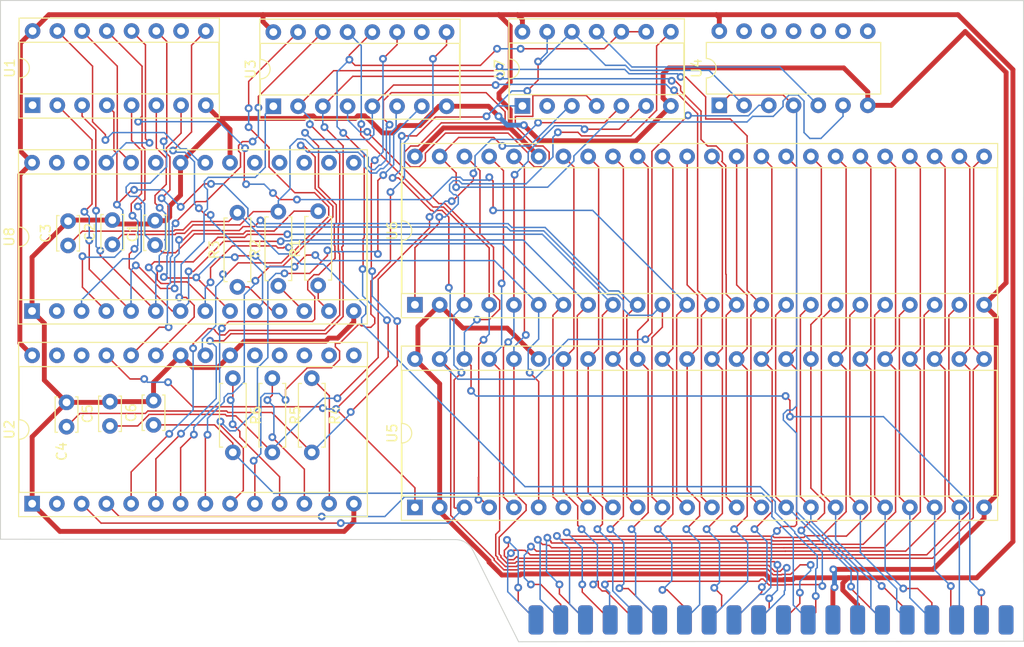
<source format=kicad_pcb>
(kicad_pcb (version 20221018) (generator pcbnew)
  (layers (0 "F.Cu" signal) (31 "B.Cu" signal) (34 "B.Paste" user) (35 "F.Paste" user) (36 "B.SilkS" user "B.Silkscreen") (37 "F.SilkS" user "F.Silkscreen") (38 "B.Mask" user) (39 "F.Mask" user) (44 "Edge.Cuts" user))
  (net 0 "")
  (net 1 "Net-(U1-Reset)")
  (net 2 "GND")
  (net 3 "/Hblank")
  (net 4 "/Hsync")
  (net 5 "Net-(U3-Reset)")
  (net 6 "/Vblank")
  (net 7 "/Vsync")
  (net 8 "/Hrst")
  (net 9 "Net-(U2-D1)")
  (net 10 "Net-(U2-D0)")
  (net 11 "/Vrst")
  (net 12 "/a11")
  (net 13 "/a5")
  (net 14 "/a4")
  (net 15 "/a6")
  (net 16 "/a3")
  (net 17 "/a2")
  (net 18 "/a1")
  (net 19 "/a0")
  (net 20 "/a8")
  (net 21 "/a7")
  (net 22 "/a9")
  (net 23 "/a10")
  (net 24 "+5V")
  (net 32 "/b11")
  (net 33 "/b5")
  (net 34 "/b4")
  (net 35 "/b6")
  (net 36 "/b3")
  (net 37 "/b2")
  (net 38 "/b1")
  (net 39 "/b0")
  (net 40 "/b8")
  (net 41 "/b7")
  (net 42 "/b9")
  (net 43 "/b10")
  (net 44 "Net-(U5-{slash}OEL)")
  (net 45 "/O0")
  (net 46 "/O1")
  (net 47 "/O2")
  (net 48 "/O3")
  (net 49 "/O4")
  (net 50 "/O5")
  (net 51 "/O6")
  (net 52 "/O7")
  (net 53 "/D0")
  (net 54 "/D1")
  (net 55 "/D2")
  (net 56 "/D3")
  (net 57 "/D4")
  (net 58 "/D5")
  (net 59 "/D6")
  (net 60 "/D7")
  (net 61 "/A9")
  (net 62 "/A8")
  (net 63 "/A7")
  (net 64 "/A6")
  (net 65 "/A5")
  (net 66 "/A4")
  (net 67 "/A3")
  (net 68 "/A2")
  (net 69 "/A1")
  (net 70 "/A0")
  (net 71 "/A10")
  (net 72 "/A11")
  (net 73 "/A12")
  (net 74 "Net-(U6-{slash}CEL)")
  (net 75 "/clk")
  (net 76 "+3V3")
  (net 77 "/!WR")
  (net 79 "/!DMA")
  (net 81 "Net-(U8-D1)")
  (net 82 "Net-(U8-D0)")
  (net 92 "Net-(U1-CLK)")
  (net 93 "/UCE")
  (net 94 "/LCE")
  (net 98 "Net-(U4-Pad5)")
  (net 99 "/!CE")
  (footprint "Package_DIP:DIP-14_W7.62mm" (layer "F.Cu") (at 200.83 59.17 90)
    (fp_text reference "U4")
    (fp_text value "74LS32")
  )
  (footprint "Package_DIP:DIP-28_W15.24mm_Socket" (layer "F.Cu") (at 130.29 80.3 90)
    (fp_text reference "U8")
    (fp_text value "27256")
  )
  (footprint "Capacitor_THT:C_Disc_D3.4mm_W2.1mm_P2.50mm" (layer "F.Cu") (at 133.83 92.185 90)
    (fp_text reference "C4")
    (fp_text value ".1 μF")
  )
  (footprint "Resistor_THT:R_Axial_DIN0207_L6.3mm_D2.5mm_P7.62mm_Horizontal" (layer "F.Cu") (at 151.37 77.82 90)
    (fp_text reference "R3")
    (fp_text value "1k")
  )
  (footprint "Resistor_THT:R_Axial_DIN0207_L6.3mm_D2.5mm_P7.62mm_Horizontal" (layer "F.Cu") (at 155.57 77.71 90)
    (fp_text reference "R2")
    (fp_text value "1k")
  )
  (footprint "Resistor_THT:R_Axial_DIN0207_L6.3mm_D2.5mm_P7.62mm_Horizontal" (layer "F.Cu") (at 159 87.2 -90)
    (fp_text reference "R4")
    (fp_text value "1k")
  )
  (footprint "Package_DIP:DIP-14_W7.62mm_Socket" (layer "F.Cu") (at 180.62 59.23 90)
    (fp_text reference "U7")
    (fp_text value "7400")
  )
  (footprint "Y!:Y!6502 exp" (layer "F.Cu") (at 176.93 114.57 90)
    (fp_text reference "~1" hide)
    (fp_text value "~" hide)
  )
  (footprint "Package_DIP:DIP-48_W15.24mm_Socket" (layer "F.Cu") (at 169.59 79.66 90)
    (fp_text reference "U6")
    (fp_text value "IDT7132")
  )
  (footprint "Package_DIP:DIP-48_W15.24mm_Socket" (layer "F.Cu") (at 169.59 100.47 90)
    (fp_text reference "U5")
    (fp_text value "IDT7132")
  )
  (footprint "Resistor_THT:R_Axial_DIN0207_L6.3mm_D2.5mm_P7.62mm_Horizontal" (layer "F.Cu") (at 150.9 87.2 -90)
    (fp_text reference "R6")
    (fp_text value "1k")
  )
  (footprint "Capacitor_THT:C_Disc_D3.4mm_W2.1mm_P2.50mm" (layer "F.Cu") (at 142.76 91.995 90)
    (fp_text reference "C6")
    (fp_text value ".1 μF")
  )
  (footprint "Resistor_THT:R_Axial_DIN0207_L6.3mm_D2.5mm_P7.62mm_Horizontal" (layer "F.Cu") (at 159.66 77.66 90)
    (fp_text reference "R1")
    (fp_text value "1k")
  )
  (footprint "Capacitor_THT:C_Disc_D3.4mm_W2.1mm_P2.50mm" (layer "F.Cu") (at 138.29 92.105 90)
    (fp_text reference "C5")
    (fp_text value ".1 μF")
  )
  (footprint "Resistor_THT:R_Axial_DIN0207_L6.3mm_D2.5mm_P7.62mm_Horizontal" (layer "F.Cu") (at 154.95 87.2 -90)
    (fp_text reference "R5")
    (fp_text value "1k")
  )
  (footprint "Package_DIP:DIP-16_W7.62mm_Socket" (layer "F.Cu") (at 130.345 59.155 90)
    (fp_text reference "U1")
    (fp_text value "4040")
  )
  (footprint "Capacitor_THT:C_Disc_D3.4mm_W2.1mm_P2.50mm" (layer "F.Cu") (at 133.99 73.565 90)
    (fp_text reference "C3")
    (fp_text value ".1 μF")
  )
  (footprint "Capacitor_THT:C_Disc_D3.4mm_W2.1mm_P2.50mm" (layer "F.Cu") (at 142.92 73.515 90)
    (fp_text reference "C1")
    (fp_text value ".1 μF")
  )
  (footprint "Package_DIP:DIP-28_W15.24mm_Socket" (layer "F.Cu") (at 130.3 100.09 90)
    (fp_text reference "U2")
    (fp_text value "27256")
  )
  (footprint "Package_DIP:DIP-16_W7.62mm_Socket" (layer "F.Cu") (at 155.055 59.265 90)
    (fp_text reference "U3")
    (fp_text value "4040")
  )
  (footprint "Capacitor_THT:C_Disc_D3.4mm_W2.1mm_P2.50mm" (layer "F.Cu") (at 138.53 73.455 90)
    (fp_text reference "C2")
    (fp_text value ".1 μF")
  )
  (gr_line (start 175.542085 104.885223) (end 180.23 114.27) (stroke (width 0.1)) (layer "Edge.Cuts"))
  (gr_arc (start 173.754559 103.778969) (mid 174.805395 104.0783) (end 175.542085 104.885223) (stroke (width 0.1)) (layer "Edge.Cuts"))
  (gr_line (start 232.07 114.22) (end 232.06 48.41) (stroke (width 0.1)) (layer "Edge.Cuts"))
  (gr_line (start 232.06 48.41) (end 127.05 48.4) (stroke (width 0.1)) (layer "Edge.Cuts"))
  (gr_line (start 127.05 48.4) (end 127.05 103.74) (stroke (width 0.1)) (layer "Edge.Cuts"))
  (gr_line (start 127.05 103.74) (end 173.754559 103.778969) (stroke (width 0.1)) (layer "Edge.Cuts"))
  (gr_line (start 180.23 114.27) (end 232.07 114.22) (stroke (width 0.1)) (layer "Edge.Cuts"))
  (segment (start 174.08 62.47) (end 177.681671 62.47) (width 0.15) (layer "F.Cu") (net 0))
  (segment (start 172.13 64.42) (end 174.08 62.47) (width 0.15) (layer "F.Cu") (net 0))
  (segment (start 177.681671 62.47) (end 178.55667 63.344999) (width 0.15) (layer "F.Cu") (net 0))
  (via (at 178.55667 63.344999) (size 0.8) (drill 0.4) (layers "F.Cu" "B.Cu") (net 0))
  (segment (start 181.350452 63.344999) (end 178.55667 63.344999) (width 0.15) (layer "B.Cu") (net 0))
  (segment (start 185.7 59.23) (end 185.465451 59.23) (width 0.15) (layer "B.Cu") (net 0))
  (segment (start 185.465451 59.23) (end 181.350452 63.344999) (width 0.15) (layer "B.Cu") (net 0))
  (segment (start 143.719999 74.314999) (end 145.008889 74.314999) (width 0.15) (layer "F.Cu") (net 1))
  (segment (start 143.045 51.535) (end 144.12 52.61) (width 0.15) (layer "F.Cu") (net 1))
  (segment (start 142.92 73.515) (end 143.719999 74.314999) (width 0.15) (layer "F.Cu") (net 1))
  (segment (start 157.185731 70.04) (end 159.66 70.04) (width 0.15) (layer "F.Cu") (net 1))
  (segment (start 144.12 52.61) (end 144.12 62.542224) (width 0.15) (layer "F.Cu") (net 1))
  (segment (start 144.12 62.542224) (end 143.802033 62.860191) (width 0.15) (layer "F.Cu") (net 1))
  (segment (start 151.965268 72.379002) (end 152.264769 72.079501) (width 0.15) (layer "F.Cu") (net 1))
  (segment (start 145.008889 74.314999) (end 146.944886 72.379002) (width 0.15) (layer "F.Cu") (net 1))
  (segment (start 146.944886 72.379002) (end 151.965268 72.379002) (width 0.15) (layer "F.Cu") (net 1))
  (segment (start 155.14623 72.079501) (end 157.185731 70.04) (width 0.15) (layer "F.Cu") (net 1))
  (segment (start 152.264769 72.079501) (end 155.14623 72.079501) (width 0.15) (layer "F.Cu") (net 1))
  (via (at 143.802033 62.860191) (size 0.8) (drill 0.4) (layers "F.Cu" "B.Cu") (net 1))
  (segment (start 139.9455 67.560612) (end 140.340612 67.1655) (width 0.15) (layer "B.Cu") (net 1))
  (segment (start 144.106421 65.479309) (end 144.106421 64.088467) (width 0.15) (layer "B.Cu") (net 1))
  (segment (start 141.845 72.44) (end 141.845 69.27927) (width 0.15) (layer "B.Cu") (net 1))
  (segment (start 142.42023 67.1655) (end 144.106421 65.479309) (width 0.15) (layer "B.Cu") (net 1))
  (segment (start 139.9455 68.119388) (end 139.9455 67.560612) (width 0.15) (layer "B.Cu") (net 1))
  (segment (start 140.350612 68.5245) (end 139.9455 68.119388) (width 0.15) (layer "B.Cu") (net 1))
  (segment (start 144.106421 64.088467) (end 143.802033 63.784079) (width 0.15) (layer "B.Cu") (net 1))
  (segment (start 141.845 69.27927) (end 141.09023 68.5245) (width 0.15) (layer "B.Cu") (net 1))
  (segment (start 140.340612 67.1655) (end 142.42023 67.1655) (width 0.15) (layer "B.Cu") (net 1))
  (segment (start 141.09023 68.5245) (end 140.350612 68.5245) (width 0.15) (layer "B.Cu") (net 1))
  (segment (start 143.802033 63.784079) (end 143.802033 62.860191) (width 0.15) (layer "B.Cu") (net 1))
  (segment (start 142.92 73.515) (end 141.845 72.44) (width 0.15) (layer "B.Cu") (net 1))
  (segment (start 142.76 89.495) (end 142.76 87.63) (width 0.5) (layer "F.Cu") (net 2))
  (segment (start 149.485 60.515) (end 148.125 59.155) (width 0.5) (layer "F.Cu") (net 2))
  (segment (start 144.41895 69.51605) (end 144.41895 70.64742) (width 0.5) (layer "F.Cu") (net 2))
  (segment (start 133.99 71.065) (end 130.29 74.765) (width 0.5) (layer "F.Cu") (net 2))
  (segment (start 167.336375 62.005168) (end 166.260812 62.005168) (width 0.5) (layer "F.Cu") (net 2))
  (segment (start 145.53 65.06) (end 149.71 60.88) (width 0.5) (layer "F.Cu") (net 2))
  (segment (start 142.575499 71.359501) (end 138.934501 71.359501) (width 0.5) (layer "F.Cu") (net 2))
  (segment (start 172.062767 59.265) (end 170.083267 61.2445) (width 0.5) (layer "F.Cu") (net 2))
  (segment (start 195.86 59.23) (end 195.060001 58.430001) (width 0.5) (layer "F.Cu") (net 2))
  (segment (start 130.3 93.215) (end 130.3 100.09) (width 0.5) (layer "F.Cu") (net 2))
  (segment (start 152.065499 83.404501) (end 160.42251 83.4045) (width 0.5) (layer "F.Cu") (net 2))
  (segment (start 131.55 81.56) (end 131.55 87.405) (width 0.5) (layer "F.Cu") (net 2))
  (segment (start 134.08 71.325) (end 134 71.405) (width 0.5) (layer "F.Cu") (net 2))
  (segment (start 134.1 70.955) (end 133.99 71.065) (width 0.5) (layer "F.Cu") (net 2))
  (segment (start 163.467002 60.515) (end 159.402329 60.515) (width 0.5) (layer "F.Cu") (net 2))
  (segment (start 229.26 99.22) (end 228.01 100.47) (width 0.5) (layer "F.Cu") (net 2))
  (segment (start 142.76 87.63) (end 145.54 84.85) (width 0.5) (layer "F.Cu") (net 2))
  (segment (start 163.31 81.43137) (end 163.31 80.3) (width 0.5) (layer "F.Cu") (net 2))
  (segment (start 133.83 89.685) (end 138.21 89.685) (width 0.5) (layer "F.Cu") (net 2))
  (segment (start 138.53 70.955) (end 134.1 70.955) (width 0.5) (layer "F.Cu") (net 2))
  (segment (start 145.53 65.06) (end 145.53 68.405) (width 0.5) (layer "F.Cu") (net 2))
  (segment (start 226.07 51.59) (end 230.27 55.79) (width 0.5) (layer "F.Cu") (net 2))
  (segment (start 161.66137 83.08) (end 163.31 81.43137) (width 0.5) (layer "F.Cu") (net 2))
  (segment (start 195.86 59.23) (end 192.2555 62.8345) (width 0.5) (layer "F.Cu") (net 2))
  (segment (start 160.42251 83.4045) (end 160.747009 83.080001) (width 0.5) (layer "F.Cu") (net 2))
  (segment (start 229.26 80.91) (end 229.26 99.22) (width 0.5) (layer "F.Cu") (net 2))
  (segment (start 228.01 100.47) (end 228.01 101.60137) (width 0.5) (layer "F.Cu") (net 2))
  (segment (start 138.29 89.605) (end 142.65 89.605) (width 0.5) (layer "F.Cu") (net 2))
  (segment (start 168.097043 61.2445) (end 167.336375 62.005168) (width 0.5) (layer "F.Cu") (net 2))
  (segment (start 216.07 57.79) (end 213.61 55.33) (width 0.5) (layer "F.Cu") (net 2))
  (segment (start 164.426961 60.244728) (end 163.737274 60.244728) (width 0.5) (layer "F.Cu") (net 2))
  (segment (start 133.83 89.685) (end 130.3 93.215) (width 0.5) (layer "F.Cu") (net 2))
  (segment (start 216.07 59.17) (end 218.49 59.17) (width 0.5) (layer "F.Cu") (net 2))
  (segment (start 192.2555 62.8345) (end 186.472744 62.8345) (width 0.5) (layer "F.Cu") (net 2))
  (segment (start 138.934501 71.359501) (end 138.53 70.955) (width 0.5) (layer "F.Cu") (net 2))
  (segment (start 170.083267 61.2445) (end 168.097043 61.2445) (width 0.5) (layer "F.Cu") (net 2))
  (segment (start 130.29 74.765) (end 130.29 80.3) (width 0.5) (layer "F.Cu") (net 2))
  (segment (start 131.55 87.405) (end 133.83 89.685) (width 0.5) (layer "F.Cu") (net 2))
  (segment (start 138.57 71.215) (end 138.46 71.325) (width 0.5) (layer "F.Cu") (net 2))
  (segment (start 158.448665 60.265086) (end 158.198751 60.515) (width 0.5) (layer "F.Cu") (net 2))
  (segment (start 228.01 79.66) (end 229.26 80.91) (width 0.5) (layer "F.Cu") (net 2))
  (segment (start 195.66 55.33) (end 195.36 55.63) (width 0.5) (layer "F.Cu") (net 2))
  (segment (start 158.198751 60.515) (end 149.485 60.515) (width 0.5) (layer "F.Cu") (net 2))
  (segment (start 159.402329 60.515) (end 159.152415 60.265086) (width 0.5) (layer "F.Cu") (net 2))
  (segment (start 230.27 77.4) (end 228.01 79.66) (width 0.5) (layer "F.Cu") (net 2))
  (segment (start 149.71 60.74) (end 149.485 60.515) (width 0.5) (layer "F.Cu") (net 2))
  (segment (start 133.144 102.934) (end 130.3 100.09) (width 0.5) (layer "F.Cu") (net 2))
  (segment (start 149.37 86.1) (end 150.62 84.85) (width 0.5) (layer "F.Cu") (net 2))
  (segment (start 163.32 100.09) (end 163.32 101.944819) (width 0.5) (layer "F.Cu") (net 2))
  (segment (start 145.53 68.405) (end 144.41895 69.51605) (width 0.5) (layer "F.Cu") (net 2))
  (segment (start 172.835 59.265) (end 172.062767 59.265) (width 0.5) (layer "F.Cu") (net 2))
  (segment (start 150.61 65.06) (end 150.61 61.64) (width 0.5) (layer "F.Cu") (net 2))
  (segment (start 182.37085 62.8045) (end 180.773175 61.206825) (width 0.5) (layer "F.Cu") (net 2))
  (segment (start 144.05137 71.015) (end 142.92 71.015) (width 0.5) (layer "F.Cu") (net 2))
  (segment (start 144.41895 70.64742) (end 144.05137 71.015) (width 0.5) (layer "F.Cu") (net 2))
  (segment (start 213.61 55.33) (end 195.66 55.33) (width 0.5) (layer "F.Cu") (net 2))
  (segment (start 145.54 84.85) (end 146.79 86.1) (width 0.5) (layer "F.Cu") (net 2))
  (segment (start 195.060001 55.929999) (end 195.36 55.63) (width 0.5) (layer "F.Cu") (net 2))
  (segment (start 212.49 112.03) (end 212.49 108.840389) (width 0.5) (layer "F.Cu") (net 2))
  (segment (start 164.697233 60.515) (end 164.426961 60.244728) (width 0.5) (layer "F.Cu") (net 2))
  (segment (start 142.65 89.605) (end 142.76 89.495) (width 0.5) (layer "F.Cu") (net 2))
  (segment (start 138.21 89.685) (end 138.29 89.605) (width 0.5) (layer "F.Cu") (net 2))
  (segment (start 177.1395 59.265) (end 178.1705 60.296) (width 0.5) (layer "F.Cu") (net 2))
  (segment (start 146.79 86.1) (end 149.37 86.1) (width 0.5) (layer "F.Cu") (net 2))
  (segment (start 166.260812 62.005168) (end 164.770644 60.515) (width 0.5) (layer "F.Cu") (net 2))
  (segment (start 186.472744 62.8345) (end 186.442744 62.8045) (width 0.5) (layer "F.Cu") (net 2))
  (segment (start 212.49 108.840389) (end 212.6565 108.673889) (width 0.5) (layer "F.Cu") (net 2))
  (segment (start 150.61 61.64) (end 149.71 60.74) (width 0.5) (layer "F.Cu") (net 2))
  (segment (start 142.92 71.015) (end 142.575499 71.359501) (width 0.5) (layer "F.Cu") (net 2))
  (segment (start 163.32 101.944819) (end 162.330819 102.934) (width 0.5) (layer "F.Cu") (net 2))
  (segment (start 164.770644 60.515) (end 164.697233 60.515) (width 0.5) (layer "F.Cu") (net 2))
  (segment (start 142.83 89.525) (end 142.89 89.585) (width 0.5) (layer "F.Cu") (net 2))
  (segment (start 130.29 80.3) (end 131.55 81.56) (width 0.5) (layer "F.Cu") (net 2))
  (segment (start 149.71 60.88) (end 149.71 60.74) (width 0.5) (layer "F.Cu") (net 2))
  (segment (start 163.737274 60.244728) (end 163.467002 60.515) (width 0.5) (layer "F.Cu") (net 2))
  (segment (start 216.07 59.17) (end 216.07 57.79) (width 0.5) (layer "F.Cu") (net 2))
  (segment (start 172.835 59.265) (end 177.1395 59.265) (width 0.5) (layer "F.Cu") (net 2))
  (segment (start 222.77687 106.8345) (end 212.534044 106.8345) (width 0.5) (layer "F.Cu") (net 2))
  (segment (start 195.060001 58.430001) (end 195.060001 55.929999) (width 0.5) (layer "F.Cu") (net 2))
  (segment (start 162.330819 102.934) (end 133.144 102.934) (width 0.5) (layer "F.Cu") (net 2))
  (segment (start 142.84 89.635) (end 142.89 89.585) (width 0.5) (layer "F.Cu") (net 2))
  (segment (start 228.01 101.60137) (end 222.77687 106.8345) (width 0.5) (layer "F.Cu") (net 2))
  (segment (start 150.62 84.85) (end 152.065499 83.404501) (width 0.5) (layer "F.Cu") (net 2))
  (segment (start 160.747009 83.080001) (end 161.66137 83.08) (width 0.5) (layer "F.Cu") (net 2))
  (segment (start 159.152415 60.265086) (end 158.448665 60.265086) (width 0.5) (layer "F.Cu") (net 2))
  (segment (start 230.27 55.79) (end 230.27 77.4) (width 0.5) (layer "F.Cu") (net 2))
  (segment (start 186.442744 62.8045) (end 182.37085 62.8045) (width 0.5) (layer "F.Cu") (net 2))
  (segment (start 218.49 59.17) (end 226.07 51.59) (width 0.5) (layer "F.Cu") (net 2))
  (via (at 180.773175 61.206825) (size 0.8) (drill 0.4) (layers "F.Cu" "B.Cu") (net 2))
  (via (at 212.6565 108.673889) (size 0.8) (drill 0.4) (layers "F.Cu" "B.Cu") (net 2))
  (via (at 178.1705 60.296) (size 0.8) (drill 0.4) (layers "F.Cu" "B.Cu") (net 2))
  (via (at 212.534044 106.8345) (size 0.8) (drill 0.4) (layers "F.Cu" "B.Cu") (net 2))
  (segment (start 180.773175 61.206825) (end 179.081325 61.206825) (width 0.5) (layer "B.Cu") (net 2))
  (segment (start 212.6565 106.956956) (end 212.6565 108.673889) (width 0.5) (layer "B.Cu") (net 2))
  (segment (start 212.534044 106.8345) (end 212.6565 106.956956) (width 0.5) (layer "B.Cu") (net 2))
  (segment (start 179.081325 61.206825) (end 178.1705 60.296) (width 0.5) (layer "B.Cu") (net 2))
  (segment (start 183.365 63.97472) (end 183.365 64.86528) (width 0.15) (layer "F.Cu") (net 3))
  (segment (start 188.24 59.23) (end 187.165 58.155) (width 0.15) (layer "F.Cu") (net 3))
  (segment (start 187.165 58.155) (end 181.695 58.155) (width 0.15) (layer "F.Cu") (net 3))
  (segment (start 138.53 73.455) (end 139.545 72.44) (width 0.15) (layer "F.Cu") (net 3))
  (segment (start 172.731962 62.0205) (end 170.665 64.087462) (width 0.15) (layer "F.Cu") (net 3))
  (segment (start 145.100612 72.3155) (end 145.946667 72.3155) (width 0.15) (layer "F.Cu") (net 3))
  (segment (start 170.665 64.087462) (end 170.665 64.86528) (width 0.15) (layer "F.Cu") (net 3))
  (segment (start 181.84472 65.495) (end 181.215 64.86528) (width 0.15) (layer "F.Cu") (net 3))
  (segment (start 170.03528 65.495) (end 169.14472 65.495) (width 0.15) (layer "F.Cu") (net 3))
  (segment (start 176.890782 57.865) (end 167.175101 57.865) (width 0.15) (layer "F.Cu") (net 3))
  (segment (start 172.297038 60.9705) (end 178.845 60.9705) (width 0.15) (layer "F.Cu") (net 3))
  (segment (start 179.148038 62.0205) (end 172.731962 62.0205) (width 0.15) (layer "F.Cu") (net 3))
  (segment (start 169.922538 63.345) (end 172.297038 60.9705) (width 0.15) (layer "F.Cu") (net 3))
  (segment (start 170.665 64.86528) (end 170.03528 65.495) (width 0.15) (layer "F.Cu") (net 3))
  (segment (start 179.895 61.282538) (end 181.957462 63.345) (width 0.15) (layer "F.Cu") (net 3))
  (segment (start 151.639282 71.450998) (end 153.00028 70.09) (width 0.15) (layer "F.Cu") (net 3))
  (segment (start 179.895 60.305) (end 179.895 61.282538) (width 0.15) (layer "F.Cu") (net 3))
  (segment (start 181.215 64.087462) (end 179.148038 62.0205) (width 0.15) (layer "F.Cu") (net 3))
  (segment (start 166.355 60.526168) (end 166.9845 61.155668) (width 0.15) (layer "F.Cu") (net 3))
  (segment (start 178.845 59.819218) (end 176.890782 57.865) (width 0.15) (layer "F.Cu") (net 3))
  (segment (start 153.00028 70.09) (end 155.57 70.09) (width 0.15) (layer "F.Cu") (net 3))
  (segment (start 145.946667 72.3155) (end 146.811169 71.450998) (width 0.15) (layer "F.Cu") (net 3))
  (segment (start 144.976112 72.44) (end 145.100612 72.3155) (width 0.15) (layer "F.Cu") (net 3))
  (segment (start 181.957462 63.345) (end 182.73528 63.345) (width 0.15) (layer "F.Cu") (net 3))
  (segment (start 146.811169 71.450998) (end 151.639282 71.450998) (width 0.15) (layer "F.Cu") (net 3))
  (segment (start 168.515 64.86528) (end 168.515 63.97472) (width 0.15) (layer "F.Cu") (net 3))
  (segment (start 178.845 60.9705) (end 178.845 59.819218) (width 0.15) (layer "F.Cu") (net 3))
  (segment (start 181.695 58.155) (end 181.695 60.305) (width 0.15) (layer "F.Cu") (net 3))
  (segment (start 182.73528 63.345) (end 183.365 63.97472) (width 0.15) (layer "F.Cu") (net 3))
  (segment (start 169.14472 63.345) (end 169.922538 63.345) (width 0.15) (layer "F.Cu") (net 3))
  (segment (start 166.355 58.685101) (end 166.355 60.526168) (width 0.15) (layer "F.Cu") (net 3))
  (segment (start 181.695 60.305) (end 179.895 60.305) (width 0.15) (layer "F.Cu") (net 3))
  (segment (start 181.215 64.86528) (end 181.215 64.087462) (width 0.15) (layer "F.Cu") (net 3))
  (segment (start 168.515 63.97472) (end 169.14472 63.345) (width 0.15) (layer "F.Cu") (net 3))
  (segment (start 167.175101 57.865) (end 166.355 58.685101) (width 0.15) (layer "F.Cu") (net 3))
  (segment (start 169.14472 65.495) (end 168.515 64.86528) (width 0.15) (layer "F.Cu") (net 3))
  (segment (start 183.365 64.86528) (end 182.73528 65.495) (width 0.15) (layer "F.Cu") (net 3))
  (segment (start 139.545 72.44) (end 144.976112 72.44) (width 0.15) (layer "F.Cu") (net 3))
  (segment (start 182.73528 65.495) (end 181.84472 65.495) (width 0.15) (layer "F.Cu") (net 3))
  (via (at 166.9845 61.155668) (size 0.8) (drill 0.4) (layers "F.Cu" "B.Cu") (net 3))
  (segment (start 166.088732 65.315519) (end 166.659501 64.74475) (width 0.15) (layer "B.Cu") (net 3))
  (segment (start 165.190612 65.7745) (end 165.456605 65.7745) (width 0.15) (layer "B.Cu") (net 3))
  (segment (start 158.14 62.68) (end 158.32 62.68) (width 0.15) (layer "B.Cu") (net 3))
  (segment (start 155.57 68.95863) (end 156.765 67.76363) (width 0.15) (layer "B.Cu") (net 3))
  (segment (start 156.765 67.76363) (end 156.765 63.385) (width 0.15) (layer "B.Cu") (net 3))
  (segment (start 159.269501 63.629501) (end 163.89405 63.629501) (width 0.15) (layer "B.Cu") (net 3))
  (segment (start 166.659501 64.74475) (end 166.659501 61.480667) (width 0.15) (layer "B.Cu") (net 3))
  (segment (start 155.57 70.09) (end 155.57 68.95863) (width 0.15) (layer "B.Cu") (net 3))
  (segment (start 164.7955 65.379388) (end 165.190612 65.7745) (width 0.15) (layer "B.Cu") (net 3))
  (segment (start 164.7955 64.530951) (end 164.7955 65.379388) (width 0.15) (layer "B.Cu") (net 3))
  (segment (start 158.08 62.62) (end 158.14 62.68) (width 0.15) (layer "B.Cu") (net 3))
  (segment (start 165.456605 65.7745) (end 165.915587 65.315519) (width 0.15) (layer "B.Cu") (net 3))
  (segment (start 165.915587 65.315519) (end 166.088732 65.315519) (width 0.15) (layer "B.Cu") (net 3))
  (segment (start 163.89405 63.629501) (end 164.7955 64.530951) (width 0.15) (layer "B.Cu") (net 3))
  (segment (start 156.765 63.385) (end 157.53 62.62) (width 0.15) (layer "B.Cu") (net 3))
  (segment (start 158.32 62.68) (end 159.269501 63.629501) (width 0.15) (layer "B.Cu") (net 3))
  (segment (start 166.659501 61.480667) (end 166.9845 61.155668) (width 0.15) (layer "B.Cu") (net 3))
  (segment (start 157.53 62.62) (end 158.08 62.62) (width 0.15) (layer "B.Cu") (net 3))
  (segment (start 144.831343 72.090499) (end 144.955844 71.965999) (width 0.15) (layer "F.Cu") (net 4))
  (segment (start 144.955844 71.965999) (end 145.801898 71.965999) (width 0.15) (layer "F.Cu") (net 4))
  (segment (start 146.666401 71.101497) (end 150.468503 71.101497) (width 0.15) (layer "F.Cu") (net 4))
  (segment (start 209.95 112.03) (end 210.73 111.25) (width 0.15) (layer "F.Cu") (net 4))
  (segment (start 145.801898 71.965999) (end 146.666401 71.101497) (width 0.15) (layer "F.Cu") (net 4))
  (segment (start 135.464501 72.090499) (end 144.831343 72.090499) (width 0.15) (layer "F.Cu") (net 4))
  (segment (start 133.99 73.565) (end 135.464501 72.090499) (width 0.15) (layer "F.Cu") (net 4))
  (segment (start 150.468503 71.101497) (end 151.37 70.2) (width 0.15) (layer "F.Cu") (net 4))
  (segment (start 210.73 111.25) (end 210.73 109.58) (width 0.15) (layer "F.Cu") (net 4))
  (via (at 210.73 109.58) (size 0.8) (drill 0.4) (layers "F.Cu" "B.Cu") (net 4))
  (segment (start 206.58 99.88) (end 205.04 98.34) (width 0.15) (layer "B.Cu") (net 4))
  (segment (start 157.9045 75.480612) (end 156.859141 74.435253) (width 0.15) (layer "B.Cu") (net 4))
  (segment (start 164.115694 81.011673) (end 164.541499 80.585868) (width 0.15) (layer "B.Cu") (net 4))
  (segment (start 164.115694 81.570449) (end 164.115694 81.011673) (width 0.15) (layer "B.Cu") (net 4))
  (segment (start 210.73 106.803655) (end 210.88 106.653655) (width 0.15) (layer "B.Cu") (net 4))
  (segment (start 160.196248 75.480612) (end 157.9045 75.480612) (width 0.15) (layer "B.Cu") (net 4))
  (segment (start 180.885245 98.34) (end 164.115694 81.570449) (width 0.15) (layer "B.Cu") (net 4))
  (segment (start 156.859141 74.435253) (end 155.605253 74.435253) (width 0.15) (layer "B.Cu") (net 4))
  (segment (start 205.04 98.34) (end 180.885245 98.34) (width 0.15) (layer "B.Cu") (net 4))
  (segment (start 164.541499 79.825863) (end 160.196248 75.480612) (width 0.15) (layer "B.Cu") (net 4))
  (segment (start 155.605253 74.435253) (end 151.37 70.2) (width 0.15) (layer "B.Cu") (net 4))
  (segment (start 210.73 109.58) (end 210.73 106.803655) (width 0.15) (layer "B.Cu") (net 4))
  (segment (start 208.574236 103.116282) (end 208.574236 102.978038) (width 0.15) (layer "B.Cu") (net 4))
  (segment (start 208.574236 102.978038) (end 206.58 100.983802) (width 0.15) (layer "B.Cu") (net 4))
  (segment (start 164.541499 80.585868) (end 164.541499 79.825863) (width 0.15) (layer "B.Cu") (net 4))
  (segment (start 210.88 105.422046) (end 208.574236 103.116282) (width 0.15) (layer "B.Cu") (net 4))
  (segment (start 206.58 100.983802) (end 206.58 99.88) (width 0.15) (layer "B.Cu") (net 4))
  (segment (start 210.88 106.653655) (end 210.88 105.422046) (width 0.15) (layer "B.Cu") (net 4))
  (segment (start 133.83 92.185) (end 135.194501 90.820499) (width 0.15) (layer "F.Cu") (net 5))
  (segment (start 142.169952 90.570499) (end 150.256229 90.570499) (width 0.15) (layer "F.Cu") (net 5))
  (segment (start 150.405231 90.719501) (end 154.899501 90.719501) (width 0.15) (layer "F.Cu") (net 5))
  (segment (start 141.919951 90.820499) (end 142.169952 90.570499) (width 0.15) (layer "F.Cu") (net 5))
  (segment (start 167.755 51.645) (end 167.755 52.945) (width 0.15) (layer "F.Cu") (net 5))
  (segment (start 150.256229 90.570499) (end 150.405231 90.719501) (width 0.15) (layer "F.Cu") (net 5))
  (segment (start 167.77 81.33) (end 167.77 85.9) (width 0.15) (layer "F.Cu") (net 5))
  (segment (start 167.77 85.9) (end 163 90.67) (width 0.15) (layer "F.Cu") (net 5))
  (segment (start 165.111469 76.11634) (end 165.111469 65.167687) (width 0.15) (layer "F.Cu") (net 5))
  (segment (start 154.899501 90.719501) (end 159 94.82) (width 0.15) (layer "F.Cu") (net 5))
  (segment (start 165.196655 76.201526) (end 165.111469 76.11634) (width 0.15) (layer "F.Cu") (net 5))
  (segment (start 135.194501 90.820499) (end 141.919951 90.820499) (width 0.15) (layer "F.Cu") (net 5))
  (segment (start 167.755 52.945) (end 166.31 54.39) (width 0.15) (layer "F.Cu") (net 5))
  (segment (start 165.111469 65.167687) (end 165.47 64.809156) (width 0.15) (layer "F.Cu") (net 5))
  (via (at 165.196655 76.201526) (size 0.8) (drill 0.4) (layers "F.Cu" "B.Cu") (net 5))
  (via (at 165.47 64.809156) (size 0.8) (drill 0.4) (layers "F.Cu" "B.Cu") (net 5))
  (via (at 163 90.67) (size 0.8) (drill 0.4) (layers "F.Cu" "B.Cu") (net 5))
  (via (at 166.31 54.39) (size 0.8) (drill 0.4) (layers "F.Cu" "B.Cu") (net 5))
  (via (at 167.77 81.33) (size 0.8) (drill 0.4) (layers "F.Cu" "B.Cu") (net 5))
  (segment (start 163 90.67) (end 163 90.82) (width 0.15) (layer "B.Cu") (net 5))
  (segment (start 163 90.82) (end 159 94.82) (width 0.15) (layer "B.Cu") (net 5))
  (segment (start 165.196655 78.756655) (end 165.196655 76.201526) (width 0.15) (layer "B.Cu") (net 5))
  (segment (start 166.31 54.39) (end 166.31 63.969156) (width 0.15) (layer "B.Cu") (net 5))
  (segment (start 167.77 81.33) (end 165.196655 78.756655) (width 0.15) (layer "B.Cu") (net 5))
  (segment (start 166.31 63.969156) (end 165.47 64.809156) (width 0.15) (layer "B.Cu") (net 5))
  (segment (start 141.12972 92.105) (end 142.31472 90.92) (width 0.15) (layer "F.Cu") (net 6))
  (segment (start 165.816152 77.030186) (end 171.09 71.756338) (width 0.15) (layer "F.Cu") (net 6))
  (segment (start 142.31472 90.92) (end 150.11146 90.92) (width 0.15) (layer "F.Cu") (net 6))
  (segment (start 161.632619 89.262619) (end 165.816152 85.079086) (width 0.15) (layer "F.Cu") (net 6))
  (segment (start 165.816152 85.079086) (end 165.816152 77.030186) (width 0.15) (layer "F.Cu") (net 6))
  (segment (start 151.199002 91.069002) (end 154.95 94.82) (width 0.15) (layer "F.Cu") (net 6))
  (segment (start 173.452087 69.011801) (end 173.363994 69.011801) (width 0.15) (layer "F.Cu") (net 6))
  (segment (start 138.29 92.105) (end 141.12972 92.105) (width 0.15) (layer "F.Cu") (net 6))
  (segment (start 150.11146 90.92) (end 150.260463 91.069002) (width 0.15) (layer "F.Cu") (net 6))
  (segment (start 171.09 71.756338) (end 171.09 70.635999) (width 0.15) (layer "F.Cu") (net 6))
  (segment (start 150.260463 91.069002) (end 151.199002 91.069002) (width 0.15) (layer "F.Cu") (net 6))
  (segment (start 189.06 60.95) (end 182.23 60.95) (width 0.15) (layer "F.Cu") (net 6))
  (segment (start 175.59 66.873888) (end 173.452087 69.011801) (width 0.15) (layer "F.Cu") (net 6))
  (segment (start 190.78 59.23) (end 189.06 60.95) (width 0.15) (layer "F.Cu") (net 6))
  (segment (start 175.59 66.16) (end 175.59 66.873888) (width 0.15) (layer "F.Cu") (net 6))
  (via (at 182.23 60.95) (size 0.8) (drill 0.4) (layers "F.Cu" "B.Cu") (net 6))
  (via (at 161.632619 89.262619) (size 0.8) (drill 0.4) (layers "F.Cu" "B.Cu") (net 6))
  (via (at 171.09 70.635999) (size 0.8) (drill 0.4) (layers "F.Cu" "B.Cu") (net 6))
  (via (at 173.363994 69.011801) (size 0.8) (drill 0.4) (layers "F.Cu" "B.Cu") (net 6))
  (via (at 175.59 66.16) (size 0.8) (drill 0.4) (layers "F.Cu" "B.Cu") (net 6))
  (segment (start 154.95 94.499293) (end 160.186674 89.262619) (width 0.15) (layer "B.Cu") (net 6))
  (segment (start 180.509501 62.670499) (end 177.439221 62.670499) (width 0.15) (layer "B.Cu") (net 6))
  (segment (start 177.439221 62.670499) (end 175.76 64.34972) (width 0.15) (layer "B.Cu") (net 6))
  (segment (start 175.76 65.99) (end 175.59 66.16) (width 0.15) (layer "B.Cu") (net 6))
  (segment (start 160.186674 89.262619) (end 161.632619 89.262619) (width 0.15) (layer "B.Cu") (net 6))
  (segment (start 171.09 70.635999) (end 172.714198 69.011801) (width 0.15) (layer "B.Cu") (net 6))
  (segment (start 172.714198 69.011801) (end 173.363994 69.011801) (width 0.15) (layer "B.Cu") (net 6))
  (segment (start 182.23 60.95) (end 180.509501 62.670499) (width 0.15) (layer "B.Cu") (net 6))
  (segment (start 175.76 64.34972) (end 175.76 65.99) (width 0.15) (layer "B.Cu") (net 6))
  (segment (start 154.95 94.82) (end 154.95 94.499293) (width 0.15) (layer "B.Cu") (net 6))
  (segment (start 142.76 91.995) (end 149.021112 91.995) (width 0.15) (layer "F.Cu") (net 7))
  (segment (start 150.9 93.873888) (end 150.9 94.82) (width 0.15) (layer "F.Cu") (net 7))
  (segment (start 149.021112 91.995) (end 150.9 93.873888) (width 0.15) (layer "F.Cu") (net 7))
  (segment (start 208.425067 110.505067) (end 209.95 112.03) (width 0.15) (layer "B.Cu") (net 7))
  (segment (start 155.095 99.015) (end 205.21528 99.015) (width 0.15) (layer "B.Cu") (net 7))
  (segment (start 150.9 94.82) (end 155.095 99.015) (width 0.15) (layer "B.Cu") (net 7))
  (segment (start 205.21528 99.015) (end 206.23 100.02972) (width 0.15) (layer "B.Cu") (net 7))
  (segment (start 206.23 101.42) (end 208.425067 103.615067) (width 0.15) (layer "B.Cu") (net 7))
  (segment (start 208.425067 103.615067) (end 208.425067 110.505067) (width 0.15) (layer "B.Cu") (net 7))
  (segment (start 206.23 100.02972) (end 206.23 101.42) (width 0.15) (layer "B.Cu") (net 7))
  (segment (start 159.66 77.66) (end 159.66 79.19) (width 0.15) (layer "F.Cu") (net 8))
  (segment (start 159.66 79.19) (end 160.77 80.3) (width 0.15) (layer "F.Cu") (net 8))
  (segment (start 154.95 93.26) (end 158.24 96.55) (width 0.15) (layer "F.Cu") (net 9))
  (segment (start 154.95 88.942557) (end 154.447057 89.4455) (width 0.15) (layer "F.Cu") (net 9))
  (segment (start 158.24 96.55) (end 158.24 100.09) (width 0.15) (layer "F.Cu") (net 9))
  (segment (start 154.95 87.2) (end 154.95 88.942557) (width 0.15) (layer "F.Cu") (net 9))
  (via (at 154.95 93.26) (size 0.8) (drill 0.4) (layers "F.Cu" "B.Cu") (net 9))
  (via (at 154.447057 89.4455) (size 0.8) (drill 0.4) (layers "F.Cu" "B.Cu") (net 9))
  (segment (start 155.113056 93.096944) (end 155.113056 90.111499) (width 0.15) (layer "B.Cu") (net 9))
  (segment (start 154.95 93.26) (end 155.113056 93.096944) (width 0.15) (layer "B.Cu") (net 9))
  (segment (start 155.113056 90.111499) (end 154.447057 89.4455) (width 0.15) (layer "B.Cu") (net 9))
  (segment (start 151.619501 93.245232) (end 151.619501 92.665612) (width 0.15) (layer "F.Cu") (net 10))
  (segment (start 155.7 97.325731) (end 151.619501 93.245232) (width 0.15) (layer "F.Cu") (net 10))
  (segment (start 150.9 89.235036) (end 150.678504 89.456532) (width 0.15) (layer "F.Cu") (net 10))
  (segment (start 155.7 100.09) (end 155.7 97.325731) (width 0.15) (layer "F.Cu") (net 10))
  (segment (start 150.9 87.2) (end 150.9 89.235036) (width 0.15) (layer "F.Cu") (net 10))
  (segment (start 151.619501 92.665612) (end 150.882159 91.92827) (width 0.15) (layer "F.Cu") (net 10))
  (via (at 150.678504 89.456532) (size 0.8) (drill 0.4) (layers "F.Cu" "B.Cu") (net 10))
  (via (at 150.882159 91.92827) (size 0.8) (drill 0.4) (layers "F.Cu" "B.Cu") (net 10))
  (segment (start 150.882159 91.92827) (end 150.882159 89.660187) (width 0.15) (layer "B.Cu") (net 10))
  (segment (start 150.882159 89.660187) (end 150.678504 89.456532) (width 0.15) (layer "B.Cu") (net 10))
  (segment (start 160.806091 89.006091) (end 160.806091 100.063909) (width 0.15) (layer "F.Cu") (net 11))
  (segment (start 159 87.2) (end 160.806091 89.006091) (width 0.15) (layer "F.Cu") (net 11))
  (segment (start 160.806091 100.063909) (end 160.78 100.09) (width 0.15) (layer "F.Cu") (net 11))
  (segment (start 153.102943 71.624501) (end 153.731944 70.9955) (width 0.15) (layer "F.Cu") (net 13))
  (segment (start 145.38 72.99) (end 145.799295 72.99) (width 0.15) (layer "F.Cu") (net 13))
  (segment (start 141.102687 75.61) (end 140.94 75.61) (width 0.15) (layer "F.Cu") (net 13))
  (segment (start 143.472687 77.98) (end 141.102687 75.61) (width 0.15) (layer "F.Cu") (net 13))
  (segment (start 191.334501 99.354501) (end 191.334501 80.775499) (width 0.15) (layer "F.Cu") (net 13))
  (segment (start 151.960754 71.624501) (end 153.102943 71.624501) (width 0.15) (layer "F.Cu") (net 13))
  (segment (start 136.16 73.05) (end 136.16 76.01) (width 0.15) (layer "F.Cu") (net 13))
  (segment (start 146.759794 72.029501) (end 151.555754 72.029501) (width 0.15) (layer "F.Cu") (net 13))
  (segment (start 151.555754 72.029501) (end 151.960754 71.624501) (width 0.15) (layer "F.Cu") (net 13))
  (segment (start 136.16 76.01) (end 140.45 80.3) (width 0.15) (layer "F.Cu") (net 13))
  (segment (start 144.92 77.98) (end 143.472687 77.98) (width 0.15) (layer "F.Cu") (net 13))
  (segment (start 136.445 69.315) (end 135.66 70.1) (width 0.15) (layer "F.Cu") (net 13))
  (segment (start 132.885 59.155) (end 136.445 62.715) (width 0.15) (layer "F.Cu") (net 13))
  (segment (start 191.334501 80.775499) (end 192.45 79.66) (width 0.15) (layer "F.Cu") (net 13))
  (segment (start 145.799295 72.99) (end 146.759794 72.029501) (width 0.15) (layer "F.Cu") (net 13))
  (segment (start 136.445 62.715) (end 136.445 69.315) (width 0.15) (layer "F.Cu") (net 13))
  (segment (start 192.45 100.47) (end 191.334501 99.354501) (width 0.15) (layer "F.Cu") (net 13))
  (via (at 136.16 73.05) (size 0.8) (drill 0.4) (layers "F.Cu" "B.Cu") (net 13))
  (via (at 145.38 72.99) (size 0.8) (drill 0.4) (layers "F.Cu" "B.Cu") (net 13))
  (via (at 135.66 70.1) (size 0.8) (drill 0.4) (layers "F.Cu" "B.Cu") (net 13))
  (via (at 140.94 75.61) (size 0.8) (drill 0.4) (layers "F.Cu" "B.Cu") (net 13))
  (via (at 153.731944 70.9955) (size 0.8) (drill 0.4) (layers "F.Cu" "B.Cu") (net 13))
  (via (at 144.92 77.98) (size 0.8) (drill 0.4) (layers "F.Cu" "B.Cu") (net 13))
  (segment (start 145.38 72.99) (end 145.38 74.39) (width 0.15) (layer "B.Cu") (net 13))
  (segment (start 140.45 76.1) (end 140.45 80.3) (width 0.15) (layer "B.Cu") (net 13))
  (segment (start 179.143786 71.318056) (end 154.0545 71.318056) (width 0.15) (layer "B.Cu") (net 13))
  (segment (start 154.0545 71.318056) (end 153.731944 70.9955) (width 0.15) (layer "B.Cu") (net 13))
  (segment (start 140.94 75.61) (end 140.45 76.1) (width 0.15) (layer "B.Cu") (net 13))
  (segment (start 135.66 70.1) (end 136.16 70.6) (width 0.15) (layer "B.Cu") (net 13))
  (segment (start 145.38 74.39) (end 144.92 74.85) (width 0.15) (layer "B.Cu") (net 13))
  (segment (start 144.92 74.85) (end 144.92 77.98) (width 0.15) (layer "B.Cu") (net 13))
  (segment (start 189.474743 78.235499) (end 182.951495 71.712252) (width 0.15) (layer "B.Cu") (net 13))
  (segment (start 192.45 79.66) (end 191.924549 79.66) (width 0.15) (layer "B.Cu") (net 13))
  (segment (start 136.16 70.6) (end 136.16 73.05) (width 0.15) (layer "B.Cu") (net 13))
  (segment (start 191.924549 79.66) (end 190.500048 78.235499) (width 0.15) (layer "B.Cu") (net 13))
  (segment (start 179.537982 71.712252) (end 179.143786 71.318056) (width 0.15) (layer "B.Cu") (net 13))
  (segment (start 190.500048 78.235499) (end 189.474743 78.235499) (width 0.15) (layer "B.Cu") (net 13))
  (segment (start 182.951495 71.712252) (end 179.537982 71.712252) (width 0.15) (layer "B.Cu") (net 13))
  (segment (start 188.835 80.735) (end 189.91 79.66) (width 0.15) (layer "F.Cu") (net 14))
  (segment (start 136.835 69.965) (end 136.86 69.99) (width 0.15) (layer "F.Cu") (net 14))
  (segment (start 137.286862 74.097819) (end 137.286862 74.596862) (width 0.15) (layer "F.Cu") (net 14))
  (segment (start 136.835 61.69637) (end 136.835 69.965) (width 0.15) (layer "F.Cu") (net 14))
  (segment (start 137.286862 74.596862) (end 142.99 80.3) (width 0.15) (layer "F.Cu") (net 14))
  (segment (start 188.835 99.395) (end 188.835 80.735) (width 0.15) (layer "F.Cu") (net 14))
  (segment (start 135.425 60.28637) (end 136.835 61.69637) (width 0.15) (layer "F.Cu") (net 14))
  (segment (start 156.494387 72.411753) (end 156.477138 72.429002) (width 0.15) (layer "F.Cu") (net 14))
  (segment (start 149.360963 72.728503) (end 146.843642 75.245824) (width 0.15) (layer "F.Cu") (net 14))
  (segment (start 152.409537 72.429002) (end 152.110036 72.728503) (width 0.15) (layer "F.Cu") (net 14))
  (segment (start 156.477138 72.429002) (end 152.409537 72.429002) (width 0.15) (layer "F.Cu") (net 14))
  (segment (start 135.425 59.155) (end 135.425 60.28637) (width 0.15) (layer "F.Cu") (net 14))
  (segment (start 146.843642 75.245824) (end 142.844114 75.245824) (width 0.15) (layer "F.Cu") (net 14))
  (segment (start 152.110036 72.728503) (end 149.360963 72.728503) (width 0.15) (layer "F.Cu") (net 14))
  (segment (start 189.91 100.47) (end 188.835 99.395) (width 0.15) (layer "F.Cu") (net 14))
  (segment (start 142.844114 75.245824) (end 142.268257 75.821681) (width 0.15) (layer "F.Cu") (net 14))
  (via (at 136.86 69.99) (size 0.8) (drill 0.4) (layers "F.Cu" "B.Cu") (net 14))
  (via (at 137.286862 74.097819) (size 0.8) (drill 0.4) (layers "F.Cu" "B.Cu") (net 14))
  (via (at 156.494387 72.411753) (size 0.8) (drill 0.4) (layers "F.Cu" "B.Cu") (net 14))
  (via (at 142.268257 75.821681) (size 0.8) (drill 0.4) (layers "F.Cu" "B.Cu") (net 14))
  (segment (start 189.91 79.66) (end 182.661753 72.411753) (width 0.15) (layer "B.Cu") (net 14))
  (segment (start 136.86 69.99) (end 136.86 73.670957) (width 0.15) (layer "B.Cu") (net 14))
  (segment (start 182.661753 72.411753) (end 156.494387 72.411753) (width 0.15) (layer "B.Cu") (net 14))
  (segment (start 142.99 76.543424) (end 142.268257 75.821681) (width 0.15) (layer "B.Cu") (net 14))
  (segment (start 142.99 80.3) (end 142.99 76.543424) (width 0.15) (layer "B.Cu") (net 14))
  (segment (start 136.86 73.670957) (end 137.286862 74.097819) (width 0.15) (layer "B.Cu") (net 14))
  (segment (start 194.99 81.95427) (end 194.99 79.66) (width 0.15) (layer "F.Cu") (net 15))
  (segment (start 138.690499 63.794769) (end 139 64.10427) (width 0.15) (layer "F.Cu") (net 15))
  (segment (start 140.52 67.85) (end 139 69.37) (width 0.15) (layer "F.Cu") (net 15))
  (segment (start 135.46 77.85) (end 137.91 80.3) (width 0.15) (layer "F.Cu") (net 15))
  (segment (start 140.77 67.85) (end 140.52 67.85) (width 0.15) (layer "F.Cu") (net 15))
  (segment (start 194.99 100.47) (end 193.915 99.395) (width 0.15) (layer "F.Cu") (net 15))
  (segment (start 148.66 67.24) (end 147.91 67.24) (width 0.15) (layer "F.Cu") (net 15))
  (segment (start 193.915 83.02927) (end 194.99 81.95427) (width 0.15) (layer "F.Cu") (net 15))
  (segment (start 138.690499 59.880499) (end 138.690499 63.794769) (width 0.15) (layer "F.Cu") (net 15))
  (segment (start 193.915 99.395) (end 193.915 83.02927) (width 0.15) (layer "F.Cu") (net 15))
  (segment (start 139 64.10427) (end 139 69.37) (width 0.15) (layer "F.Cu") (net 15))
  (segment (start 135.46 74.67) (end 135.46 77.85) (width 0.15) (layer "F.Cu") (net 15))
  (segment (start 137.965 59.155) (end 138.690499 59.880499) (width 0.15) (layer "F.Cu") (net 15))
  (segment (start 147.91 67.24) (end 145.55 69.6) (width 0.15) (layer "F.Cu") (net 15))
  (via (at 140.77 67.85) (size 0.8) (drill 0.4) (layers "F.Cu" "B.Cu") (net 15))
  (via (at 135.46 74.67) (size 0.8) (drill 0.4) (layers "F.Cu" "B.Cu") (net 15))
  (via (at 145.55 69.6) (size 0.8) (drill 0.4) (layers "F.Cu" "B.Cu") (net 15))
  (via (at 148.66 67.24) (size 0.8) (drill 0.4) (layers "F.Cu" "B.Cu") (net 15))
  (via (at 139 69.37) (size 0.8) (drill 0.4) (layers "F.Cu" "B.Cu") (net 15))
  (segment (start 152.445 69.75472) (end 149.93028 67.24) (width 0.15) (layer "B.Cu") (net 15))
  (segment (start 190.985 79.21472) (end 190.35528 78.585) (width 0.15) (layer "B.Cu") (net 15))
  (segment (start 189.329974 78.585) (end 182.806727 72.061753) (width 0.15) (layer "B.Cu") (net 15))
  (segment (start 135.562819 74.772819) (end 135.46 74.67) (width 0.15) (layer "B.Cu") (net 15))
  (segment (start 153.41 71.67) (end 152.445 70.705) (width 0.15) (layer "B.Cu") (net 15))
  (segment (start 143.8 67.85) (end 140.77 67.85) (width 0.15) (layer "B.Cu") (net 15))
  (segment (start 191.61472 80.735) (end 190.985 80.10528) (width 0.15) (layer "B.Cu") (net 15))
  (segment (start 193.915 80.735) (end 191.61472 80.735) (width 0.15) (layer "B.Cu") (net 15))
  (segment (start 139 69.37) (end 139.605 69.975) (width 0.15) (layer "B.Cu") (net 15))
  (segment (start 179.393213 72.061753) (end 179.00146 71.67) (width 0.15) (layer "B.Cu") (net 15))
  (segment (start 145.55 69.6) (end 143.8 67.85) (width 0.15) (layer "B.Cu") (net 15))
  (segment (start 139.605 73.925) (end 138.757181 74.772819) (width 0.15) (layer "B.Cu") (net 15))
  (segment (start 179.00146 71.67) (end 153.41 71.67) (width 0.15) (layer "B.Cu") (net 15))
  (segment (start 152.445 70.705) (end 152.445 69.75472) (width 0.15) (layer "B.Cu") (net 15))
  (segment (start 139.605 69.975) (end 139.605 73.925) (width 0.15) (layer "B.Cu") (net 15))
  (segment (start 194.99 79.66) (end 193.915 80.735) (width 0.15) (layer "B.Cu") (net 15))
  (segment (start 190.985 80.10528) (end 190.985 79.21472) (width 0.15) (layer "B.Cu") (net 15))
  (segment (start 149.93028 67.24) (end 148.66 67.24) (width 0.15) (layer "B.Cu") (net 15))
  (segment (start 190.35528 78.585) (end 189.329974 78.585) (width 0.15) (layer "B.Cu") (net 15))
  (segment (start 182.806727 72.061753) (end 179.393213 72.061753) (width 0.15) (layer "B.Cu") (net 15))
  (segment (start 138.757181 74.772819) (end 135.562819 74.772819) (width 0.15) (layer "B.Cu") (net 15))
  (segment (start 145.53 80.3) (end 144.676112 80.3) (width 0.15) (layer "F.Cu") (net 16))
  (segment (start 186.254501 80.775499) (end 187.37 79.66) (width 0.15) (layer "F.Cu") (net 16))
  (segment (start 140.471 70.380517) (end 140.595999 70.505516) (width 0.15) (layer "F.Cu") (net 16))
  (segment (start 140.2655 74.450612) (end 140.798557 73.917555) (width 0.15) (layer "F.Cu") (net 16))
  (segment (start 141.525 63.803158) (end 141.525 68.229584) (width 0.15) (layer "F.Cu") (net 16))
  (segment (start 141.525 68.229584) (end 140.471 69.283584) (width 0.15) (layer "F.Cu") (net 16))
  (segment (start 140.505 59.155) (end 140.505 62.783158) (width 0.15) (layer "F.Cu") (net 16))
  (segment (start 140.2655 75.889388) (end 140.2655 74.450612) (width 0.15) (layer "F.Cu") (net 16))
  (segment (start 144.676112 80.3) (end 140.2655 75.889388) (width 0.15) (layer "F.Cu") (net 16))
  (segment (start 186.254501 99.354501) (end 186.254501 80.775499) (width 0.15) (layer "F.Cu") (net 16))
  (segment (start 146.86427 76.23) (end 149.955108 73.139162) (width 0.15) (layer "F.Cu") (net 16))
  (segment (start 149.955108 73.139162) (end 155.808908 73.139162) (width 0.15) (layer "F.Cu") (net 16))
  (segment (start 140.471 69.283584) (end 140.471 70.380517) (width 0.15) (layer "F.Cu") (net 16))
  (segment (start 140.505 62.783158) (end 141.525 63.803158) (width 0.15) (layer "F.Cu") (net 16))
  (segment (start 146.36 76.23) (end 146.86427 76.23) (width 0.15) (layer "F.Cu") (net 16))
  (segment (start 187.37 100.47) (end 186.254501 99.354501) (width 0.15) (layer "F.Cu") (net 16))
  (via (at 140.798557 73.917555) (size 0.8) (drill 0.4) (layers "F.Cu" "B.Cu") (net 16))
  (via (at 155.808908 73.139162) (size 0.8) (drill 0.4) (layers "F.Cu" "B.Cu") (net 16))
  (via (at 146.36 76.23) (size 0.8) (drill 0.4) (layers "F.Cu" "B.Cu") (net 16))
  (via (at 140.595999 70.505516) (size 0.8) (drill 0.4) (layers "F.Cu" "B.Cu") (net 16))
  (segment (start 156.038408 72.909662) (end 155.808908 73.139162) (width 0.15) (layer "B.Cu") (net 16))
  (segment (start 156.773775 73.086253) (end 156.214999 73.086253) (width 0.15) (layer "B.Cu") (net 16))
  (segment (start 140.798557 73.917555) (end 141.145998 73.570114) (width 0.15) (layer "B.Cu") (net 16))
  (segment (start 180.711175 73.001175) (end 156.858853 73.001175) (width 0.15) (layer "B.Cu") (net 16))
  (segment (start 141.145998 73.570114) (end 141.145998 71.055515) (width 0.15) (layer "B.Cu") (net 16))
  (segment (start 156.214999 73.086253) (end 156.038408 72.909662) (width 0.15) (layer "B.Cu") (net 16))
  (segment (start 141.145998 71.055515) (end 140.595999 70.505516) (width 0.15) (layer "B.Cu") (net 16))
  (segment (start 187.37 79.66) (end 180.711175 73.001175) (width 0.15) (layer "B.Cu") (net 16))
  (segment (start 156.858853 73.001175) (end 156.773775 73.086253) (width 0.15) (layer "B.Cu") (net 16))
  (segment (start 146.36 79.47) (end 145.53 80.3) (width 0.15) (layer "B.Cu") (net 16))
  (segment (start 146.36 76.23) (end 146.36 79.47) (width 0.15) (layer "B.Cu") (net 16))
  (segment (start 156.167558 73.7344) (end 156.193911 73.760753) (width 0.15) (layer "F.Cu") (net 17))
  (segment (start 143.634769 77.460499) (end 143.521648 77.460499) (width 0.15) (layer "F.Cu") (net 17))
  (segment (start 143.045 59.155) (end 143.045 63.551316) (width 0.15) (layer "F.Cu") (net 17))
  (segment (start 155.325867 73.610009) (end 155.52952 73.813662) (width 0.15) (layer "F.Cu") (net 17))
  (segment (start 144.065 64.571316) (end 144.065 67.281112) (width 0.15) (layer "F.Cu") (net 17))
  (segment (start 155.52952 73.813662) (end 156.088296 73.813662) (width 0.15) (layer "F.Cu") (net 17))
  (segment (start 143.649732 77.475462) (end 143.634769 77.460499) (width 0.15) (layer "F.Cu") (net 17))
  (segment (start 156.088296 73.813662) (end 156.167558 73.7344) (width 0.15) (layer "F.Cu") (net 17))
  (segment (start 142.913556 68.432556) (end 142.913556 69.216487) (width 0.15) (layer "F.Cu") (net 17))
  (segment (start 183.755 80.735) (end 184.83 79.66) (width 0.15) (layer "F.Cu") (net 17))
  (segment (start 184.83 100.47) (end 183.755 99.395) (width 0.15) (layer "F.Cu") (net 17))
  (segment (start 142.913556 69.216487) (end 143.390941 69.693872) (width 0.15) (layer "F.Cu") (net 17))
  (segment (start 148.61 75.85) (end 150.849991 73.610009) (width 0.15) (layer "F.Cu") (net 17))
  (segment (start 143.045 63.551316) (end 144.065 64.571316) (width 0.15) (layer "F.Cu") (net 17))
  (segment (start 148.07 79.16863) (end 146.20687 77.3055) (width 0.15) (layer "F.Cu") (net 17))
  (segment (start 143.141499 77.08035) (end 143.141499 76.122084) (width 0.15) (layer "F.Cu") (net 17))
  (segment (start 150.849991 73.610009) (end 155.325867 73.610009) (width 0.15) (layer "F.Cu") (net 17))
  (segment (start 144.065 67.281112) (end 142.913556 68.432556) (width 0.15) (layer "F.Cu") (net 17))
  (segment (start 148.61 77.35) (end 148.61 75.85) (width 0.15) (layer "F.Cu") (net 17))
  (segment (start 143.141499 76.122084) (end 143.343259 75.920324) (width 0.15) (layer "F.Cu") (net 17))
  (segment (start 143.521648 77.460499) (end 143.141499 77.08035) (width 0.15) (layer "F.Cu") (net 17))
  (segment (start 156.193911 73.760753) (end 156.64469 73.760753) (width 0.15) (layer "F.Cu") (net 17))
  (segment (start 144.600612 77.3055) (end 144.43065 77.475462) (width 0.15) (layer "F.Cu") (net 17))
  (segment (start 146.20687 77.3055) (end 144.600612 77.3055) (width 0.15) (layer "F.Cu") (net 17))
  (segment (start 144.43065 77.475462) (end 143.649732 77.475462) (width 0.15) (layer "F.Cu") (net 17))
  (segment (start 183.755 99.395) (end 183.755 80.735) (width 0.15) (layer "F.Cu") (net 17))
  (segment (start 148.07 80.3) (end 148.07 79.16863) (width 0.15) (layer "F.Cu") (net 17))
  (via (at 143.343259 75.920324) (size 0.8) (drill 0.4) (layers "F.Cu" "B.Cu") (net 17))
  (via (at 143.390941 69.693872) (size 0.8) (drill 0.4) (layers "F.Cu" "B.Cu") (net 17))
  (via (at 148.61 77.35) (size 0.8) (drill 0.4) (layers "F.Cu" "B.Cu") (net 17))
  (via (at 156.64469 73.760753) (size 0.8) (drill 0.4) (layers "F.Cu" "B.Cu") (net 17))
  (segment (start 157.017421 73.388022) (end 156.64469 73.760753) (width 0.15) (layer "B.Cu") (net 17))
  (segment (start 148.61 77.35) (end 148.07 77.89) (width 0.15) (layer "B.Cu") (net 17))
  (segment (start 143.995 73.96028) (end 143.995 73.06972) (width 0.15) (layer "B.Cu") (net 17))
  (segment (start 143.995 70.297931) (end 143.390941 69.693872) (width 0.15) (layer "B.Cu") (net 17))
  (segment (start 184.83 79.66) (end 178.558022 73.388022) (width 0.15) (layer "B.Cu") (net 17))
  (segment (start 143.911497 72.986217) (end 143.911497 72.975695) (width 0.15) (layer "B.Cu") (net 17))
  (segment (start 143.995 72.892191) (end 143.995 70.297931) (width 0.15) (layer "B.Cu") (net 17))
  (segment (start 178.558022 73.388022) (end 157.017421 73.388022) (width 0.15) (layer "B.Cu") (net 17))
  (segment (start 143.995 73.06972) (end 143.911497 72.986217) (width 0.15) (layer "B.Cu") (net 17))
  (segment (start 143.343259 75.920324) (end 143.343259 74.612021) (width 0.15) (layer "B.Cu") (net 17))
  (segment (start 148.07 77.89) (end 148.07 80.3) (width 0.15) (layer "B.Cu") (net 17))
  (segment (start 143.343259 74.612021) (end 143.995 73.96028) (width 0.15) (layer "B.Cu") (net 17))
  (segment (start 143.911497 72.975695) (end 143.995 72.892191) (width 0.15) (layer "B.Cu") (net 17))
  (segment (start 153.231822 74.63066) (end 151.238527 74.63066) (width 0.15) (layer "F.Cu") (net 18))
  (segment (start 147.56 77.25) (end 147.2145 76.9045) (width 0.15) (layer "F.Cu") (net 18))
  (segment (start 159.36 74.55) (end 158.44 74.55) (width 0.15) (layer "F.Cu") (net 18))
  (segment (start 182.29 100.47) (end 182.29 87.546) (width 0.15) (layer "F.Cu") (net 18))
  (segment (start 145.585 59.155) (end 145.585 62.031112) (width 0.15) (layer "F.Cu") (net 18))
  (segment (start 147.56 77.25) (end 147.162079 76.852079) (width 0.15) (layer "F.Cu") (net 18))
  (segment (start 158.44 74.55) (end 157.23 75.76) (width 0.15) (layer "F.Cu") (net 18))
  (segment (start 147.2145 76.9045) (end 143.919537 76.9045) (width 0.15) (layer "F.Cu") (net 18))
  (segment (start 150.61 80.3) (end 150.606112 80.3) (width 0.15) (layer "F.Cu") (net 18))
  (segment (start 145.585 62.031112) (end 144.081421 63.534691) (width 0.15) (layer "F.Cu") (net 18))
  (segment (start 144.081421 64.093467) (end 144.441421 64.453467) (width 0.15) (layer "F.Cu") (net 18))
  (segment (start 151.238527 74.63066) (end 151.095186 74.774001) (width 0.15) (layer "F.Cu") (net 18))
  (segment (start 182.29 87.546) (end 181.37 86.626) (width 0.15) (layer "F.Cu") (net 18))
  (segment (start 143.919537 76.9045) (end 143.815999 76.800962) (width 0.15) (layer "F.Cu") (net 18))
  (segment (start 147.162079 76.852079) (end 147.145989 76.852079) (width 0.15) (layer "F.Cu") (net 18))
  (segment (start 150.606112 80.3) (end 147.56 77.253888) (width 0.15) (layer "F.Cu") (net 18))
  (segment (start 144.441421 64.453467) (end 144.441421 67.860635) (width 0.15) (layer "F.Cu") (net 18))
  (segment (start 144.441421 67.860635) (end 143.588056 68.714) (width 0.15) (layer "F.Cu") (net 18))
  (segment (start 147.56 77.253888) (end 147.56 77.25) (width 0.15) (layer "F.Cu") (net 18))
  (segment (start 144.081421 63.534691) (end 144.081421 64.093467) (width 0.15) (layer "F.Cu") (net 18))
  (via (at 151.095186 74.774001) (size 0.8) (drill 0.4) (layers "F.Cu" "B.Cu") (net 18))
  (via (at 147.145989 76.852079) (size 0.8) (drill 0.4) (layers "F.Cu" "B.Cu") (net 18))
  (via (at 157.23 75.76) (size 0.8) (drill 0.4) (layers "F.Cu" "B.Cu") (net 18))
  (via (at 159.36 74.55) (size 0.8) (drill 0.4) (layers "F.Cu" "B.Cu") (net 18))
  (via (at 143.815999 76.800962) (size 0.8) (drill 0.4) (layers "F.Cu" "B.Cu") (net 18))
  (via (at 143.588056 68.714) (size 0.8) (drill 0.4) (layers "F.Cu" "B.Cu") (net 18))
  (via (at 153.231822 74.63066) (size 0.8) (drill 0.4) (layers "F.Cu" "B.Cu") (net 18))
  (via (at 181.37 86.626) (size 0.8) (drill 0.4) (layers "F.Cu" "B.Cu") (net 18))
  (segment (start 154.361162 75.76) (end 153.231822 74.63066) (width 0.15) (layer "B.Cu") (net 18))
  (segment (start 157.23 75.76) (end 154.361162 75.76) (width 0.15) (layer "B.Cu") (net 18))
  (segment (start 149.224067 74.774001) (end 147.145989 76.852079) (width 0.15) (layer "B.Cu") (net 18))
  (segment (start 144.344501 74.105049) (end 144.344501 69.470445) (width 0.15) (layer "B.Cu") (net 18))
  (segment (start 182.29 79.66) (end 177.748501 75.118501) (width 0.15) (layer "B.Cu") (net 18))
  (segment (start 151.095186 74.774001) (end 149.224067 74.774001) (width 0.15) (layer "B.Cu") (net 18))
  (segment (start 144.344501 69.470445) (end 143.588056 68.714) (width 0.15) (layer "B.Cu") (net 18))
  (segment (start 181.215 86.471) (end 181.37 86.626) (width 0.15) (layer "B.Cu") (net 18))
  (segment (start 144.220998 74.228552) (end 144.344501 74.105049) (width 0.15) (layer "B.Cu") (net 18))
  (segment (start 182.29 79.66) (end 182.29 83.184269) (width 0.15) (layer "B.Cu") (net 18))
  (segment (start 182.29 83.184269) (end 181.215 84.259269) (width 0.15) (layer "B.Cu") (net 18))
  (segment (start 144.140998 74.640463) (end 144.220998 74.560463) (width 0.15) (layer "B.Cu") (net 18))
  (segment (start 144.140998 76.475963) (end 144.140998 74.640463) (width 0.15) (layer "B.Cu") (net 18))
  (segment (start 181.215 84.259269) (end 181.215 86.471) (width 0.15) (layer "B.Cu") (net 18))
  (segment (start 143.815999 76.800962) (end 144.140998 76.475963) (width 0.15) (layer "B.Cu") (net 18))
  (segment (start 177.748501 75.118501) (end 159.928501 75.118501) (width 0.15) (layer "B.Cu") (net 18))
  (segment (start 144.220998 74.560463) (end 144.220998 74.228552) (width 0.15) (layer "B.Cu") (net 18))
  (segment (start 159.928501 75.118501) (end 159.36 74.55) (width 0.15) (layer "B.Cu") (net 18))
  (segment (start 146.66 61.91) (end 144.755921 63.814079) (width 0.15) (layer "F.Cu") (net 19))
  (segment (start 148.61882 70.426997) (end 148.100823 70.426997) (width 0.15) (layer "F.Cu") (net 19))
  (segment (start 148.125 51.535) (end 146.66 53) (width 0.15) (layer "F.Cu") (net 19))
  (segment (start 146.66 53) (end 146.66 61.91) (width 0.15) (layer "F.Cu") (net 19))
  (segment (start 148.100823 70.426997) (end 147.409908 69.736082) (width 0.15) (layer "F.Cu") (net 19))
  (via (at 144.755921 63.814079) (size 0.8) (drill 0.4) (layers "F.Cu" "B.Cu") (net 19))
  (via (at 148.61882 70.426997) (size 0.8) (drill 0.4) (layers "F.Cu" "B.Cu") (net 19))
  (via (at 147.409908 69.736082) (size 0.8) (drill 0.4) (layers "F.Cu" "B.Cu") (net 19))
  (segment (start 147.409908 69.736082) (end 146.96 69.286174) (width 0.15) (layer "B.Cu") (net 19))
  (segment (start 145.97528 63.985) (end 144.926842 63.985) (width 0.15) (layer "B.Cu") (net 19))
  (segment (start 146.96 64.96972) (end 145.97528 63.985) (width 0.15) (layer "B.Cu") (net 19))
  (segment (start 153.949999 76.302725) (end 148.61882 70.971546) (width 0.15) (layer "B.Cu") (net 19))
  (segment (start 153.15 80.3) (end 153.949999 79.500001) (width 0.15) (layer "B.Cu") (net 19))
  (segment (start 148.61882 70.971546) (end 148.61882 70.426997) (width 0.15) (layer "B.Cu") (net 19))
  (segment (start 146.96 69.286174) (end 146.96 64.96972) (width 0.15) (layer "B.Cu") (net 19))
  (segment (start 153.949999 79.500001) (end 153.949999 76.302725) (width 0.15) (layer "B.Cu") (net 19))
  (segment (start 144.926842 63.985) (end 144.755921 63.814079) (width 0.15) (layer "B.Cu") (net 19))
  (segment (start 141.929501 62.609501) (end 142.34 63.02) (width 0.15) (layer "F.Cu") (net 20))
  (segment (start 140.505 51.535) (end 141.929501 52.959501) (width 0.15) (layer "F.Cu") (net 20))
  (segment (start 141.929501 52.959501) (end 141.929501 62.609501) (width 0.15) (layer "F.Cu") (net 20))
  (via (at 142.34 63.02) (size 0.8) (drill 0.4) (layers "F.Cu" "B.Cu") (net 20))
  (segment (start 139.95 63.02) (end 137.91 65.06) (width 0.15) (layer "B.Cu") (net 20))
  (segment (start 142.34 63.02) (end 139.95 63.02) (width 0.15) (layer "B.Cu") (net 20))
  (segment (start 197.53 100.47) (end 196.455 99.395) (width 0.15) (layer "F.Cu") (net 21))
  (segment (start 157.48 68.85) (end 155.69 68.85) (width 0.15) (layer "F.Cu") (net 21))
  (segment (start 152.075 63.655) (end 152.16 63.57) (width 0.15) (layer "F.Cu") (net 21))
  (segment (start 141.58 60.29) (end 141.58 63.363888) (width 0.15) (layer "F.Cu") (net 21))
  (segment (start 141.58 55.15) (end 141.58 60.29) (width 0.15) (layer "F.Cu") (net 21))
  (segment (start 177.61 69.96) (end 177.61 66.945999) (width 0.15) (layer "F.Cu") (net 21))
  (segment (start 152.075 67.085) (end 152.075 63.655) (width 0.15) (layer "F.Cu") (net 21))
  (segment (start 141.875 68.833472) (end 141.1455 69.562972) (width 0.15) (layer "F.Cu") (net 21))
  (segment (start 196.455 99.395) (end 196.455 80.735) (width 0.15) (layer "F.Cu") (net 21))
  (segment (start 177.61 66.945999) (end 177.22 66.555999) (width 0.15) (layer "F.Cu") (net 21))
  (segment (start 141.18 60.69) (end 141.58 60.29) (width 0.15) (layer "F.Cu") (net 21))
  (segment (start 152.26 67.27) (end 152.075 67.085) (width 0.15) (layer "F.Cu") (net 21))
  (segment (start 137.965 51.535) (end 141.58 55.15) (width 0.15) (layer "F.Cu") (net 21))
  (segment (start 155.69 68.85) (end 155.02 68.18) (width 0.15) (layer "F.Cu") (net 21))
  (segment (start 141.58 63.363888) (end 141.875 63.658888) (width 0.15) (layer "F.Cu") (net 21))
  (segment (start 196.455 80.735) (end 197.53 79.66) (width 0.15) (layer "F.Cu") (net 21))
  (segment (start 141.18 60.85) (end 141.18 60.69) (width 0.15) (layer "F.Cu") (net 21))
  (segment (start 141.875 63.658888) (end 141.875 68.833472) (width 0.15) (layer "F.Cu") (net 21))
  (via (at 157.48 68.85) (size 0.8) (drill 0.4) (layers "F.Cu" "B.Cu") (net 21))
  (via (at 177.22 66.555999) (size 0.8) (drill 0.4) (layers "F.Cu" "B.Cu") (net 21))
  (via (at 141.1455 69.562972) (size 0.8) (drill 0.4) (layers "F.Cu" "B.Cu") (net 21))
  (via (at 152.16 63.57) (size 0.8) (drill 0.4) (layers "F.Cu" "B.Cu") (net 21))
  (via (at 177.61 69.96) (size 0.8) (drill 0.4) (layers "F.Cu" "B.Cu") (net 21))
  (via (at 141.18 60.85) (size 0.8) (drill 0.4) (layers "F.Cu" "B.Cu") (net 21))
  (via (at 155.02 68.18) (size 0.8) (drill 0.4) (layers "F.Cu" "B.Cu") (net 21))
  (via (at 152.26 67.27) (size 0.8) (drill 0.4) (layers "F.Cu" "B.Cu") (net 21))
  (segment (start 174.534157 66.845999) (end 176.93 66.845999) (width 0.15) (layer "B.Cu") (net 21))
  (segment (start 155.02 68.18) (end 154.11 67.27) (width 0.15) (layer "B.Cu") (net 21))
  (segment (start 187.83 69.96) (end 177.61 69.96) (width 0.15) (layer "B.Cu") (net 21))
  (segment (start 149.44 60.85) (end 141.18 60.85) (width 0.15) (layer "B.Cu") (net 21))
  (segment (start 135.37 79.16863) (end 139.60313 74.9355) (width 0.15) (layer "B.Cu") (net 21))
  (segment (start 135.37 80.3) (end 135.37 79.16863) (width 0.15) (layer "B.Cu") (net 21))
  (segment (start 173.395844 66.555999) (end 174.244157 66.555999) (width 0.15) (layer "B.Cu") (net 21))
  (segment (start 141.495499 69.912971) (end 141.1455 69.562972) (width 0.15) (layer "B.Cu") (net 21))
  (segment (start 171.101843 68.85) (end 173.395844 66.555999) (width 0.15) (layer "B.Cu") (net 21))
  (segment (start 157.48 68.85) (end 171.101843 68.85) (width 0.15) (layer "B.Cu") (net 21))
  (segment (start 197.53 79.66) (end 187.83 69.96) (width 0.15) (layer "B.Cu") (net 21))
  (segment (start 154.11 67.27) (end 152.26 67.27) (width 0.15) (layer "B.Cu") (net 21))
  (segment (start 176.93 66.845999) (end 177.22 66.555999) (width 0.15) (layer "B.Cu") (net 21))
  (segment (start 141.495499 74.174501) (end 141.495499 69.912971) (width 0.15) (layer "B.Cu") (net 21))
  (segment (start 140.7345 74.9355) (end 141.495499 74.174501) (width 0.15) (layer "B.Cu") (net 21))
  (segment (start 139.60313 74.9355) (end 140.7345 74.9355) (width 0.15) (layer "B.Cu") (net 21))
  (segment (start 152.16 63.57) (end 149.44 60.85) (width 0.15) (layer "B.Cu") (net 21))
  (segment (start 174.244157 66.555999) (end 174.534157 66.845999) (width 0.15) (layer "B.Cu") (net 21))
  (segment (start 139.04 55.15) (end 139.04 63.65) (width 0.15) (layer "F.Cu") (net 22))
  (segment (start 135.425 51.535) (end 139.04 55.15) (width 0.15) (layer "F.Cu") (net 22))
  (segment (start 139.04 63.65) (end 140.45 65.06) (width 0.15) (layer "F.Cu") (net 22))
  (segment (start 137.82 62.18) (end 137.82 62.73) (width 0.15) (layer "F.Cu") (net 23))
  (segment (start 136.5 55.15) (end 136.5 60.86) (width 0.15) (layer "F.Cu") (net 23))
  (segment (start 132.885 51.535) (end 136.5 55.15) (width 0.15) (layer "F.Cu") (net 23))
  (segment (start 136.5 60.86) (end 137.82 62.18) (width 0.15) (layer "F.Cu") (net 23))
  (via (at 137.82 62.73) (size 0.8) (drill 0.4) (layers "F.Cu" "B.Cu") (net 23))
  (segment (start 143.862342 61.966612) (end 145.531229 63.635499) (width 0.15) (layer "B.Cu") (net 23))
  (segment (start 137.82 62.73) (end 138.583388 61.966612) (width 0.15) (layer "B.Cu") (net 23))
  (segment (start 146.120049 63.635499) (end 147.54455 65.06) (width 0.15) (layer "B.Cu") (net 23))
  (segment (start 138.583388 61.966612) (end 143.862342 61.966612) (width 0.15) (layer "B.Cu") (net 23))
  (segment (start 147.54455 65.06) (end 148.07 65.06) (width 0.15) (layer "B.Cu") (net 23))
  (segment (start 145.531229 63.635499) (end 146.120049 63.635499) (width 0.15) (layer "B.Cu") (net 23))
  (segment (start 182.238625 85.23) (end 182.29 85.23) (width 0.5) (layer "F.Cu") (net 24))
  (segment (start 178.221205 58.452961) (end 178.221205 57.937745) (width 0.5) (layer "F.Cu") (net 24))
  (segment (start 154 50.59) (end 154 49.86) (width 0.5) (layer "F.Cu") (net 24))
  (segment (start 180.62 51.61) (end 180.62 50.36) (width 0.5) (layer "F.Cu") (net 24))
  (segment (start 230.969501 103.990499) (end 230.969501 55.500257) (width 0.5) (layer "F.Cu") (net 24))
  (segment (start 169.59 64.42) (end 172.5145 61.4955) (width 0.5) (layer "F.Cu") (net 24))
  (segment (start 205.540639 107.304828) (end 206.152753 107.916941) (width 0.5) (layer "F.Cu") (net 24))
  (segment (start 213.506 108.256288) (end 213.506 108.960038) (width 0.5) (layer "F.Cu") (net 24))
  (segment (start 215.03 110.484038) (end 215.03 112.03) (width 0.5) (layer "F.Cu") (net 24))
  (segment (start 207.475475 107.877042) (end 208.363956 107.877042) (width 0.5) (layer "F.Cu") (net 24))
  (segment (start 214.062242 107.700046) (end 213.506 108.256288) (width 0.5) (layer "F.Cu") (net 24))
  (segment (start 177.196079 105.958422) (end 177.19608 106.098423) (width 0.5) (layer "F.Cu") (net 24))
  (segment (start 130.29 65.06) (end 129.095 63.865) (width 0.5) (layer "F.Cu") (net 24))
  (segment (start 200.83 51.55) (end 200.83 50.16) (width 0.5) (layer "F.Cu") (net 24))
  (segment (start 179.37 61.5) (end 179.37 59.601756) (width 0.5) (layer "F.Cu") (net 24))
  (segment (start 155.055 51.645) (end 154 50.59) (width 0.5) (layer "F.Cu") (net 24))
  (segment (start 207.435577 107.91694) (end 207.475475 107.877042) (width 0.5) (layer "F.Cu") (net 24))
  (segment (start 206.152753 107.916941) (end 207.435577 107.91694) (width 0.5) (layer "F.Cu") (net 24))
  (segment (start 130.3 84.85) (end 129.04 83.59) (width 0.5) (layer "F.Cu") (net 24))
  (segment (start 154 49.86) (end 178.19 49.86) (width 0.5) (layer "F.Cu") (net 24))
  (segment (start 208.363956 107.877042) (end 208.540952 107.700046) (width 0.5) (layer "F.Cu") (net 24))
  (segment (start 179.37 56.78895) (end 179.37 51.04) (width 0.5) (layer "F.Cu") (net 24))
  (segment (start 172.13 100.892343) (end 177.196079 105.958422) (width 0.5) (layer "F.Cu") (net 24))
  (segment (start 213.506 108.960038) (end 215.03 110.484038) (width 0.5) (layer "F.Cu") (net 24))
  (segment (start 178.19 49.86) (end 180.12 49.86) (width 0.5) (layer "F.Cu") (net 24))
  (segment (start 172.13 87.77) (end 172.13 100.47) (width 0.5) (layer "F.Cu") (net 24))
  (segment (start 200.53 49.86) (end 180.12 49.86) (width 0.5) (layer "F.Cu") (net 24))
  (segment (start 214.5 107.700046) (end 227.259954 107.700046) (width 0.5) (layer "F.Cu") (net 24))
  (segment (start 132.02 49.86) (end 154 49.86) (width 0.5) (layer "F.Cu") (net 24))
  (segment (start 130.345 51.535) (end 132.02 49.86) (width 0.5) (layer "F.Cu") (net 24))
  (segment (start 177.19608 106.098423) (end 178.512639 107.414975) (width 0.5) (layer "F.Cu") (net 24))
  (segment (start 172.13 79.66) (end 174.52 82.05) (width 0.5) (layer "F.Cu") (net 24))
  (segment (start 172.13 100.47) (end 172.13 100.892343) (width 0.5) (layer "F.Cu") (net 24))
  (segment (start 129.04 83.59) (end 129.04 66.31) (width 0.5) (layer "F.Cu") (net 24))
  (segment (start 182.29 64.42) (end 179.37 61.5) (width 0.5) (layer "F.Cu") (net 24))
  (segment (start 179.058625 82.05) (end 182.238625 85.23) (width 0.5) (layer "F.Cu") (net 24))
  (segment (start 169.59 85.23) (end 169.8945 84.9255) (width 0.5) (layer "F.Cu") (net 24))
  (segment (start 179.37 51.04) (end 178.19 49.86) (width 0.5) (layer "F.Cu") (net 24))
  (segment (start 129.095 63.865) (end 129.095 52.785) (width 0.5) (layer "F.Cu") (net 24))
  (segment (start 180.374538 107.414975) (end 180.484685 107.304828) (width 0.5) (layer "F.Cu") (net 24))
  (segment (start 214.5 107.700046) (end 214.062242 107.700046) (width 0.5) (layer "F.Cu") (net 24))
  (segment (start 227.259954 107.700046) (end 230.969501 103.990499) (width 0.5) (layer "F.Cu") (net 24))
  (segment (start 179.37 59.601756) (end 178.221205 58.452961) (width 0.5) (layer "F.Cu") (net 24))
  (segment (start 129.095 52.785) (end 130.345 51.535) (width 0.5) (layer "F.Cu") (net 24))
  (segment (start 230.969501 55.500257) (end 225.329244 49.86) (width 0.5) (layer "F.Cu") (net 24))
  (segment (start 200.83 50.16) (end 200.53 49.86) (width 0.5) (layer "F.Cu") (net 24))
  (segment (start 180.62 50.36) (end 180.12 49.86) (width 0.5) (layer "F.Cu") (net 24))
  (segment (start 179.3655 61.4955) (end 179.37 61.5) (width 0.5) (layer "F.Cu") (net 24))
  (segment (start 208.540952 107.700046) (end 214.5 107.700046) (width 0.5) (layer "F.Cu") (net 24))
  (segment (start 225.329244 49.86) (end 200.53 49.86) (width 0.5) (layer "F.Cu") (net 24))
  (segment (start 174.52 82.05) (end 179.058625 82.05) (width 0.5) (layer "F.Cu") (net 24))
  (segment (start 169.8945 84.9255) (end 169.8945 81.8955) (width 0.5) (layer "F.Cu") (net 24))
  (segment (start 169.8945 81.8955) (end 172.13 79.66) (width 0.5) (layer "F.Cu") (net 24))
  (segment (start 180.484685 107.304828) (end 205.540639 107.304828) (width 0.5) (layer "F.Cu") (net 24))
  (segment (start 178.512639 107.414975) (end 180.374538 107.414975) (width 0.5) (layer "F.Cu") (net 24))
  (segment (start 169.59 85.23) (end 172.13 87.77) (width 0.5) (layer "F.Cu") (net 24))
  (segment (start 178.221205 57.937745) (end 179.37 56.78895) (width 0.5) (layer "F.Cu") (net 24))
  (segment (start 129.04 66.31) (end 130.29 65.06) (width 0.5) (layer "F.Cu") (net 24))
  (segment (start 172.5145 61.4955) (end 179.3655 61.4955) (width 0.5) (layer "F.Cu") (net 24))
  (segment (start 143 84.85) (end 146.93 80.92) (width 0.15) (layer "F.Cu") (net 32))
  (segment (start 146.93 80.92) (end 146.93 79.720101) (width 0.15) (layer "F.Cu") (net 32))
  (segment (start 146.93 79.720101) (end 146.10751 78.897611) (width 0.15) (layer "F.Cu") (net 32))
  (segment (start 146.10751 78.897611) (end 145.400415 78.897611) (width 0.15) (layer "F.Cu") (net 32))
  (via (at 145.400415 78.897611) (size 0.8) (drill 0.4) (layers "F.Cu" "B.Cu") (net 32))
  (segment (start 147.94432 70.147609) (end 147.94432 73.149949) (width 0.15) (layer "B.Cu") (net 32))
  (segment (start 154.225 65.534416) (end 153.193916 66.5655) (width 0.15) (layer "B.Cu") (net 32))
  (segment (start 148.290499 67.824387) (end 148.290499 69.80143) (width 0.15) (layer "B.Cu") (net 32))
  (segment (start 155.055 59.265) (end 154.225 60.095) (width 0.15) (layer "B.Cu") (net 32))
  (segment (start 147.9855 66.960612) (end 147.9855 67.519388) (width 0.15) (layer "B.Cu") (net 32))
  (segment (start 145.5945 75.499769) (end 145.5945 78.703526) (width 0.15) (layer "B.Cu") (net 32))
  (segment (start 153.193916 66.5655) (end 148.380612 66.5655) (width 0.15) (layer "B.Cu") (net 32))
  (segment (start 148.290499 69.80143) (end 147.94432 70.147609) (width 0.15) (layer "B.Cu") (net 32))
  (segment (start 148.380612 66.5655) (end 147.9855 66.960612) (width 0.15) (layer "B.Cu") (net 32))
  (segment (start 154.225 60.095) (end 154.225 65.534416) (width 0.15) (layer "B.Cu") (net 32))
  (segment (start 147.9855 67.519388) (end 148.290499 67.824387) (width 0.15) (layer "B.Cu") (net 32))
  (segment (start 147.94432 73.149949) (end 145.5945 75.499769) (width 0.15) (layer "B.Cu") (net 32))
  (segment (start 145.5945 78.703526) (end 145.400415 78.897611) (width 0.15) (layer "B.Cu") (net 32))
  (segment (start 140.46 96.83) (end 144.37 92.92) (width 0.15) (layer "F.Cu") (net 33))
  (segment (start 149.490612 82.7545) (end 150.079388 82.7545) (width 0.15) (layer "F.Cu") (net 33))
  (segment (start 199.43 58.304001) (end 197.379501 56.253502) (width 0.15) (layer "F.Cu") (net 33))
  (segment (start 149.0955 82.359388) (end 149.490612 82.7545) (width 0.15) (layer "F.Cu") (net 33))
  (segment (start 149.0955 82.309388) (end 149.0955 82.359388) (width 0.15) (layer "F.Cu") (net 33))
  (segment (start 205.15 79.66) (end 203.685 78.195) (width 0.15) (layer "F.Cu") (net 33))
  (segment (start 148.369643 82.109388) (end 148.8955 82.109388) (width 0.15) (layer "F.Cu") (net 33))
  (segment (start 197.379501 56.253502) (end 196.86 56.253502) (width 0.15) (layer "F.Cu") (net 33))
  (segment (start 146.82 84.13) (end 146.82 83.659031) (width 0.15) (layer "F.Cu") (net 33))
  (segment (start 146.82 83.659031) (end 148.369643 82.109388) (width 0.15) (layer "F.Cu") (net 33))
  (segment (start 161.740998 73.959537) (end 161.724001 73.94254) (width 0.15) (layer "F.Cu") (net 33))
  (segment (start 161.868504 71.372956) (end 161.868504 64.18255) (width 0.15) (layer "F.Cu") (net 33))
  (segment (start 157.595 59.265) (end 161.250499 55.609501) (width 0.15) (layer "F.Cu") (net 33))
  (segment (start 203.685 62.305) (end 201.95 60.57) (width 0.15) (layer "F.Cu") (net 33))
  (segment (start 205.15 100.47) (end 204.075 99.395) (width 0.15) (layer "F.Cu") (net 33))
  (segment (start 161.868504 64.18255) (end 158.80054 61.114586) (width 0.15) (layer "F.Cu") (net 33))
  (segment (start 161.868503 80.723185) (end 161.868503 74.427042) (width 0.15) (layer "F.Cu") (net 33))
  (segment (start 161.740998 74.299537) (end 161.740998 73.959537) (width 0.15) (layer "F.Cu") (net 33))
  (segment (start 204.075 80.735) (end 205.15 79.66) (width 0.15) (layer "F.Cu") (net 33))
  (segment (start 150.079388 82.7545) (end 150.549389 82.2845) (width 0.15) (layer "F.Cu") (net 33))
  (segment (start 140.46 100.09) (end 140.46 96.83) (width 0.15) (layer "F.Cu") (net 33))
  (segment (start 150.549389 82.2845) (end 160.307187 82.2845) (width 0.15) (layer "F.Cu") (net 33))
  (segment (start 203.685 78.195) (end 203.685 62.305) (width 0.15) (layer "F.Cu") (net 33))
  (segment (start 161.868503 74.427042) (end 161.740998 74.299537) (width 0.15) (layer "F.Cu") (net 33))
  (segment (start 161.250499 55.609501) (end 177.853347 55.609501) (width 0.15) (layer "F.Cu") (net 33))
  (segment (start 148.8955 82.109388) (end 149.0955 82.309388) (width 0.15) (layer "F.Cu") (net 33))
  (segment (start 161.724001 73.94254) (end 161.724001 71.517459) (width 0.15) (layer "F.Cu") (net 33))
  (segment (start 160.307187 82.2845) (end 161.868503 80.723185) (width 0.15) (layer "F.Cu") (net 33))
  (segment (start 201.95 60.57) (end 199.43 60.57) (width 0.15) (layer "F.Cu") (net 33))
  (segment (start 177.853347 55.609501) (end 178.269245 55.193603) (width 0.15) (layer "F.Cu") (net 33))
  (segment (start 199.43 60.57) (end 199.43 58.304001) (width 0.15) (layer "F.Cu") (net 33))
  (segment (start 161.724001 71.517459) (end 161.868504 71.372956) (width 0.15) (layer "F.Cu") (net 33))
  (segment (start 204.075 99.395) (end 204.075 80.735) (width 0.15) (layer "F.Cu") (net 33))
  (via (at 144.37 92.92) (size 0.8) (drill 0.4) (layers "F.Cu" "B.Cu") (net 33))
  (via (at 196.86 56.253502) (size 0.8) (drill 0.4) (layers "F.Cu" "B.Cu") (net 33))
  (via (at 158.80054 61.114586) (size 0.8) (drill 0.4) (layers "F.Cu" "B.Cu") (net 33))
  (via (at 178.269245 55.193603) (size 0.8) (drill 0.4) (layers "F.Cu" "B.Cu") (net 33))
  (via (at 146.82 84.13) (size 0.8) (drill 0.4) (layers "F.Cu" "B.Cu") (net 33))
  (segment (start 178.555642 55.48) (end 191.121462 55.48) (width 0.15) (layer "B.Cu") (net 33))
  (segment (start 178.269245 55.193603) (end 178.555642 55.48) (width 0.15) (layer "B.Cu") (net 33))
  (segment (start 144.37 92.92) (end 146.82 90.47) (width 0.15) (layer "B.Cu") (net 33))
  (segment (start 157.595 59.265) (end 158.80054 60.47054) (width 0.15) (layer "B.Cu") (net 33))
  (segment (start 146.82 90.47) (end 146.82 84.13) (width 0.15) (layer "B.Cu") (net 33))
  (segment (start 191.569966 55.928503) (end 196.535001 55.928503) (width 0.15) (layer "B.Cu") (net 33))
  (segment (start 191.121462 55.48) (end 191.569966 55.928503) (width 0.15) (layer "B.Cu") (net 33))
  (segment (start 196.535001 55.928503) (end 196.86 56.253502) (width 0.15) (layer "B.Cu") (net 33))
  (segment (start 158.80054 60.47054) (end 158.80054 61.114586) (width 0.15) (layer "B.Cu") (net 33))
  (segment (start 162.130499 74.024768) (end 162.130499 74.114768) (width 0.15) (layer "F.Cu") (net 34))
  (segment (start 162.090499 73.984768) (end 162.130499 74.024768) (width 0.15) (layer "F.Cu") (net 34))
  (segment (start 196.8605 57.66903) (end 196.8605 57.209409) (width 0.15) (layer "F.Cu") (net 34))
  (segment (start 201.535 80.735) (end 202.61 79.66) (width 0.15) (layer "F.Cu") (net 34))
  (segment (start 201.145 63.97472) (end 200.51528 63.345) (width 0.15) (layer "F.Cu") (net 34))
  (segment (start 198.955 62.67528) (end 198.955 59.76353) (width 0.15) (layer "F.Cu") (net 34))
  (segment (start 150.694157 82.634001) (end 149.969472 83.358686) (width 0.15) (layer "F.Cu") (net 34))
  (segment (start 199.62472 63.345) (end 198.955 62.67528) (width 0.15) (layer "F.Cu") (net 34))
  (segment (start 162.218008 73.592069) (end 162.073502 73.736575) (width 0.15) (layer "F.Cu") (net 34))
  (segment (start 143 95.48) (end 145.58 92.9) (width 0.15) (layer "F.Cu") (net 34))
  (segment (start 162.218008 74.282277) (end 162.218008 80.867949) (width 0.15) (layer "F.Cu") (net 34))
  (segment (start 198.955 59.76353) (end 196.8605 57.66903) (width 0.15) (layer "F.Cu") (net 34))
  (segment (start 160.135 59.265) (end 163.208252 56.191748) (width 0.15) (layer "F.Cu") (net 34))
  (segment (start 202.61 100.47) (end 201.535 99.395) (width 0.15) (layer "F.Cu") (net 34))
  (segment (start 162.073502 73.736575) (end 162.073502 73.797772) (width 0.15) (layer "F.Cu") (net 34))
  (segment (start 160.451955 82.634001) (end 150.694157 82.634001) (width 0.15) (layer "F.Cu") (net 34))
  (segment (start 201.535 76.53927) (end 201.495 76.49927) (width 0.15) (layer "F.Cu") (net 34))
  (segment (start 162.218008 63.328008) (end 162.218008 73.592069) (width 0.15) (layer "F.Cu") (net 34))
  (segment (start 162.170499 74.154768) (end 162.170499 74.234768) (width 0.15) (layer "F.Cu") (net 34))
  (segment (start 149.969472 83.358686) (end 148.555202 83.358686) (width 0.15) (layer "F.Cu") (net 34))
  (segment (start 201.077627 64.932653) (end 201.145 64.86528) (width 0.15) (layer "F.Cu") (net 34))
  (segment (start 143 100.09) (end 143 95.48) (width 0.15) (layer "F.Cu") (net 34))
  (segment (start 196.297834 56.646743) (end 195.941105 56.646743) (width 0.15) (layer "F.Cu") (net 34))
  (segment (start 162.130499 74.114768) (end 162.170499 74.154768) (width 0.15) (layer "F.Cu") (net 34))
  (segment (start 162.218008 80.867949) (end 160.451955 82.634001) (width 0.15) (layer "F.Cu") (net 34))
  (segment (start 201.535 99.395) (end 201.535 80.735) (width 0.15) (layer "F.Cu") (net 34))
  (segment (start 160.3 61.41) (end 162.218008 63.328008) (width 0.15) (layer "F.Cu") (net 34))
  (segment (start 200.51528 63.345) (end 199.62472 63.345) (width 0.15) (layer "F.Cu") (net 34))
  (segment (start 196.8605 57.209409) (end 196.297834 56.646743) (width 0.15) (layer "F.Cu") (net 34))
  (segment (start 162.170499 74.234768) (end 162.218008 74.282277) (width 0.15) (layer "F.Cu") (net 34))
  (segment (start 163.208252 56.191748) (end 178.321325 56.191748) (width 0.15) (layer "F.Cu") (net 34))
  (segment (start 162.073502 73.797772) (end 162.090499 73.814769) (width 0.15) (layer "F.Cu") (net 34))
  (segment (start 201.145 64.86528) (end 201.145 63.97472) (width 0.15) (layer "F.Cu") (net 34))
  (segment (start 201.535 78.585) (end 201.535 76.53927) (width 0.15) (layer "F.Cu") (net 34))
  (segment (start 162.090499 73.814769) (end 162.090499 73.984768) (width 0.15) (layer "F.Cu") (net 34))
  (segment (start 202.61 79.66) (end 201.535 78.585) (width 0.15) (layer "F.Cu") (net 34))
  (segment (start 201.495 76.49927) (end 201.495 65.350025) (width 0.15) (layer "F.Cu") (net 34))
  (segment (start 201.495 65.350025) (end 201.077627 64.932653) (width 0.15) (layer "F.Cu") (net 34))
  (via (at 145.58 92.9) (size 0.8) (drill 0.4) (layers "F.Cu" "B.Cu") (net 34))
  (via (at 178.321325 56.191748) (size 0.8) (drill 0.4) (layers "F.Cu" "B.Cu") (net 34))
  (via (at 160.3 61.41) (size 0.8) (drill 0.4) (layers "F.Cu" "B.Cu") (net 34))
  (via (at 148.555202 83.358686) (size 0.8) (drill 0.4) (layers "F.Cu" "B.Cu") (net 34))
  (via (at 195.941105 56.646743) (size 0.8) (drill 0.4) (layers "F.Cu" "B.Cu") (net 34))
  (segment (start 195.734362 56.44) (end 195.941105 56.646743) (width 0.15) (layer "B.Cu") (net 34))
  (segment (start 160.135 61.245) (end 160.135 59.265) (width 0.15) (layer "B.Cu") (net 34))
  (segment (start 178.321325 56.191748) (end 178.569577 56.44) (width 0.15) (layer "B.Cu") (net 34))
  (segment (start 149.195499 83.998983) (end 148.555202 83.358686) (width 0.15) (layer "B.Cu") (net 34))
  (segment (start 160.3 61.41) (end 160.135 61.245) (width 0.15) (layer "B.Cu") (net 34))
  (segment (start 178.569577 56.44) (end 195.734362 56.44) (width 0.15) (layer "B.Cu") (net 34))
  (segment (start 145.58 92.9) (end 149.195499 89.284501) (width 0.15) (layer "B.Cu") (net 34))
  (segment (start 149.195499 89.284501) (end 149.195499 83.998983) (width 0.15) (layer "B.Cu") (net 34))
  (segment (start 176.135 99.395) (end 176.135 97.36) (width 0.15) (layer "F.Cu") (net 35))
  (segment (start 176.135 97.36) (end 176.11 97.385) (width 0.15) (layer "F.Cu") (net 35))
  (segment (start 177.21 100.47) (end 176.135 99.395) (width 0.15) (layer "F.Cu") (net 35))
  (segment (start 139.24 101.41) (end 160.02 101.41) (width 0.15) (layer "F.Cu") (net 35))
  (segment (start 176.135 83.754626) (end 176.6345 83.255126) (width 0.15) (layer "F.Cu") (net 35))
  (segment (start 172.048609 69.262497) (end 164.696904 61.910792) (width 0.15) (layer "F.Cu") (net 35))
  (segment (start 164.696904 61.910792) (end 164.696904 61.889323) (width 0.15) (layer "F.Cu") (net 35))
  (segment (start 177.21 79.66) (end 177.21 73.811693) (width 0.15) (layer "F.Cu") (net 35))
  (segment (start 172.660801 69.262497) (end 172.048609 69.262497) (width 0.15) (layer "F.Cu") (net 35))
  (segment (start 177.21 73.811693) (end 172.660801 69.262497) (width 0.15) (layer "F.Cu") (net 35))
  (segment (start 137.92 100.09) (end 139.24 101.41) (width 0.15) (layer "F.Cu") (net 35))
  (segment (start 176.135 97.36) (end 176.135 83.754626) (width 0.15) (layer "F.Cu") (net 35))
  (segment (start 176.11 97.385) (end 176.11 99.6895) (width 0.15) (layer "F.Cu") (net 35))
  (via (at 164.696904 61.889323) (size 0.8) (drill 0.4) (layers "F.Cu" "B.Cu") (net 35))
  (via (at 160.02 101.41) (size 0.8) (drill 0.4) (layers "F.Cu" "B.Cu") (net 35))
  (via (at 176.6345 83.255126) (size 0.8) (drill 0.4) (layers "F.Cu" "B.Cu") (net 35))
  (via (at 176.11 99.6895) (size 0.8) (drill 0.4) (layers "F.Cu" "B.Cu") (net 35))
  (segment (start 162.675 60.649845) (end 163.914478 61.889323) (width 0.15) (layer "B.Cu") (net 35))
  (segment (start 166.5 101.41) (end 168.5255 99.3845) (width 0.15) (layer "B.Cu") (net 35))
  (segment (start 163.914478 61.889323) (end 164.696904 61.889323) (width 0.15) (layer "B.Cu") (net 35))
  (segment (start 177.21 79.66) (end 177.21 82.679626) (width 0.15) (layer "B.Cu") (net 35))
  (segment (start 177.21 82.679626) (end 176.6345 83.255126) (width 0.15) (layer "B.Cu") (net 35))
  (segment (start 168.5255 99.3845) (end 175.805 99.3845) (width 0.15) (layer "B.Cu") (net 35))
  (segment (start 175.805 99.3845) (end 176.11 99.6895) (width 0.15) (layer "B.Cu") (net 35))
  (segment (start 162.675 59.265) (end 162.675 60.649845) (width 0.15) (layer "B.Cu") (net 35))
  (segment (start 160.02 101.41) (end 166.5 101.41) (width 0.15) (layer "B.Cu") (net 35))
  (segment (start 159.224769 76.569501) (end 159.714387 76.569501) (width 0.15) (layer "F.Cu") (net 36))
  (segment (start 161.3745 74.087307) (end 161.3745 73.616112) (width 0.15) (layer "F.Cu") (net 36))
  (segment (start 161.391495 74.892393) (end 161.391495 74.104302) (width 0.15) (layer "F.Cu") (net 36))
  (segment (start 161.391495 74.104302) (end 161.3745 74.087307) (width 0.15) (layer "F.Cu") (net 36))
  (segment (start 200.07 100.47) (end 198.995 99.395) (width 0.15) (layer "F.Cu") (net 36))
  (segment (start 198.605 60.034779) (end 196.186 57.615779) (width 0.15) (layer "F.Cu") (net 36))
  (segment (start 165.215 59.265) (end 167.395101 57.084899) (width 0.15) (layer "F.Cu") (net 36))
  (segment (start 145.54 94.35) (end 146.9 92.99) (width 0.15) (layer "F.Cu") (net 36))
  (segment (start 167.395101 57.084899) (end 177.872675 57.084899) (width 0.15) (layer "F.Cu") (net 36))
  (segment (start 159.695 63.36934) (end 158.312496 61.986836) (width 0.15) (layer "F.Cu") (net 36))
  (segment (start 161.3745 73.616112) (end 161.311495 73.553107) (width 0.15) (layer "F.Cu") (net 36))
  (segment (start 159.305 81.13528) (end 159.305 78.82528) (width 0.15) (layer "F.Cu") (net 36))
  (segment (start 161.311495 73.553107) (end 161.311495 71.435695) (width 0.15) (layer "F.Cu") (net 36))
  (segment (start 149.77 82.08) (end 150.475 81.375) (width 0.15) (layer "F.Cu") (net 36))
  (segment (start 198.995 99.395) (end 198.995 80.735) (width 0.15) (layer "F.Cu") (net 36))
  (segment (start 145.54 100.09) (end 145.54 94.35) (width 0.15) (layer "F.Cu") (net 36))
  (segment (start 200.07 79.66) (end 198.605 78.195) (width 0.15) (layer "F.Cu") (net 36))
  (segment (start 159.695 67.56618) (end 159.695 63.36934) (width 0.15) (layer "F.Cu") (net 36))
  (segment (start 158.585 78.10528) (end 158.585 77.20927) (width 0.15) (layer "F.Cu") (net 36))
  (segment (start 161.519002 69.390182) (end 159.695 67.56618) (width 0.15) (layer "F.Cu") (net 36))
  (segment (start 161.311495 71.435695) (end 161.519002 71.228188) (width 0.15) (layer "F.Cu") (net 36))
  (segment (start 158.585 77.20927) (end 159.224769 76.569501) (width 0.15) (layer "F.Cu") (net 36))
  (segment (start 150.475 81.375) (end 159.06528 81.375) (width 0.15) (layer "F.Cu") (net 36))
  (segment (start 198.995 80.735) (end 200.07 79.66) (width 0.15) (layer "F.Cu") (net 36))
  (segment (start 159.305 78.82528) (end 158.585 78.10528) (width 0.15) (layer "F.Cu") (net 36))
  (segment (start 198.605 78.195) (end 198.605 60.034779) (width 0.15) (layer "F.Cu") (net 36))
  (segment (start 159.06528 81.375) (end 159.305 81.13528) (width 0.15) (layer "F.Cu") (net 36))
  (segment (start 159.714387 76.569501) (end 161.391495 74.892393) (width 0.15) (layer "F.Cu") (net 36))
  (segment (start 161.519002 71.228188) (end 161.519002 69.390182) (width 0.15) (layer "F.Cu") (net 36))
  (via (at 177.872675 57.084899) (size 0.8) (drill 0.4) (layers "F.Cu" "B.Cu") (net 36))
  (via (at 158.312496 61.986836) (size 0.8) (drill 0.4) (layers "F.Cu" "B.Cu") (net 36))
  (via (at 146.9 92.99) (size 0.8) (drill 0.4) (layers "F.Cu" "B.Cu") (net 36))
  (via (at 149.77 82.08) (size 0.8) (drill 0.4) (layers "F.Cu" "B.Cu") (net 36))
  (via (at 196.186 57.615779) (size 0.8) (drill 0.4) (layers "F.Cu" "B.Cu") (net 36))
  (segment (start 195.355974 57.0155) (end 195.956253 57.615779) (width 0.15) (layer "B.Cu") (net 36))
  (segment (start 177.942074 57.0155) (end 195.355974 57.0155) (width 0.15) (layer "B.Cu") (net 36))
  (segment (start 146.9 92.99) (end 146.9 92.236434) (width 0.15) (layer "B.Cu") (net 36))
  (segment (start 165.370499 62.169616) (end 165.370499 62.175225) (width 0.15) (layer "B.Cu") (net 36))
  (segment (start 146.9 92.236434) (end 149.545 89.591434) (width 0.15) (layer "B.Cu") (net 36))
  (segment (start 177.872675 57.084899) (end 177.942074 57.0155) (width 0.15) (layer "B.Cu") (net 36))
  (segment (start 159.00016 62.6745) (end 158.312496 61.986836) (width 0.15) (layer "B.Cu") (net 36))
  (segment (start 165.215 59.265) (end 165.215 61.453531) (width 0.15) (layer "B.Cu") (net 36))
  (segment (start 195.956253 57.615779) (end 196.186 57.615779) (width 0.15) (layer "B.Cu") (net 36))
  (segment (start 165.370499 62.175225) (end 164.871224 62.6745) (width 0.15) (layer "B.Cu") (net 36))
  (segment (start 165.371404 61.609935) (end 165.371404 62.168711) (width 0.15) (layer "B.Cu") (net 36))
  (segment (start 165.215 61.453531) (end 165.371404 61.609935) (width 0.15) (layer "B.Cu") (net 36))
  (segment (start 165.371404 62.168711) (end 165.370499 62.169616) (width 0.15) (layer "B.Cu") (net 36))
  (segment (start 149.545 82.305) (end 149.77 82.08) (width 0.15) (layer "B.Cu") (net 36))
  (segment (start 149.545 89.591434) (end 149.545 82.305) (width 0.15) (layer "B.Cu") (net 36))
  (segment (start 164.871224 62.6745) (end 159.00016 62.6745) (width 0.15) (layer "B.Cu") (net 36))
  (segment (start 148.08 93.23) (end 148.3 93.01) (width 0.15) (layer "F.Cu") (net 37))
  (segment (start 159.345499 64.469952) (end 159.345499 67.710949) (width 0.15) (layer "F.Cu") (net 37))
  (segment (start 159.345499 67.710949) (end 161.169499 69.534949) (width 0.15) (layer "F.Cu") (net 37))
  (segment (start 156.024572 75.699697) (end 154.704803 75.699697) (width 0.15) (layer "F.Cu") (net 37))
  (segment (start 148.08 100.09) (end 148.08 93.23) (width 0.15) (layer "F.Cu") (net 37))
  (segment (start 161.169499 70.63137) (end 157.668691 74.132178) (width 0.15) (layer "F.Cu") (net 37))
  (segment (start 156.939516 74.784754) (end 156.024572 75.699697) (width 0.15) (layer "F.Cu") (net 37))
  (segment (start 157.668691 74.18491) (end 157.068846 74.784754) (width 0.15) (layer "F.Cu") (net 37))
  (segment (start 161.169499 69.534949) (end 161.169499 70.63137) (width 0.15) (layer "F.Cu") (net 37))
  (segment (start 157.668691 74.132178) (end 157.668691 74.18491) (width 0.15) (layer "F.Cu") (net 37))
  (segment (start 157.869183 63.297745) (end 158.173292 63.297745) (width 0.15) (layer "F.Cu") (net 37))
  (segment (start 158.173292 63.297745) (end 159.345499 64.469952) (width 0.15) (layer "F.Cu") (net 37))
  (segment (start 154.704803 75.699697) (end 153.21 77.1945) (width 0.15) (layer "F.Cu") (net 37))
  (segment (start 157.068846 74.784754) (end 156.939516 74.784754) (width 0.15) (layer "F.Cu") (net 37))
  (via (at 153.21 77.1945) (size 0.8) (drill 0.4) (layers "F.Cu" "B.Cu") (net 37))
  (via (at 157.869183 63.297745) (size 0.8) (drill 0.4) (layers "F.Cu" "B.Cu") (net 37))
  (via (at 148.3 93.01) (size 0.8) (drill 0.4) (layers "F.Cu" "B.Cu") (net 37))
  (segment (start 167.755 59.265) (end 167.659 59.361) (width 0.15) (layer "B.Cu") (net 37))
  (segment (start 164.385 64.614721) (end 163.75528 63.985) (width 0.15) (layer "B.Cu") (net 37))
  (segment (start 163.75528 63.985) (end 158.556438 63.985) (width 0.15) (layer "B.Cu") (net 37))
  (segment (start 150.848672 88.782032) (end 152.075 87.555704) (width 0.15) (layer "B.Cu") (net 37))
  (segment (start 148.3 91.330704) (end 150.004004 89.6267) (width 0.15) (layer "B.Cu") (net 37))
  (segment (start 166.060355 65.66502) (end 165.665243 66.060132) (width 0.15) (layer "B.Cu") (net 37))
  (segment (start 167.659 59.361) (end 167.659 61.435056) (width 0.15) (layer "B.Cu") (net 37))
  (segment (start 166.353137 65.66502) (end 166.060355 65.66502) (width 0.15) (layer "B.Cu") (net 37))
  (segment (start 150.004004 89.177144) (end 150.399116 88.782032) (width 0.15) (layer "B.Cu") (net 37))
  (segment (start 152.075 87.555704) (end 152.075 78.63528) (width 0.15) (layer "B.Cu") (net 37))
  (segment (start 165.665243 66.124001) (end 165.045843 66.124001) (width 0.15) (layer "B.Cu") (net 37))
  (segment (start 153.21 77.50028) (end 153.21 77.1945) (width 0.15) (layer "B.Cu") (net 37))
  (segment (start 152.075 78.63528) (end 153.21 77.50028) (width 0.15) (layer "B.Cu") (net 37))
  (segment (start 167.659 61.435056) (end 167.013888 62.080168) (width 0.15) (layer "B.Cu") (net 37))
  (segment (start 150.004004 89.6267) (end 150.004004 89.177144) (width 0.15) (layer "B.Cu") (net 37))
  (segment (start 167.013888 65.004269) (end 166.353137 65.66502) (width 0.15) (layer "B.Cu") (net 37))
  (segment (start 158.556438 63.985) (end 157.869183 63.297745) (width 0.15) (layer "B.Cu") (net 37))
  (segment (start 165.045843 66.124001) (end 164.385 65.463158) (width 0.15) (layer "B.Cu") (net 37))
  (segment (start 150.399116 88.782032) (end 150.848672 88.782032) (width 0.15) (layer "B.Cu") (net 37))
  (segment (start 165.665243 66.060132) (end 165.665243 66.124001) (width 0.15) (layer "B.Cu") (net 37))
  (segment (start 164.385 65.463158) (end 164.385 64.614721) (width 0.15) (layer "B.Cu") (net 37))
  (segment (start 167.013888 62.080168) (end 167.013888 65.004269) (width 0.15) (layer "B.Cu") (net 37))
  (segment (start 148.3 93.01) (end 148.3 91.330704) (width 0.15) (layer "B.Cu") (net 37))
  (segment (start 160.609411 74.614477) (end 160.609411 74.0645) (width 0.15) (layer "F.Cu") (net 38))
  (segment (start 151.975 94.37472) (end 149.63 92.02972) (width 0.15) (layer "F.Cu") (net 38))
  (segment (start 156.200046 76.4345) (end 158.789388 76.4345) (width 0.15) (layer "F.Cu") (net 38))
  (segment (start 150.62 100.09) (end 151.975 98.735) (width 0.15) (layer "F.Cu") (net 38))
  (segment (start 151.975 98.735) (end 151.975 94.37472) (width 0.15) (layer "F.Cu") (net 38))
  (segment (start 149.63 92.02972) (end 149.63 91.65) (width 0.15) (layer "F.Cu") (net 38))
  (segment (start 158.789388 76.4345) (end 160.609411 74.614477) (width 0.15) (layer "F.Cu") (net 38))
  (segment (start 165.785969 74.444001) (end 165.785969 66.893294) (width 0.15) (layer "F.Cu") (net 38))
  (segment (start 165.785969 66.893294) (end 166.339743 66.33952) (width 0.15) (layer "F.Cu") (net 38))
  (via (at 166.339743 66.33952) (size 0.8) (drill 0.4) (layers "F.Cu" "B.Cu") (net 38))
  (via (at 165.785969 74.444001) (size 0.8) (drill 0.4) (layers "F.Cu" "B.Cu") (net 38))
  (via (at 156.200046 76.4345) (size 0.8) (drill 0.4) (layers "F.Cu" "B.Cu") (net 38))
  (via (at 149.63 91.65) (size 0.8) (drill 0.4) (layers "F.Cu" "B.Cu") (net 38))
  (via (at 160.609411 74.0645) (size 0.8) (drill 0.4) (layers "F.Cu" "B.Cu") (net 38))
  (segment (start 168.008501 61.579824) (end 167.408657 62.179669) (width 0.15) (layer "B.Cu") (net 38))
  (segment (start 153.423056 86.156944) (end 154.495 85.085) (width 0.15) (layer "B.Cu") (net 38))
  (segment (start 154.495 85.085) (end 154.495 77.26472) (width 0.15) (layer "B.Cu") (net 38))
  (segment (start 168.008501 61.551499) (end 168.008501 61.579824) (width 0.15) (layer "B.Cu") (net 38))
  (segment (start 155.32522 76.4345) (end 156.200046 76.4345) (width 0.15) (layer "B.Cu") (net 38))
  (segment (start 170.295 59.265) (end 168.008501 61.551499) (width 0.15) (layer "B.Cu") (net 38))
  (segment (start 154.495 77.26472) (end 155.32522 76.4345) (width 0.15) (layer "B.Cu") (net 38))
  (segment (start 167.408657 65.270606) (end 166.339743 66.33952) (width 0.15) (layer "B.Cu") (net 38))
  (segment (start 160.74541 74.200499) (end 165.542467 74.200499) (width 0.15) (layer "B.Cu") (net 38))
  (segment (start 165.542467 74.200499) (end 165.785969 74.444001) (width 0.15) (layer "B.Cu") (net 38))
  (segment (start 149.63 91.65) (end 150.58327 92.60327) (width 0.15) (layer "B.Cu") (net 38))
  (segment (start 153.423056 90.341968) (end 153.423056 86.156944) (width 0.15) (layer "B.Cu") (net 38))
  (segment (start 150.58327 92.60327) (end 151.161754 92.60327) (width 0.15) (layer "B.Cu") (net 38))
  (segment (start 151.161754 92.60327) (end 153.423056 90.341968) (width 0.15) (layer "B.Cu") (net 38))
  (segment (start 160.609411 74.0645) (end 160.74541 74.200499) (width 0.15) (layer "B.Cu") (net 38))
  (segment (start 167.408657 62.179669) (end 167.408657 65.270606) (width 0.15) (layer "B.Cu") (net 38))
  (segment (start 165.871155 76.480914) (end 165.871155 76.424575) (width 0.15) (layer "F.Cu") (net 39))
  (segment (start 165.071246 81.967518) (end 165.466651 81.572113) (width 0.15) (layer "F.Cu") (net 39))
  (segment (start 165.476043 76.876026) (end 165.871155 76.480914) (width 0.15) (layer "F.Cu") (net 39))
  (segment (start 165.071246 77.224484) (end 165.419704 76.876026) (width 0.15) (layer "F.Cu") (net 39))
  (segment (start 164.362056 81.817518) (end 164.512056 81.967518) (width 0.15) (layer "F.Cu") (net 39))
  (segment (start 161.420499 83.970219) (end 161.420499 83.605) (width 0.15) (layer "F.Cu") (net 39))
  (segment (start 161.855 85.29528) (end 161.855 84.40472) (width 0.15) (layer "F.Cu") (net 39))
  (segment (start 153.16 100.09) (end 153.16 95.8) (width 0.15) (layer "F.Cu") (net 39))
  (segment (start 153.16 95.8) (end 153.04 95.68) (width 0.15) (layer "F.Cu") (net 39))
  (segment (start 165.419704 76.876026) (end 165.476043 76.876026) (width 0.15) (layer "F.Cu") (net 39))
  (segment (start 172.835 51.645) (end 172.835 52.993556) (width 0.15) (layer "F.Cu") (net 39))
  (segment (start 167.078409 75.217321) (end 167.078409 68.0745) (width 0.15) (layer "F.Cu") (net 39))
  (segment (start 164.085056 81.817518) (end 164.362056 81.817518) (width 0.15) (layer "F.Cu") (net 39))
  (segment (start 165.466651 81.572113) (end 165.466651 81.012923) (width 0.15) (layer "F.Cu") (net 39))
  (segment (start 172.835 52.993556) (end 171.438056 54.3905) (width 0.15) (layer "F.Cu") (net 39))
  (segment (start 161.420499 83.605) (end 161.878832 83.605) (width 0.15) (layer "F.Cu") (net 39))
  (segment (start 156.31 89.43) (end 156.31 88.36972) (width 0.15) (layer "F.Cu") (net 39))
  (segment (start 156.31 88.36972) (end 158.55472 86.125) (width 0.15) (layer "F.Cu") (net 39))
  (segment (start 163.91637 81.648832) (end 164.085056 81.817518) (width 0.15) (layer "F.Cu") (net 39))
  (segment (start 161.02528 86.125) (end 161.855 85.29528) (width 0.15) (layer "F.Cu") (net 39))
  (segment (start 165.466651 81.012923) (end 165.071246 80.617518) (width 0.15) (layer "F.Cu") (net 39))
  (segment (start 161.878832 83.605) (end 163.835 81.648832) (width 0.15) (layer "F.Cu") (net 39))
  (segment (start 165.071246 80.617518) (end 165.071246 77.224484) (width 0.15) (layer "F.Cu") (net 39))
  (segment (start 163.835 81.648832) (end 163.91637 81.648832) (width 0.15) (layer "F.Cu") (net 39))
  (segment (start 161.855 84.40472) (end 161.420499 83.970219) (width 0.15) (layer "F.Cu") (net 39))
  (segment (start 158.55472 86.125) (end 161.02528 86.125) (width 0.15) (layer "F.Cu") (net 39))
  (segment (start 165.871155 76.424575) (end 167.078409 75.217321) (width 0.15) (layer "F.Cu") (net 39))
  (segment (start 164.512056 81.967518) (end 165.071246 81.967518) (width 0.15) (layer "F.Cu") (net 39))
  (via (at 167.078409 68.0745) (size 0.8) (drill 0.4) (layers "F.Cu" "B.Cu") (net 39))
  (via (at 153.04 95.68) (size 0.8) (drill 0.4) (layers "F.Cu" "B.Cu") (net 39))
  (via (at 171.438056 54.3905) (size 0.8) (drill 0.4) (layers "F.Cu" "B.Cu") (net 39))
  (via (at 156.31 89.43) (size 0.8) (drill 0.4) (layers "F.Cu" "B.Cu") (net 39))
  (segment (start 171.438056 54.3905) (end 171.438056 59.80875) (width 0.15) (layer "B.Cu") (net 39))
  (segment (start 168.515 66.637909) (end 167.078409 68.0745) (width 0.15) (layer "B.Cu") (net 39))
  (segment (start 155.651 88.771) (end 156.31 89.43) (width 0.15) (layer "B.Cu") (net 39))
  (segment (start 153.04 95.68) (end 153.772557 94.947443) (width 0.15) (layer "B.Cu") (net 39))
  (segment (start 168.909557 62.587249) (end 168.515 62.981806) (width 0.15) (layer "B.Cu") (net 39))
  (segment (start 168.515 62.981806) (end 168.515 66.637909) (width 0.15) (layer "B.Cu") (net 39))
  (segment (start 154.167669 88.771) (end 155.651 88.771) (width 0.15) (layer "B.Cu") (net 39))
  (segment (start 168.909557 62.337249) (end 168.909557 62.587249) (width 0.15) (layer "B.Cu") (net 39))
  (segment (start 171.438056 59.80875) (end 168.909557 62.337249) (width 0.15) (layer "B.Cu") (net 39))
  (segment (start 153.772557 89.166112) (end 154.167669 88.771) (width 0.15) (layer "B.Cu") (net 39))
  (segment (start 153.772557 94.947443) (end 153.772557 89.166112) (width 0.15) (layer "B.Cu") (net 39))
  (segment (start 164.385 64.155) (end 164.385 72.77073) (width 0.15) (layer "F.Cu") (net 40))
  (segment (start 162.23 62) (end 164.385 64.155) (width 0.15) (layer "F.Cu") (net 40))
  (segment (start 189.03 53.36) (end 180.44 53.36) (width 0.15) (layer "F.Cu") (net 40))
  (segment (start 144.25 87.61) (end 146.771532 90.131532) (width 0.15) (layer "F.Cu") (net 40))
  (segment (start 176.315 55.065) (end 163.445 55.065) (width 0.15) (layer "F.Cu") (net 40))
  (segment (start 190.78 51.61) (end 189.03 53.36) (width 0.15) (layer "F.Cu") (net 40))
  (segment (start 146.771532 90.131532) (end 159.991532 90.131532) (width 0.15) (layer "F.Cu") (net 40))
  (segment (start 162.86 54) (end 162.86 54.48) (width 0.15) (layer "F.Cu") (net 40))
  (segment (start 169.59 98.459676) (end 161.489725 90.359401) (width 0.15) (layer "F.Cu") (net 40))
  (segment (start 159.991532 90.131532) (end 160.131591 90.271591) (width 0.15) (layer "F.Cu") (net 40))
  (segment (start 193.32 51.61) (end 190.78 51.61) (width 0.15) (layer "F.Cu") (net 40))
  (segment (start 169.59 100.47) (end 169.59 98.459676) (width 0.15) (layer "F.Cu") (net 40))
  (segment (start 166.84 81.353888) (end 166.723056 81.236944) (width 0.15) (layer "F.Cu") (net 40))
  (segment (start 164.270499 75.935) (end 164.220999 75.9845) (width 0.15) (layer "F.Cu") (net 40))
  (segment (start 164.270499 72.885231) (end 164.270499 75.935) (width 0.15) (layer "F.Cu") (net 40))
  (segment (start 163.445 55.065) (end 162.86 54.48) (width 0.15) (layer "F.Cu") (net 40))
  (segment (start 178.02 53.36) (end 176.315 55.065) (width 0.15) (layer "F.Cu") (net 40))
  (segment (start 141.8 87.28) (end 140.35 87.28) (width 0.15) (layer "F.Cu") (net 40))
  (segment (start 161.489725 90.359401) (end 166.84 85.009126) (width 0.15) (layer "F.Cu") (net 40))
  (segment (start 164.385 72.77073) (end 164.270499 72.885231) (width 0.15) (layer "F.Cu") (net 40))
  (segment (start 166.84 85.009126) (end 166.84 81.353888) (width 0.15) (layer "F.Cu") (net 40))
  (segment (start 165.215 51.645) (end 162.86 54) (width 0.15) (layer "F.Cu") (net 40))
  (segment (start 140.35 87.28) (end 137.92 84.85) (width 0.15) (layer "F.Cu") (net 40))
  (via (at 162.86 54.48) (size 0.8) (drill 0.4) (layers "F.Cu" "B.Cu") (net 40))
  (via (at 141.8 87.28) (size 0.8) (drill 0.4) (layers "F.Cu" "B.Cu") (net 40))
  (via (at 162.23 62) (size 0.8) (drill 0.4) (layers "F.Cu" "B.Cu") (net 40))
  (via (at 180.44 53.36) (size 0.8) (drill 0.4) (layers "F.Cu" "B.Cu") (net 40))
  (via (at 164.220999 75.9845) (size 0.8) (drill 0.4) (layers "F.Cu" "B.Cu") (net 40))
  (via (at 166.723056 81.236944) (size 0.8) (drill 0.4) (layers "F.Cu" "B.Cu") (net 40))
  (via (at 178.02 53.36) (size 0.8) (drill 0.4) (layers "F.Cu" "B.Cu") (net 40))
  (via (at 144.25 87.61) (size 0.8) (drill 0.4) (layers "F.Cu" "B.Cu") (net 40))
  (via (at 160.131591 90.271591) (size 0.8) (drill 0.4) (layers "F.Cu" "B.Cu") (net 40))
  (via (at 161.489725 90.359401) (size 0.8) (drill 0.4) (layers "F.Cu" "B.Cu") (net 40))
  (segment (start 144.25 87.61) (end 142.13 87.61) (width 0.15) (layer "B.Cu") (net 40))
  (segment (start 180.44 53.36) (end 178.02 53.36) (width 0.15) (layer "B.Cu") (net 40))
  (segment (start 161.6 61.37) (end 162.23 62) (width 0.15) (layer "B.Cu") (net 40))
  (segment (start 162.86 54.48) (end 161.6 55.74) (width 0.15) (layer "B.Cu") (net 40))
  (segment (start 142.13 87.61) (end 141.8 87.28) (width 0.15) (layer "B.Cu") (net 40))
  (segment (start 161.489725 90.359401) (end 160.219401 90.359401) (width 0.15) (layer "B.Cu") (net 40))
  (segment (start 164.220999 78.734887) (end 164.220999 75.9845) (width 0.15) (layer "B.Cu") (net 40))
  (segment (start 160.219401 90.359401) (end 160.131591 90.271591) (width 0.15) (layer "B.Cu") (net 40))
  (segment (start 161.6 55.74) (end 161.6 61.37) (width 0.15) (layer "B.Cu") (net 40))
  (segment (start 166.723056 81.236944) (end 164.220999 78.734887) (width 0.15) (layer "B.Cu") (net 40))
  (segment (start 173.616434 87.374066) (end 174.3645 86.626) (width 0.15) (layer "F.Cu") (net 41))
  (segment (start 172.516034 69.611998) (end 171.448891 69.611998) (width 0.15) (layer "F.Cu") (net 41))
  (segment (start 137.3745 102.0845) (end 161.978944 102.0845) (width 0.15) (layer "F.Cu") (net 41))
  (segment (start 174.600499 100.539501) (end 173.693771 100.539501) (width 0.15) (layer "F.Cu") (net 41))
  (segment (start 174.67 71.765964) (end 172.516034 69.611998) (width 0.15) (layer "F.Cu") (net 41))
  (segment (start 173.616434 100.462164) (end 173.616434 87.374066) (width 0.15) (layer "F.Cu") (net 41))
  (segment (start 135.38 100.09) (end 137.3745 102.0845) (width 0.15) (layer "F.Cu") (net 41))
  (segment (start 174.67 79.66) (end 174.67 71.765964) (width 0.15) (layer "F.Cu") (net 41))
  (segment (start 173.693771 100.539501) (end 173.616434 100.462164) (width 0.15) (layer "F.Cu") (net 41))
  (segment (start 171.448891 69.611998) (end 164.021499 62.184606) (width 0.15) (layer "F.Cu") (net 41))
  (segment (start 164.021499 61.161879) (end 164.082118 61.10126) (width 0.15) (layer "F.Cu") (net 41))
  (segment (start 164.021499 62.184606) (end 164.021499 61.161879) (width 0.15) (layer "F.Cu") (net 41))
  (segment (start 174.67 100.47) (end 174.600499 100.539501) (width 0.15) (layer "F.Cu") (net 41))
  (via (at 164.082118 61.10126) (size 0.8) (drill 0.4) (layers "F.Cu" "B.Cu") (net 41))
  (via (at 174.3645 86.626) (size 0.8) (drill 0.4) (layers "F.Cu" "B.Cu") (net 41))
  (via (at 161.978944 102.0845) (size 0.8) (drill 0.4) (layers "F.Cu" "B.Cu") (net 41))
  (segment (start 173.595 80.735) (end 173.595 85.8565) (width 0.15) (layer "B.Cu") (net 41))
  (segment (start 174.67 79.66) (end 173.595 80.735) (width 0.15) (layer "B.Cu") (net 41))
  (segment (start 174.67 100.47) (end 173.0555 102.0845) (width 0.15) (layer "B.Cu") (net 41))
  (segment (start 162.675 51.645) (end 164.082118 53.052118) (width 0.15) (layer "B.Cu") (net 41))
  (segment (start 164.082118 53.052118) (end 164.082118 61.10126) (width 0.15) (layer "B.Cu") (net 41))
  (segment (start 173.595 85.8565) (end 174.3645 86.626) (width 0.15) (layer "B.Cu") (net 41))
  (segment (start 173.0555 102.0845) (end 161.978944 102.0845) (width 0.15) (layer "B.Cu") (net 41))
  (segment (start 144.31 81.96) (end 143.35 81.96) (width 0.15) (layer "F.Cu") (net 42))
  (segment (start 147.13052 69.061582) (end 148.128698 69.061582) (width 0.15) (layer "F.Cu") (net 42))
  (segment (start 145.022501 71.291499) (end 145.022501 71.169601) (width 0.15) (layer "F.Cu") (net 42))
  (segment (start 148.128698 69.061582) (end 151.685 65.50528) (width 0.15) (layer "F.Cu") (net 42))
  (segment (start 151.685 64.068888) (end 151.4855 63.869388) (width 0.15) (layer "F.Cu") (net 42))
  (segment (start 145.022501 71.169601) (end 147.13052 69.061582) (width 0.15) (layer "F.Cu") (net 42))
  (segment (start 153.52 58.26) (end 153.52 59.41) (width 0.15) (layer "F.Cu") (net 42))
  (segment (start 143.35 81.96) (end 140.46 84.85) (width 0.15) (layer "F.Cu") (net 42))
  (segment (start 151.4855 63.290612) (end 151.886354 62.889758) (width 0.15) (layer "F.Cu") (net 42))
  (segment (start 151.886354 62.889758) (end 152.933209 62.889758) (width 0.15) (layer "F.Cu") (net 42))
  (segment (start 151.685 65.50528) (end 151.685 64.068888) (width 0.15) (layer "F.Cu") (net 42))
  (segment (start 151.4855 63.869388) (end 151.4855 63.290612) (width 0.15) (layer "F.Cu") (net 42))
  (segment (start 160.135 51.645) (end 153.52 58.26) (width 0.15) (layer "F.Cu") (net 42))
  (via (at 145.022501 71.291499) (size 0.8) (drill 0.4) (layers "F.Cu" "B.Cu") (net 42))
  (via (at 144.31 81.96) (size 0.8) (drill 0.4) (layers "F.Cu" "B.Cu") (net 42))
  (via (at 152.933209 62.889758) (size 0.8) (drill 0.4) (layers "F.Cu" "B.Cu") (net 42))
  (via (at 153.52 59.41) (size 0.8) (drill 0.4) (layers "F.Cu" "B.Cu") (net 42))
  (segment (start 144.1755 81.8255) (end 144.1755 77.730612) (width 0.15) (layer "B.Cu") (net 42))
  (segment (start 144.694002 74.581728) (end 144.694002 71.619998) (width 0.15) (layer "B.Cu") (net 42))
  (segment (start 144.490499 74.785231) (end 144.694002 74.581728) (width 0.15) (layer "B.Cu") (net 42))
  (segment (start 144.694002 71.619998) (end 145.022501 71.291499) (width 0.15) (layer "B.Cu") (net 42))
  (segment (start 144.490499 77.415613) (end 144.490499 74.785231) (width 0.15) (layer "B.Cu") (net 42))
  (segment (start 153.52 62.302967) (end 152.933209 62.889758) (width 0.15) (layer "B.Cu") (net 42))
  (segment (start 144.1755 77.730612) (end 144.490499 77.415613) (width 0.15) (layer "B.Cu") (net 42))
  (segment (start 144.31 81.96) (end 144.1755 81.8255) (width 0.15) (layer "B.Cu") (net 42))
  (segment (start 153.52 59.41) (end 153.52 62.302967) (width 0.15) (layer "B.Cu") (net 42))
  (segment (start 157.25522 68.1455) (end 159.28578 68.1455) (width 0.15) (layer "F.Cu") (net 43))
  (segment (start 154.615 65.50528) (end 157.25522 68.1455) (width 0.15) (layer "F.Cu") (net 43))
  (segment (start 155.879804 75.350196) (end 151.455637 75.350196) (width 0.15) (layer "F.Cu") (net 43))
  (segment (start 150.285833 76.52) (end 149.89 76.52) (width 0.15) (layer "F.Cu") (net 43))
  (segment (start 160.74 70.566599) (end 157.31919 73.987409) (width 0.15) (layer "F.Cu") (net 43))
  (segment (start 160.74 69.59972) (end 160.74 70.566599) (width 0.15) (layer "F.Cu") (net 43))
  (segment (start 157.31919 73.987409) (end 157.31919 74.040141) (width 0.15) (layer "F.Cu") (net 43))
  (segment (start 154.615 63.505) (end 154.615 65.50528) (width 0.15) (layer "F.Cu") (net 43))
  (segment (start 152.522306 56.717694) (end 152.522306 59.470102) (width 0.15) (layer "F.Cu") (net 43))
  (segment (start 156.924078 74.435253) (end 156.794747 74.435253) (width 0.15) (layer "F.Cu") (net 43))
  (segment (start 156.794747 74.435253) (end 155.879804 75.350196) (width 0.15) (layer "F.Cu") (net 43))
  (segment (start 157.31919 74.040141) (end 156.924078 74.435253) (width 0.15) (layer "F.Cu") (net 43))
  (segment (start 151.455637 75.350196) (end 150.285833 76.52) (width 0.15) (layer "F.Cu") (net 43))
  (segment (start 152.52 61.41) (end 154.615 63.505) (width 0.15) (layer "F.Cu") (net 43))
  (segment (start 157.595 51.645) (end 152.522306 56.717694) (width 0.15) (layer "F.Cu") (net 43))
  (segment (start 159.28578 68.1455) (end 160.74 69.59972) (width 0.15) (layer "F.Cu") (net 43))
  (via (at 152.522306 59.470102) (size 0.8) (drill 0.4) (layers "F.Cu" "B.Cu") (net 43))
  (via (at 152.52 61.41) (size 0.8) (drill 0.4) (layers "F.Cu" "B.Cu") (net 43))
  (via (at 149.89 76.52) (size 0.8) (drill 0.4) (layers "F.Cu" "B.Cu") (net 43))
  (segment (start 152.52 61.41) (end 152.522306 61.407694) (width 0.15) (layer "B.Cu") (net 43))
  (segment (start 149.89 77.053888) (end 149.145 77.798888) (width 0.15) (layer "B.Cu") (net 43))
  (segment (start 149.145 77.798888) (end 149.145 81.815) (width 0.15) (layer "B.Cu") (net 43))
  (segment (start 147.77 83.19) (end 147.77 84.54) (width 0.15) (layer "B.Cu") (net 43))
  (segment (start 147.77 84.54) (end 148.08 84.85) (width 0.15) (layer "B.Cu") (net 43))
  (segment (start 149.89 76.52) (end 149.89 77.053888) (width 0.15) (layer "B.Cu") (net 43))
  (segment (start 152.522306 61.407694) (end 152.522306 59.470102) (width 0.15) (layer "B.Cu") (net 43))
  (segment (start 149.145 81.815) (end 147.77 83.19) (width 0.15) (layer "B.Cu") (net 43))
  (segment (start 178.675 99.395) (end 178.675 83.99131) (width 0.15) (layer "F.Cu") (net 44))
  (segment (start 190.551231 61.6245) (end 187 61.6245) (width 0.15) (layer "F.Cu") (net 44))
  (segment (start 179.75 79.66) (end 179.75 66.37) (width 0.15) (layer "F.Cu") (net 44))
  (segment (start 179.75 100.47) (end 178.675 99.395) (width 0.15) (layer "F.Cu") (net 44))
  (segment (start 179.75 66.37) (end 179.82 66.3) (width 0.15) (layer "F.Cu") (net 44))
  (segment (start 192.945731 59.23) (end 190.551231 61.6245) (width 0.15) (layer "F.Cu") (net 44))
  (segment (start 193.32 59.23) (end 192.945731 59.23) (width 0.15) (layer "F.Cu") (net 44))
  (segment (start 178.675 83.99131) (end 179.1645 83.50181) (width 0.15) (layer "F.Cu") (net 44))
  (via (at 187 61.6245) (size 0.8) (drill 0.4) (layers "F.Cu" "B.Cu") (net 44))
  (via (at 179.1645 83.50181) (size 0.8) (drill 0.4) (layers "F.Cu" "B.Cu") (net 44))
  (via (at 179.82 66.3) (size 0.8) (drill 0.4) (layers "F.Cu" "B.Cu") (net 44))
  (segment (start 179.75 79.66) (end 179.75 82.91631) (width 0.15) (layer "B.Cu") (net 44))
  (segment (start 179.75 82.91631) (end 179.1645 83.50181) (width 0.15) (layer "B.Cu") (net 44))
  (segment (start 186.641 61.2655) (end 187 61.6245) (width 0.15) (layer "B.Cu") (net 44))
  (segment (start 183.92422 61.2655) (end 186.641 61.2655) (width 0.15) (layer "B.Cu") (net 44))
  (segment (start 181.215 64.905) (end 181.215 63.97472) (width 0.15) (layer "B.Cu") (net 44))
  (segment (start 181.215 63.97472) (end 183.92422 61.2655) (width 0.15) (layer "B.Cu") (net 44))
  (segment (start 179.82 66.3) (end 181.215 64.905) (width 0.15) (layer "B.Cu") (net 44))
  (segment (start 206.615 99.395) (end 206.615 80.735) (width 0.15) (layer "F.Cu") (net 45))
  (segment (start 214.3555 108.8155) (end 214.3555 108.608163) (width 0.15) (layer "F.Cu") (net 45))
  (segment (start 206.615 80.735) (end 207.69 79.66) (width 0.15) (layer "F.Cu") (net 45))
  (segment (start 207.69 100.47) (end 206.615 99.395) (width 0.15) (layer "F.Cu") (net 45))
  (segment (start 217.57 112.03) (end 214.3555 108.8155) (width 0.15) (layer "F.Cu") (net 45))
  (via (at 214.3555 108.608163) (size 0.8) (drill 0.4) (layers "F.Cu" "B.Cu") (net 45))
  (segment (start 214.3555 106.98977) (end 214.3555 108.608163) (width 0.15) (layer "B.Cu") (net 45))
  (segment (start 207.83573 100.47) (end 214.3555 106.98977) (width 0.15) (layer "B.Cu") (net 45))
  (segment (start 207.69 100.47) (end 207.83573 100.47) (width 0.15) (layer "B.Cu") (net 45))
  (segment (start 210.23 100.47) (end 209.155 99.395) (width 0.15) (layer "F.Cu") (net 46))
  (segment (start 209.155 99.395) (end 209.155 80.735) (width 0.15) (layer "F.Cu") (net 46))
  (segment (start 209.155 80.735) (end 210.23 79.66) (width 0.15) (layer "F.Cu") (net 46))
  (segment (start 216.389501 108.035232) (end 216.389501 110.849501) (width 0.15) (layer "B.Cu") (net 46))
  (segment (start 210.23 100.47) (end 210.23 101.87573) (width 0.15) (layer "B.Cu") (net 46))
  (segment (start 210.23 101.87573) (end 216.389501 108.035232) (width 0.15) (layer "B.Cu") (net 46))
  (segment (start 216.389501 110.849501) (end 217.57 112.03) (width 0.15) (layer "B.Cu") (net 46))
  (segment (start 217.583434 108.549546) (end 217.498784 108.549546) (width 0.15) (layer "F.Cu") (net 47))
  (segment (start 211.305 81.125) (end 212.77 79.66) (width 0.15) (layer "F.Cu") (net 47))
  (segment (start 212.77 100.47) (end 211.305 99.005) (width 0.15) (layer "F.Cu") (net 47))
  (segment (start 211.305 99.005) (end 211.305 81.125) (width 0.15) (layer "F.Cu") (net 47))
  (segment (start 220.11 111.076112) (end 217.583434 108.549546) (width 0.15) (layer "F.Cu") (net 47))
  (segment (start 220.11 112.03) (end 220.11 111.076112) (width 0.15) (layer "F.Cu") (net 47))
  (via (at 217.498784 108.549546) (size 0.8) (drill 0.4) (layers "F.Cu" "B.Cu") (net 47))
  (segment (start 212.77 103.820762) (end 217.498784 108.549546) (width 0.15) (layer "B.Cu") (net 47))
  (segment (start 212.77 100.47) (end 212.77 103.820762) (width 0.15) (layer "B.Cu") (net 47))
  (segment (start 214.235 80.735) (end 215.31 79.66) (width 0.15) (layer "F.Cu") (net 48))
  (segment (start 215.31 100.47) (end 214.235 99.395) (width 0.15) (layer "F.Cu") (net 48))
  (segment (start 214.235 99.395) (end 214.235 80.735) (width 0.15) (layer "F.Cu") (net 48))
  (segment (start 215.31 105.097776) (end 219.041 108.828776) (width 0.15) (layer "B.Cu") (net 48))
  (segment (start 215.31 100.47) (end 215.31 105.097776) (width 0.15) (layer "B.Cu") (net 48))
  (segment (start 219.041 110.961) (end 220.11 112.03) (width 0.15) (layer "B.Cu") (net 48))
  (segment (start 219.041 108.828776) (end 219.041 110.961) (width 0.15) (layer "B.Cu") (net 48))
  (segment (start 217.85 100.47) (end 216.775 99.395) (width 0.15) (layer "F.Cu") (net 49))
  (segment (start 216.775 99.395) (end 216.775 80.735) (width 0.15) (layer "F.Cu") (net 49))
  (segment (start 216.775 80.735) (end 217.85 79.66) (width 0.15) (layer "F.Cu") (net 49))
  (segment (start 222.65 110.263888) (end 221.187912 108.8018) (width 0.15) (layer "F.Cu") (net 49))
  (segment (start 221.187912 108.8018) (end 219.7155 108.8018) (width 0.15) (layer "F.Cu") (net 49))
  (segment (start 222.65 112.03) (end 222.65 110.263888) (width 0.15) (layer "F.Cu") (net 49))
  (via (at 219.7155 108.8018) (size 0.8) (drill 0.4) (layers "F.Cu" "B.Cu") (net 49))
  (segment (start 217.85 106.9363) (end 219.7155 108.8018) (width 0.15) (layer "B.Cu") (net 49))
  (segment (start 217.85 100.47) (end 217.85 106.9363) (width 0.15) (layer "B.Cu") (net 49))
  (segment (start 219.315 99.395) (end 219.315 80.735) (width 0.15) (layer "F.Cu") (net 50))
  (segment (start 220.39 100.47) (end 219.315 99.395) (width 0.15) (layer "F.Cu") (net 50))
  (segment (start 219.315 80.735) (end 220.39 79.66) (width 0.15) (layer "F.Cu") (net 50))
  (segment (start 220.39 100.47) (end 220.39 109.77) (width 0.15) (layer "B.Cu") (net 50))
  (segment (start 220.39 109.77) (end 222.65 112.03) (width 0.15) (layer "B.Cu") (net 50))
  (segment (start 221.855 80.735) (end 222.93 79.66) (width 0.15) (layer "F.Cu") (net 51))
  (segment (start 221.855 99.395) (end 221.855 80.735) (width 0.15) (layer "F.Cu") (net 51))
  (segment (start 222.93 100.47) (end 221.855 99.395) (width 0.15) (layer "F.Cu") (net 51))
  (segment (start 225.19 112.03) (end 224.593237 111.433237) (width 0.15) (layer "F.Cu") (net 51))
  (segment (start 224.593237 111.433237) (end 224.593237 108.549546) (width 0.15) (layer "F.Cu") (net 51))
  (via (at 224.593237 108.549546) (size 0.8) (drill 0.4) (layers "F.Cu" "B.Cu") (net 51))
  (segment (start 222.93 100.47) (end 222.93 106.886309) (width 0.15) (layer "B.Cu") (net 51))
  (segment (start 222.93 106.886309) (end 224.593237 108.549546) (width 0.15) (layer "B.Cu") (net 51))
  (segment (start 225.47 100.47) (end 224.395 99.395) (width 0.15) (layer "F.Cu") (net 52))
  (segment (start 224.395 80.735) (end 225.47 79.66) (width 0.15) (layer "F.Cu") (net 52))
  (segment (start 224.395 99.395) (end 224.395 80.735) (width 0.15) (layer "F.Cu") (net 52))
  (segment (start 225.47 111.75) (end 225.19 112.03) (width 0.15) (layer "B.Cu") (net 52))
  (segment (start 225.47 100.47) (end 225.47 111.75) (width 0.15) (layer "B.Cu") (net 52))
  (segment (start 228.01 85.23) (end 226.894501 86.345499) (width 0.15) (layer "F.Cu") (net 53))
  (segment (start 222.720935 105.693939) (end 180.206163 105.693939) (width 0.15) (layer "F.Cu") (net 53))
  (segment (start 179.722971 105.841971) (end 179.164195 105.841971) (width 0.15) (layer "F.Cu") (net 53))
  (segment (start 179.184083 103.954083) (end 179.04 103.81) (width 0.15) (layer "F.Cu") (net 53))
  (segment (start 180.038583 105.526359) (end 179.722971 105.841971) (width 0.15) (layer "F.Cu") (net 53))
  (segment (start 226.935 65.495) (end 226.935 84.155) (width 0.15) (layer "F.Cu") (net 53))
  (segment (start 179.164195 105.841971) (end 178.769083 105.446859) (width 0.15) (layer "F.Cu") (net 53))
  (segment (start 178.769083 104.888083) (end 179.184083 104.473083) (width 0.15) (layer "F.Cu") (net 53))
  (segment (start 180.19 108.71) (end 180.19 110.21) (width 0.15) (layer "F.Cu") (net 53))
  (segment (start 228.01 64.42) (end 226.935 65.495) (width 0.15) (layer "F.Cu") (net 53))
  (segment (start 178.769083 105.446859) (end 178.769083 104.888083) (width 0.15) (layer "F.Cu") (net 53))
  (segment (start 180.19 110.21) (end 182.01 112.03) (width 0.15) (layer "F.Cu") (net 53))
  (segment (start 179.184083 104.473083) (end 179.184083 103.954083) (width 0.15) (layer "F.Cu") (net 53))
  (segment (start 226.935 84.155) (end 228.01 85.23) (width 0.15) (layer "F.Cu") (net 53))
  (segment (start 226.894501 86.345499) (end 226.894501 101.520373) (width 0.15) (layer "F.Cu") (net 53))
  (segment (start 180.206163 105.693939) (end 180.038583 105.526359) (width 0.15) (layer "F.Cu") (net 53))
  (segment (start 226.894501 101.520373) (end 222.720935 105.693939) (width 0.15) (layer "F.Cu") (net 53))
  (via (at 179.04 103.81) (size 0.8) (drill 0.4) (layers "F.Cu" "B.Cu") (net 53))
  (via (at 180.19 108.71) (size 0.8) (drill 0.4) (layers "F.Cu" "B.Cu") (net 53))
  (segment (start 180.19 104.96) (end 180.19 108.71) (width 0.15) (layer "B.Cu") (net 53))
  (segment (start 179.04 103.81) (end 180.19 104.96) (width 0.15) (layer "B.Cu") (net 53))
  (segment (start 181.218678 105.133986) (end 181.134676 105.133986) (width 0.15) (layer "F.Cu") (net 54))
  (segment (start 226.545 65.495) (end 226.545 84.155) (width 0.15) (layer "F.Cu") (net 54))
  (segment (start 225.47 64.42) (end 226.545 65.495) (width 0.15) (layer "F.Cu") (net 54))
  (segment (start 226.545 86.305) (end 226.545 100.91528) (width 0.15) (layer "F.Cu") (net 54))
  (segment (start 179.740555 104.870499) (end 179.443583 105.167471) (width 0.15) (layer "F.Cu") (net 54))
  (segment (start 226.545 84.155) (end 225.47 85.23) (width 0.15) (layer "F.Cu") (net 54))
  (segment (start 180.614769 104.870499) (end 179.740555 104.870499) (width 0.15) (layer "F.Cu") (net 54))
  (segment (start 181.134676 105.133986) (end 180.88642 104.88573) (width 0.15) (layer "F.Cu") (net 54))
  (segment (start 180.63 104.88573) (end 180.614769 104.870499) (width 0.15) (layer "F.Cu") (net 54))
  (segment (start 226.545 100.91528) (end 222.116341 105.343939) (width 0.15) (layer "F.Cu") (net 54))
  (segment (start 181.428631 105.343939) (end 181.218678 105.133986) (width 0.15) (layer "F.Cu") (net 54))
  (segment (start 225.47 85.23) (end 226.545 86.305) (width 0.15) (layer "F.Cu") (net 54))
  (segment (start 180.88642 104.88573) (end 180.63 104.88573) (width 0.15) (layer "F.Cu") (net 54))
  (segment (start 222.116341 105.343939) (end 181.428631 105.343939) (width 0.15) (layer "F.Cu") (net 54))
  (via (at 179.443583 105.167471) (size 0.8) (drill 0.4) (layers "F.Cu" "B.Cu") (net 54))
  (segment (start 179.11 105.501054) (end 179.443583 105.167471) (width 0.15) (layer "B.Cu") (net 54))
  (segment (start 179.11 109.13) (end 179.11 105.501054) (width 0.15) (layer "B.Cu") (net 54))
  (segment (start 182.01 112.03) (end 179.11 109.13) (width 0.15) (layer "B.Cu") (net 54))
  (segment (start 207.604895 104.962828) (end 182.051367 104.962828) (width 0.15) (layer "F.Cu") (net 55))
  (segment (start 181.629537 104.540998) (end 181.599538 104.540998) (width 0.15) (layer "F.Cu") (net 55))
  (segment (start 182.051367 104.962828) (end 181.629537 104.540998) (width 0.15) (layer "F.Cu") (net 55))
  (segment (start 224.005 100.91528) (end 219.959282 104.960998) (width 0.15) (layer "F.Cu") (net 55))
  (segment (start 224.005 86.305) (end 224.005 100.91528) (width 0.15) (layer "F.Cu") (net 55))
  (segment (start 181.599538 104.540998) (end 181.579537 104.520998) (width 0.15) (layer "F.Cu") (net 55))
  (segment (start 224.005 65.495) (end 224.005 84.155) (width 0.15) (layer "F.Cu") (net 55))
  (segment (start 219.959282 104.960998) (end 207.606726 104.960998) (width 0.15) (layer "F.Cu") (net 55))
  (segment (start 182.504001 108.384001) (end 181.49 108.384001) (width 0.15) (layer "F.Cu") (net 55))
  (segment (start 207.606726 104.960998) (end 207.604895 104.962828) (width 0.15) (layer "F.Cu") (net 55))
  (segment (start 181.516267 104.520998) (end 181.494413 104.499144) (width 0.15) (layer "F.Cu") (net 55))
  (segment (start 184.55 110.43) (end 182.504001 108.384001) (width 0.15) (layer "F.Cu") (net 55))
  (segment (start 181.579537 104.520998) (end 181.516267 104.520998) (width 0.15) (layer "F.Cu") (net 55))
  (segment (start 222.93 85.23) (end 224.005 86.305) (width 0.15) (layer "F.Cu") (net 55))
  (segment (start 222.93 64.42) (end 224.005 65.495) (width 0.15) (layer "F.Cu") (net 55))
  (segment (start 224.005 84.155) (end 222.93 85.23) (width 0.15) (layer "F.Cu") (net 55))
  (segment (start 184.55 112.03) (end 184.55 110.43) (width 0.15) (layer "F.Cu") (net 55))
  (via (at 181.49 108.384001) (size 0.8) (drill 0.4) (layers "F.Cu" "B.Cu") (net 55))
  (via (at 181.494413 104.499144) (size 0.8) (drill 0.4) (layers "F.Cu" "B.Cu") (net 55))
  (segment (start 181.099501 105.084769) (end 181.139501 105.044769) (width 0.15) (layer "B.Cu") (net 55))
  (segment (start 181.494413 104.519857) (end 181.494413 104.499144) (width 0.15) (layer "B.Cu") (net 55))
  (segment (start 181.49 108.384001) (end 180.814769 107.70877) (width 0.15) (layer "B.Cu") (net 55))
  (segment (start 180.814769 105.389501) (end 181.099501 105.104769) (width 0.15) (layer "B.Cu") (net 55))
  (segment (start 181.099501 105.104769) (end 181.099501 105.084769) (width 0.15) (layer "B.Cu") (net 55))
  (segment (start 181.139501 105.004769) (end 181.149501 104.994769) (width 0.15) (layer "B.Cu") (net 55))
  (segment (start 181.149501 104.994769) (end 181.149501 104.864769) (width 0.15) (layer "B.Cu") (net 55))
  (segment (start 180.814769 107.70877) (end 180.814769 105.389501) (width 0.15) (layer "B.Cu") (net 55))
  (segment (start 181.139501 105.044769) (end 181.139501 105.004769) (width 0.15) (layer "B.Cu") (net 55))
  (segment (start 181.149501 104.864769) (end 181.494413 104.519857) (width 0.15) (layer "B.Cu") (net 55))
  (segment (start 220.39 64.42) (end 221.465 65.495) (width 0.15) (layer "F.Cu") (net 56))
  (segment (start 183.1343 104.371497) (end 183.044301 104.281498) (width 0.15) (layer "F.Cu") (net 56))
  (segment (start 221.465 65.495) (end 221.465 84.155) (width 0.15) (layer "F.Cu") (net 56))
  (segment (start 183.616136 104.613327) (end 183.374306 104.371497) (width 0.15) (layer "F.Cu") (net 56))
  (segment (start 182.690271 104.281498) (end 182.203316 103.794543) (width 0.15) (layer "F.Cu") (net 56))
  (segment (start 207.460127 104.613327) (end 183.616136 104.613327) (width 0.15) (layer "F.Cu") (net 56))
  (segment (start 183.374306 104.371497) (end 183.1343 104.371497) (width 0.15) (layer "F.Cu") (net 56))
  (segment (start 221.465 86.305) (end 221.465 100.916462) (width 0.15) (layer "F.Cu") (net 56))
  (segment (start 220.39 85.23) (end 221.465 86.305) (width 0.15) (layer "F.Cu") (net 56))
  (segment (start 183.044301 104.281498) (end 182.690271 104.281498) (width 0.15) (layer "F.Cu") (net 56))
  (segment (start 221.465 84.155) (end 220.39 85.23) (width 0.15) (layer "F.Cu") (net 56))
  (segment (start 217.769965 104.611497) (end 207.461957 104.611497) (width 0.15) (layer "F.Cu") (net 56))
  (segment (start 221.465 100.916462) (end 217.769965 104.611497) (width 0.15) (layer "F.Cu") (net 56))
  (segment (start 207.461957 104.611497) (end 207.460127 104.613327) (width 0.15) (layer "F.Cu") (net 56))
  (via (at 182.203316 103.794543) (size 0.8) (drill 0.4) (layers "F.Cu" "B.Cu") (net 56))
  (segment (start 182.438175 104.029402) (end 182.203316 103.794543) (width 0.15) (layer "B.Cu") (net 56))
  (segment (start 182.438175 109.918175) (end 182.438175 104.029402) (width 0.15) (layer "B.Cu") (net 56))
  (segment (start 184.55 112.03) (end 182.438175 109.918175) (width 0.15) (layer "B.Cu") (net 56))
  (segment (start 218.925 84.155) (end 217.85 85.23) (width 0.15) (layer "F.Cu") (net 57))
  (segment (start 206.040682 104.126997) (end 183.624075 104.126997) (width 0.15) (layer "F.Cu") (net 57))
  (segment (start 184.42 109.36) (end 184.42 108.384001) (width 0.15) (layer "F.Cu") (net 57))
  (segment (start 183.559072 104.061995) (end 183.559072 103.962887) (width 0.15) (layer "F.Cu") (net 57))
  (segment (start 218.925 65.495) (end 218.925 84.155) (width 0.15) (layer "F.Cu") (net 57))
  (segment (start 207.317193 104.261991) (end 207.315358 104.263824) (width 0.15) (layer "F.Cu") (net 57))
  (segment (start 218.925 86.305) (end 218.925 100.935) (width 0.15) (layer "F.Cu") (net 57))
  (segment (start 183.559072 103.962887) (end 183.180449 103.584264) (width 0.15) (layer "F.Cu") (net 57))
  (segment (start 215.598009 104.261991) (end 207.317193 104.261991) (width 0.15) (layer "F.Cu") (net 57))
  (segment (start 217.85 85.23) (end 218.925 86.305) (width 0.15) (layer "F.Cu") (net 57))
  (segment (start 207.315358 104.263824) (end 206.177508 104.263824) (width 0.15) (layer "F.Cu") (net 57))
  (segment (start 217.85 64.42) (end 218.925 65.495) (width 0.15) (layer "F.Cu") (net 57))
  (segment (start 218.925 100.935) (end 215.598009 104.261991) (width 0.15) (layer "F.Cu") (net 57))
  (segment (start 206.177508 104.263824) (end 206.040682 104.126997) (width 0.15) (layer "F.Cu") (net 57))
  (segment (start 183.624075 104.126997) (end 183.559072 104.061995) (width 0.15) (layer "F.Cu") (net 57))
  (segment (start 187.09 112.03) (end 184.42 109.36) (width 0.15) (layer "F.Cu") (net 57))
  (via (at 183.180449 103.584264) (size 0.8) (drill 0.4) (layers "F.Cu" "B.Cu") (net 57))
  (via (at 184.42 108.384001) (size 0.8) (drill 0.4) (layers "F.Cu" "B.Cu") (net 57))
  (segment (start 183.092063 107.056064) (end 183.092063 103.67265) (width 0.15) (layer "B.Cu") (net 57))
  (segment (start 183.092063 103.67265) (end 183.180449 103.584264) (width 0.15) (layer "B.Cu") (net 57))
  (segment (start 184.42 108.384001) (end 183.092063 107.056064) (width 0.15) (layer "B.Cu") (net 57))
  (segment (start 216.385 86.305) (end 216.385 100.91528) (width 0.15) (layer "F.Cu") (net 58))
  (segment (start 213.878783 103.421497) (end 211.991425 103.421497) (width 0.15) (layer "F.Cu") (net 58))
  (segment (start 215.31 64.42) (end 216.385 65.495) (width 0.15) (layer "F.Cu") (net 58))
  (segment (start 216.385 100.91528) (end 213.878783 103.421497) (width 0.15) (layer "F.Cu") (net 58))
  (segment (start 184.534415 103.774323) (end 184.163441 103.403349) (width 0.15) (layer "F.Cu") (net 58))
  (segment (start 207.17059 103.914323) (end 206.322277 103.914323) (width 0.15) (layer "F.Cu") (net 58))
  (segment (start 215.31 85.23) (end 216.385 86.305) (width 0.15) (layer "F.Cu") (net 58))
  (segment (start 211.991425 103.421497) (end 211.505431 103.907491) (width 0.15) (layer "F.Cu") (net 58))
  (segment (start 211.505431 103.907491) (end 207.177423 103.907491) (width 0.15) (layer "F.Cu") (net 58))
  (segment (start 206.322277 103.914323) (end 206.182278 103.774323) (width 0.15) (layer "F.Cu") (net 58))
  (segment (start 207.177423 103.907491) (end 207.17059 103.914323) (width 0.15) (layer "F.Cu") (net 58))
  (segment (start 206.182278 103.774323) (end 184.534415 103.774323) (width 0.15) (layer "F.Cu") (net 58))
  (segment (start 216.385 65.495) (end 216.385 84.155) (width 0.15) (layer "F.Cu") (net 58))
  (segment (start 216.385 84.155) (end 215.31 85.23) (width 0.15) (layer "F.Cu") (net 58))
  (via (at 184.163441 103.403349) (size 0.8) (drill 0.4) (layers "F.Cu" "B.Cu") (net 58))
  (segment (start 187.09 112.03) (end 185.46 110.4) (width 0.15) (layer "B.Cu") (net 58))
  (segment (start 185.46 110.4) (end 185.46 104.699908) (width 0.15) (layer "B.Cu") (net 58))
  (segment (start 185.46 104.699908) (end 184.163441 103.403349) (width 0.15) (layer "B.Cu") (net 58))
  (segment (start 213.845 100.91528) (end 211.378284 103.381996) (width 0.15) (layer "F.Cu") (net 59))
  (segment (start 212.77 85.23) (end 213.845 86.305) (width 0.15) (layer "F.Cu") (net 59))
  (segment (start 186.763833 109.163833) (end 186.763833 108.384001) (width 0.15) (layer "F.Cu") (net 59))
  (segment (start 206.327046 103.424822) (end 185.552907 103.424822) (width 0.15) (layer "F.Cu") (net 59))
  (segment (start 207.025822 103.564822) (end 206.467046 103.564822) (width 0.15) (layer "F.Cu") (net 59))
  (segment (start 213.845 65.495) (end 213.845 84.155) (width 0.15) (layer "F.Cu") (net 59))
  (segment (start 209.681872 103.381996) (end 209.505878 103.55799) (width 0.15) (layer "F.Cu") (net 59))
  (segment (start 212.77 64.42) (end 213.845 65.495) (width 0.15) (layer "F.Cu") (net 59))
  (segment (start 211.378284 103.381996) (end 209.681872 103.381996) (width 0.15) (layer "F.Cu") (net 59))
  (segment (start 207.032654 103.55799) (end 207.025822 103.564822) (width 0.15) (layer "F.Cu") (net 59))
  (segment (start 213.845 86.305) (end 213.845 100.91528) (width 0.15) (layer "F.Cu") (net 59))
  (segment (start 185.552907 103.424822) (end 185.16475 103.036665) (width 0.15) (layer "F.Cu") (net 59))
  (segment (start 189.63 112.03) (end 186.763833 109.163833) (width 0.15) (layer "F.Cu") (net 59))
  (segment (start 213.845 84.155) (end 212.77 85.23) (width 0.15) (layer "F.Cu") (net 59))
  (segment (start 206.467046 103.564822) (end 206.327046 103.424822) (width 0.15) (layer "F.Cu") (net 59))
  (segment (start 209.505878 103.55799) (end 207.032654 103.55799) (width 0.15) (layer "F.Cu") (net 59))
  (via (at 185.16475 103.036665) (size 0.8) (drill 0.4) (layers "F.Cu" "B.Cu") (net 59))
  (via (at 186.763833 108.384001) (size 0.8) (drill 0.4) (layers "F.Cu" "B.Cu") (net 59))
  (segment (start 186.763833 104.635748) (end 186.763833 108.384001) (width 0.15) (layer "B.Cu") (net 59))
  (segment (start 185.16475 103.036665) (end 186.763833 104.635748) (width 0.15) (layer "B.Cu") (net 59))
  (segment (start 210.23 98.490101) (end 211.63 99.890101) (width 0.15) (layer "F.Cu") (net 60))
  (segment (start 210.809899 101.87) (end 210.21563 101.87) (width 0.15) (layer "F.Cu") (net 60))
  (segment (start 207.652832 108.441441) (end 207.69273 108.401543) (width 0.15) (layer "F.Cu") (net 60))
  (segment (start 210.23 85.23) (end 210.23 98.490101) (width 0.15) (layer "F.Cu") (net 60))
  (segment (start 205.935498 108.441442) (end 207.652832 108.441441) (width 0.15) (layer "F.Cu") (net 60))
  (segment (start 207.69273 108.401543) (end 211.256497 108.401543) (width 0.15) (layer "F.Cu") (net 60))
  (segment (start 210.23 64.42) (end 211.305 65.495) (width 0.15) (layer "F.Cu") (net 60))
  (segment (start 211.305 65.495) (end 211.305 80.615) (width 0.15) (layer "F.Cu") (net 60))
  (segment (start 204.889873 108.059001) (end 205.119546 107.829328) (width 0.15) (layer "F.Cu") (net 60))
  (segment (start 211.63 101.049899) (end 210.809899 101.87) (width 0.15) (layer "F.Cu") (net 60))
  (segment (start 211.63 99.890101) (end 211.63 101.049899) (width 0.15) (layer "F.Cu") (net 60))
  (segment (start 205.323383 107.829329) (end 205.935498 108.441442) (width 0.15) (layer "F.Cu") (net 60))
  (segment (start 211.305 80.615) (end 210.23 81.69) (width 0.15) (layer "F.Cu") (net 60))
  (segment (start 211.256497 108.401543) (end 211.4045 108.549546) (width 0.15) (layer "F.Cu") (net 60))
  (segment (start 189.083962 108.384001) (end 189.408961 108.059002) (width 0.15) (layer "F.Cu") (net 60))
  (segment (start 210.21563 101.87) (end 209.248736 102.836894) (width 0.15) (layer "F.Cu") (net 60))
  (segment (start 205.119546 107.829328) (end 205.323383 107.829329) (width 0.15) (layer "F.Cu") (net 60))
  (segment (start 189.408961 108.059002) (end 204.889873 108.059001) (width 0.15) (layer "F.Cu") (net 60))
  (segment (start 210.23 81.69) (end 210.23 85.23) (width 0.15) (layer "F.Cu") (net 60))
  (via (at 189.083962 108.384001) (size 0.8) (drill 0.4) (layers "F.Cu" "B.Cu") (net 60))
  (via (at 211.4045 108.549546) (size 0.8) (drill 0.4) (layers "F.Cu" "B.Cu") (net 60))
  (via (at 209.248736 102.836894) (size 0.8) (drill 0.4) (layers "F.Cu" "B.Cu") (net 60))
  (segment (start 189.57013 109.215688) (end 189.083962 108.72952) (width 0.15) (layer "B.Cu") (net 60))
  (segment (start 189.083962 108.72952) (end 189.083962 108.384001) (width 0.15) (layer "B.Cu") (net 60))
  (segment (start 209.248736 102.948191) (end 209.248736 102.836894) (width 0.15) (layer "B.Cu") (net 60))
  (segment (start 189.63 112.03) (end 189.57013 111.97013) (width 0.15) (layer "B.Cu") (net 60))
  (segment (start 211.4045 108.549546) (end 211.4045 105.103955) (width 0.15) (layer "B.Cu") (net 60))
  (segment (start 189.57013 111.97013) (end 189.57013 109.215688) (width 0.15) (layer "B.Cu") (net 60))
  (segment (start 211.4045 105.103955) (end 209.248736 102.948191) (width 0.15) (layer "B.Cu") (net 60))
  (segment (start 208.765 65.495) (end 208.765 84.155) (width 0.15) (layer "F.Cu") (net 61))
  (segment (start 207.69 85.23) (end 208.765 86.305) (width 0.15) (layer "F.Cu") (net 61))
  (segment (start 207.69 64.42) (end 208.765 65.495) (width 0.15) (layer "F.Cu") (net 61))
  (segment (start 208.765 102.22413) (end 208.561022 102.428108) (width 0.15) (layer "F.Cu") (net 61))
  (segment (start 208.765 86.305) (end 208.765 102.22413) (width 0.15) (layer "F.Cu") (net 61))
  (segment (start 208.561022 102.428108) (end 207.208648 102.428108) (width 0.15) (layer "F.Cu") (net 61))
  (segment (start 207.208648 102.428108) (end 206.746434 102.890322) (width 0.15) (layer "F.Cu") (net 61))
  (segment (start 208.765 84.155) (end 207.69 85.23) (width 0.15) (layer "F.Cu") (net 61))
  (via (at 206.746434 102.890322) (size 0.8) (drill 0.4) (layers "F.Cu" "B.Cu") (net 61))
  (segment (start 206.119664 108.689785) (end 206.119664 105.828411) (width 0.15) (layer "B.Cu") (net 61))
  (segment (start 205.378111 109.408001) (end 205.451094 109.335018) (width 0.15) (layer "B.Cu") (net 61))
  (segment (start 202.33 112.03) (end 204.951999 109.408001) (width 0.15) (layer "B.Cu") (net 61))
  (segment (start 204.951999 109.408001) (end 205.378111 109.408001) (width 0.15) (layer "B.Cu") (net 61))
  (segment (start 205.474431 109.335018) (end 206.119664 108.689785) (width 0.15) (layer "B.Cu") (net 61))
  (segment (start 206.186219 105.761856) (end 206.186219 103.450537) (width 0.15) (layer "B.Cu") (net 61))
  (segment (start 206.119664 105.828411) (end 206.186219 105.761856) (width 0.15) (layer "B.Cu") (net 61))
  (segment (start 205.451094 109.335018) (end 205.474431 109.335018) (width 0.15) (layer "B.Cu") (net 61))
  (segment (start 206.186219 103.450537) (end 206.746434 102.890322) (width 0.15) (layer "B.Cu") (net 61))
  (segment (start 205.15 85.23) (end 206.25476 86.33476) (width 0.15) (layer "F.Cu") (net 62))
  (segment (start 205.15 64.42) (end 206.225 65.495) (width 0.15) (layer "F.Cu") (net 62))
  (segment (start 205.195043 109.164957) (end 205.195043 108.660518) (width 0.15) (layer "F.Cu") (net 62))
  (segment (start 206.225 65.495) (end 206.225 84.155) (width 0.15) (layer "F.Cu") (net 62))
  (segment (start 202.33 112.03) (end 205.195043 109.164957) (width 0.15) (layer "F.Cu") (net 62))
  (segment (start 206.225 84.155) (end 205.15 85.23) (width 0.15) (layer "F.Cu") (net 62))
  (segment (start 206.25476 86.33476) (end 206.25476 100.892292) (width 0.15) (layer "F.Cu") (net 62))
  (segment (start 206.25476 100.892292) (end 204.439556 102.707496) (width 0.15) (layer "F.Cu") (net 62))
  (via (at 204.439556 102.707496) (size 0.8) (drill 0.4) (layers "F.Cu" "B.Cu") (net 62))
  (via (at 205.195043 108.660518) (size 0.8) (drill 0.4) (layers "F.Cu" "B.Cu") (net 62))
  (segment (start 204.439556 102.707496) (end 205.718517 103.986457) (width 0.15) (layer "B.Cu") (net 62))
  (segment (start 205.718517 108.137044) (end 205.195043 108.660518) (width 0.15) (layer "B.Cu") (net 62))
  (segment (start 205.718517 103.986457) (end 205.718517 108.137044) (width 0.15) (layer "B.Cu") (net 62))
  (segment (start 202.61 77.61427) (end 203.685 78.68927) (width 0.15) (layer "F.Cu") (net 63))
  (segment (start 202.61 85.23) (end 203.692362 86.312362) (width 0.15) (layer "F.Cu") (net 63))
  (segment (start 203.692362 86.312362) (end 203.692362 101.369849) (width 0.15) (layer "F.Cu") (net 63))
  (segment (start 202.61 64.42) (end 202.61 77.61427) (width 0.15) (layer "F.Cu") (net 63))
  (segment (start 203.685 84.155) (end 202.61 85.23) (width 0.15) (layer "F.Cu") (net 63))
  (segment (start 203.692362 101.369849) (end 202.354715 102.707496) (width 0.15) (layer "F.Cu") (net 63))
  (segment (start 203.685 78.68927) (end 203.685 84.155) (width 0.15) (layer "F.Cu") (net 63))
  (via (at 202.354715 102.707496) (size 0.8) (drill 0.4) (layers "F.Cu" "B.Cu") (net 63))
  (segment (start 203.74 104.092781) (end 202.354715 102.707496) (width 0.15) (layer "B.Cu") (net 63))
  (segment (start 203.74 108.08) (end 203.74 104.092781) (width 0.15) (layer "B.Cu") (net 63))
  (segment (start 199.79 112.03) (end 203.74 108.08) (width 0.15) (layer "B.Cu") (net 63))
  (segment (start 201.145 86.305) (end 201.145 101.091872) (width 0.15) (layer "F.Cu") (net 64))
  (segment (start 199.79 112.03) (end 201.07 110.75) (width 0.15) (layer "F.Cu") (net 64))
  (segment (start 201.07 109.491759) (end 200.311742 108.733501) (width 0.15) (layer "F.Cu") (net 64))
  (segment (start 201.145 101.091872) (end 199.529376 102.707496) (width 0.15) (layer "F.Cu") (net 64))
  (segment (start 201.07 110.75) (end 201.07 109.491759) (width 0.15) (layer "F.Cu") (net 64))
  (segment (start 201.145 84.155) (end 200.07 85.23) (width 0.15) (layer "F.Cu") (net 64))
  (segment (start 201.145 65.495) (end 201.145 84.155) (width 0.15) (layer "F.Cu") (net 64))
  (segment (start 200.07 85.23) (end 201.145 86.305) (width 0.15) (layer "F.Cu") (net 64))
  (segment (start 200.07 64.42) (end 201.145 65.495) (width 0.15) (layer "F.Cu") (net 64))
  (via (at 200.311742 108.733501) (size 0.8) (drill 0.4) (layers "F.Cu" "B.Cu") (net 64))
  (via (at 199.529376 102.707496) (size 0.8) (drill 0.4) (layers "F.Cu" "B.Cu") (net 64))
  (segment (start 200.850092 108.195151) (end 200.311742 108.733501) (width 0.15) (layer "B.Cu") (net 64))
  (segment (start 199.529376 102.736281) (end 200.850092 104.056997) (width 0.15) (layer "B.Cu") (net 64))
  (segment (start 200.850092 104.056997) (end 200.850092 108.195151) (width 0.15) (layer "B.Cu") (net 64))
  (segment (start 199.529376 102.707496) (end 199.529376 102.736281) (width 0.15) (layer "B.Cu") (net 64))
  (segment (start 198.605 78.68927) (end 198.605 84.155) (width 0.15) (layer "F.Cu") (net 65))
  (segment (start 198.81 99.93) (end 198.81 101.342313) (width 0.15) (layer "F.Cu") (net 65))
  (segment (start 197.53 98.65) (end 198.81 99.93) (width 0.15) (layer "F.Cu") (net 65))
  (segment (start 197.53 77.61427) (end 198.605 78.68927) (width 0.15) (layer "F.Cu") (net 65))
  (segment (start 198.81 101.342313) (end 197.444817 102.707496) (width 0.15) (layer "F.Cu") (net 65))
  (segment (start 198.605 84.155) (end 197.53 85.23) (width 0.15) (layer "F.Cu") (net 65))
  (segment (start 197.53 85.23) (end 197.53 98.65) (width 0.15) (layer "F.Cu") (net 65))
  (segment (start 197.53 64.42) (end 197.53 77.61427) (width 0.15) (layer "F.Cu") (net 65))
  (via (at 197.444817 102.707496) (size 0.8) (drill 0.4) (layers "F.Cu" "B.Cu") (net 65))
  (segment (start 197.25 112.03) (end 198.81 110.47) (width 0.15) (layer "B.Cu") (net 65))
  (segment (start 198.81 104.072679) (end 197.444817 102.707496) (width 0.15) (layer "B.Cu") (net 65))
  (segment (start 198.81 110.47) (end 198.81 104.072679) (width 0.15) (layer "B.Cu") (net 65))
  (segment (start 196.065 101.164142) (end 194.521646 102.707496) (width 0.15) (layer "F.Cu") (net 66))
  (segment (start 197.25 110.7174) (end 195.479324 108.946724) (width 0.15) (layer "F.Cu") (net 66))
  (segment (start 196.065 84.155) (end 194.99 85.23) (width 0.15) (layer "F.Cu") (net 66))
  (segment (start 196.065 86.305) (end 196.065 101.164142) (width 0.15) (layer "F.Cu") (net 66))
  (segment (start 197.25 112.03) (end 197.25 110.7174) (width 0.15) (layer "F.Cu") (net 66))
  (segment (start 195.479324 108.946724) (end 194.992675 108.946724) (width 0.15) (layer "F.Cu") (net 66))
  (segment (start 194.99 64.42) (end 196.065 65.495) (width 0.15) (layer "F.Cu") (net 66))
  (segment (start 194.99 85.23) (end 196.065 86.305) (width 0.15) (layer "F.Cu") (net 66))
  (segment (start 196.065 65.495) (end 196.065 84.155) (width 0.15) (layer "F.Cu") (net 66))
  (via (at 194.521646 102.707496) (size 0.8) (drill 0.4) (layers "F.Cu" "B.Cu") (net 66))
  (via (at 194.992675 108.946724) (size 0.8) (drill 0.4) (layers "F.Cu" "B.Cu") (net 66))
  (segment (start 195.955169 104.141019) (end 194.521646 102.707496) (width 0.15) (layer "B.Cu") (net 66))
  (segment (start 194.992675 108.946724) (end 195.955169 107.98423) (width 0.15) (layer "B.Cu") (net 66))
  (segment (start 195.955169 107.98423) (end 195.955169 104.141019) (width 0.15) (layer "B.Cu") (net 66))
  (segment (start 192.45 85.23) (end 193.525 86.305) (width 0.15) (layer "F.Cu") (net 67))
  (segment (start 192.45 64.42) (end 193.525 65.495) (width 0.15) (layer "F.Cu") (net 67))
  (segment (start 193.525 65.495) (end 193.525 81.26073) (width 0.15) (layer "F.Cu") (net 67))
  (segment (start 193.525 81.26073) (end 192.45 82.33573) (width 0.15) (layer "F.Cu") (net 67))
  (segment (start 192.45 82.33573) (end 192.45 85.23) (width 0.15) (layer "F.Cu") (net 67))
  (segment (start 193.525 86.305) (end 193.525 101.010276) (width 0.15) (layer "F.Cu") (net 67))
  (segment (start 193.525 101.010276) (end 191.82778 102.707496) (width 0.15) (layer "F.Cu") (net 67))
  (via (at 191.82778 102.707496) (size 0.8) (drill 0.4) (layers "F.Cu" "B.Cu") (net 67))
  (segment (start 192.241668 109.561668) (end 192.241668 103.121384) (width 0.15) (layer "B.Cu") (net 67))
  (segment (start 192.241668 103.121384) (end 191.82778 102.707496) (width 0.15) (layer "B.Cu") (net 67))
  (segment (start 194.71 112.03) (end 192.241668 109.561668) (width 0.15) (layer "B.Cu") (net 67))
  (segment (start 190.985 84.155) (end 189.91 85.23) (width 0.15) (layer "F.Cu") (net 68))
  (segment (start 190.611102 108.808502) (end 190.574131 108.771531) (width 0.15) (layer "F.Cu") (net 68))
  (segment (start 190.985 65.495) (end 190.985 84.155) (width 0.15) (layer "F.Cu") (net 68))
  (segment (start 189.91 85.23) (end 190.985 86.305) (width 0.15) (layer "F.Cu") (net 68))
  (segment (start 189.91 64.42) (end 190.985 65.495) (width 0.15) (layer "F.Cu") (net 68))
  (segment (start 191.488502 108.808502) (end 190.611102 108.808502) (width 0.15) (layer "F.Cu") (net 68))
  (segment (start 194.71 112.03) (end 191.488502 108.808502) (width 0.15) (layer "F.Cu") (net 68))
  (segment (start 190.985 86.305) (end 190.985 101.375632) (width 0.15) (layer "F.Cu") (net 68))
  (segment (start 190.985 101.375632) (end 189.653136 102.707496) (width 0.15) (layer "F.Cu") (net 68))
  (via (at 189.653136 102.707496) (size 0.8) (drill 0.4) (layers "F.Cu" "B.Cu") (net 68))
  (via (at 190.574131 108.771531) (size 0.8) (drill 0.4) (layers "F.Cu" "B.Cu") (net 68))
  (segment (start 191.03 104.08436) (end 189.653136 102.707496) (width 0.15) (layer "B.Cu") (net 68))
  (segment (start 190.574131 108.771531) (end 191.03 108.315662) (width 0.15) (layer "B.Cu") (net 68))
  (segment (start 191.03 108.315662) (end 191.03 104.08436) (width 0.15) (layer "B.Cu") (net 68))
  (segment (start 188.835 102.187961) (end 188.315464 102.707497) (width 0.15) (layer "F.Cu") (net 69))
  (segment (start 187.37 85.23) (end 187.37 98.94972) (width 0.15) (layer "F.Cu") (net 69))
  (segment (start 187.37 64.42) (end 188.445 65.495) (width 0.15) (layer "F.Cu") (net 69))
  (segment (start 188.445 84.155) (end 187.37 85.23) (width 0.15) (layer "F.Cu") (net 69))
  (segment (start 188.835 100.41472) (end 188.835 102.187961) (width 0.15) (layer "F.Cu") (net 69))
  (segment (start 188.445 65.495) (end 188.445 84.155) (width 0.15) (layer "F.Cu") (net 69))
  (segment (start 187.37 98.94972) (end 188.835 100.41472) (width 0.15) (layer "F.Cu") (net 69))
  (via (at 188.315464 102.707497) (size 0.8) (drill 0.4) (layers "F.Cu" "B.Cu") (net 69))
  (segment (start 192.17 111.321288) (end 189.899631 109.050919) (width 0.15) (layer "B.Cu") (net 69))
  (segment (start 192.17 112.03) (end 192.17 111.321288) (width 0.15) (layer "B.Cu") (net 69))
  (segment (start 189.899631 109.050919) (end 189.899631 104.291664) (width 0.15) (layer "B.Cu") (net 69))
  (segment (start 189.899631 104.291664) (end 188.315464 102.707497) (width 0.15) (layer "B.Cu") (net 69))
  (segment (start 188.409462 108.663389) (end 188.409462 108.064019) (width 0.15) (layer "F.Cu") (net 70))
  (segment (start 188.409462 108.064019) (end 188.407981 108.062538) (width 0.15) (layer "F.Cu") (net 70))
  (segment (start 185.905 84.155) (end 184.83 85.23) (width 0.15) (layer "F.Cu") (net 70))
  (segment (start 189.198501 109.058501) (end 188.804574 109.058501) (width 0.15) (layer "F.Cu") (net 70))
  (segment (start 192.17 112.03) (end 189.198501 109.058501) (width 0.15) (layer "F.Cu") (net 70))
  (segment (start 184.83 98.86) (end 186.295 100.325) (width 0.15) (layer "F.Cu") (net 70))
  (segment (start 184.83 64.42) (end 185.905 65.495) (width 0.15) (layer "F.Cu") (net 70))
  (segment (start 186.295 100.325) (end 186.295 102.305407) (width 0.15) (layer "F.Cu") (net 70))
  (segment (start 188.407981 108.062538) (end 188.209097 108.062538) (width 0.15) (layer "F.Cu") (net 70))
  (segment (start 188.209097 108.062538) (end 187.887634 108.384001) (width 0.15) (layer "F.Cu") (net 70))
  (segment (start 188.804574 109.058501) (end 188.409462 108.663389) (width 0.15) (layer "F.Cu") (net 70))
  (segment (start 185.905 65.495) (end 185.905 84.155) (width 0.15) (layer "F.Cu") (net 70))
  (segment (start 184.83 85.23) (end 184.83 98.86) (width 0.15) (layer "F.Cu") (net 70))
  (segment (start 186.295 102.305407) (end 186.69709 102.707497) (width 0.15) (layer "F.Cu") (net 70))
  (via (at 187.887634 108.384001) (size 0.8) (drill 0.4) (layers "F.Cu" "B.Cu") (net 70))
  (via (at 186.69709 102.707497) (size 0.8) (drill 0.4) (layers "F.Cu" "B.Cu") (net 70))
  (segment (start 188.32006 107.951575) (end 187.887634 108.384001) (width 0.15) (layer "B.Cu") (net 70))
  (segment (start 186.69709 102.707497) (end 188.32006 104.330467) (width 0.15) (layer "B.Cu") (net 70))
  (segment (start 188.32006 104.330467) (end 188.32006 107.951575) (width 0.15) (layer "B.Cu") (net 70))
  (segment (start 179.75 98.94972) (end 181 100.19972) (width 0.15) (layer "F.Cu") (net 71))
  (segment (start 178.419582 105.591628) (end 179.019427 106.191472) (width 0.15) (layer "F.Cu") (net 71))
  (segment (start 180.825 65.495) (end 180.825 82.615) (width 0.15) (layer "F.Cu") (net 71))
  (segment (start 205.951675 110.948325) (end 205.951675 109.811662) (width 0.15) (layer "F.Cu") (net 71))
  (segment (start 180.825 82.615) (end 180.97 82.76) (width 0.15) (layer "F.Cu") (net 71))
  (segment (start 181 100.776112) (end 178.2355 103.540612) (width 0.15) (layer "F.Cu") (net 71))
  (segment (start 206.469165 106.04344) (end 206.794164 106.368439) (width 0.15) (layer "F.Cu") (net 71))
  (segment (start 178.419582 105.451627) (end 178.419582 105.591628) (width 0.15) (layer "F.Cu") (net 71))
  (segment (start 178.2355 103.540612) (end 178.2355 105.267545) (width 0.15) (layer "F.Cu") (net 71))
  (segment (start 179.86774 106.191472) (end 180.015772 106.04344) (width 0.15) (layer "F.Cu") (net 71))
  (segment (start 178.2355 105.267545) (end 178.419582 105.451627) (width 0.15) (layer "F.Cu") (net 71))
  (segment (start 180.015772 106.04344) (end 206.469165 106.04344) (width 0.15) (layer "F.Cu") (net 71))
  (segment (start 181 100.19972) (end 181 100.776112) (width 0.15) (layer "F.Cu") (net 71))
  (segment (start 179.019427 106.191472) (end 179.86774 106.191472) (width 0.15) (layer "F.Cu") (net 71))
  (segment (start 179.75 64.42) (end 180.825 65.495) (width 0.15) (layer "F.Cu") (net 71))
  (segment (start 204.87 112.03) (end 205.951675 110.948325) (width 0.15) (layer "F.Cu") (net 71))
  (segment (start 179.75 85.23) (end 179.75 98.94972) (width 0.15) (layer "F.Cu") (net 71))
  (via (at 206.794164 106.368439) (size 0.8) (drill 0.4) (layers "F.Cu" "B.Cu") (net 71))
  (via (at 180.97 82.76) (size 0.8) (drill 0.4) (layers "F.Cu" "B.Cu") (net 71))
  (via (at 205.951675 109.811662) (size 0.8) (drill 0.4) (layers "F.Cu" "B.Cu") (net 71))
  (segment (start 206.794164 106.368439) (end 206.794164 108.969173) (width 0.15) (layer "B.Cu") (net 71))
  (segment (start 206.794164 108.969173) (end 205.951675 109.811662) (width 0.15) (layer "B.Cu") (net 71))
  (segment (start 180.97 82.76) (end 179.75 83.98) (width 0.15) (layer "B.Cu") (net 71))
  (segment (start 179.75 83.98) (end 179.75 85.23) (width 0.15) (layer "B.Cu") (net 71))
  (segment (start 177.21 85.23) (end 178.285 86.305) (width 0.15) (layer "F.Cu") (net 72))
  (segment (start 178.285 102.846461) (end 177.885999 103.245462) (width 0.15) (layer "F.Cu") (net 72))
  (segment (start 177.885999 103.245462) (end 177.885999 105.412314) (width 0.15) (layer "F.Cu") (net 72))
  (segment (start 180.122656 106.430825) (end 205.902662 106.430825) (width 0.15) (layer "F.Cu") (net 72))
  (segment (start 178.285 86.305) (end 178.285 102.846461) (width 0.15) (layer "F.Cu") (net 72))
  (segment (start 177.21 64.42) (end 178.675 65.885) (width 0.15) (layer "F.Cu") (net 72))
  (segment (start 207.438449 106.678042) (end 207.750567 106.678042) (width 0.15) (layer "F.Cu") (net 72))
  (segment (start 206.514776 107.042939) (end 207.073552 107.042939) (width 0.15) (layer "F.Cu") (net 72))
  (segment (start 178.070081 105.736397) (end 178.87466 106.540973) (width 0.15) (layer "F.Cu") (net 72))
  (segment (start 205.902662 106.430825) (end 206.514776 107.042939) (width 0.15) (layer "F.Cu") (net 72))
  (segment (start 177.885999 105.412314) (end 178.070081 105.596396) (width 0.15) (layer "F.Cu") (net 72))
  (segment (start 178.675 77.275) (end 178.49 77.46) (width 0.15) (layer "F.Cu") (net 72))
  (segment (start 180.012509 106.540973) (end 180.122656 106.430825) (width 0.15) (layer "F.Cu") (net 72))
  (segment (start 178.070081 105.596396) (end 178.070081 105.736397) (width 0.15) (layer "F.Cu") (net 72))
  (segment (start 178.87466 106.540973) (end 180.012509 106.540973) (width 0.15) (layer "F.Cu") (net 72))
  (segment (start 178.675 65.885) (end 178.675 77.275) (width 0.15) (layer "F.Cu") (net 72))
  (segment (start 207.073552 107.042939) (end 207.438449 106.678042) (width 0.15) (layer "F.Cu") (net 72))
  (via (at 178.49 77.46) (size 0.8) (drill 0.4) (layers "F.Cu" "B.Cu") (net 72))
  (via (at 207.750567 106.678042) (size 0.8) (drill 0.4) (layers "F.Cu" "B.Cu") (net 72))
  (segment (start 178.49 77.46) (end 178.49 83.95) (width 0.15) (layer "B.Cu") (net 72))
  (segment (start 178.49 83.95) (end 177.21 85.23) (width 0.15) (layer "B.Cu") (net 72))
  (segment (start 207.500499 109.399501) (end 207.500499 109.065231) (width 0.15) (layer "B.Cu") (net 72))
  (segment (start 207.540499 109.015231) (end 207.579501 108.976229) (width 0.15) (layer "B.Cu") (net 72))
  (segment (start 207.540499 109.025231) (end 207.540499 109.015231) (width 0.15) (layer "B.Cu") (net 72))
  (segment (start 207.579501 106.849108) (end 207.750567 106.678042) (width 0.15) (layer "B.Cu") (net 72))
  (segment (start 207.579501 108.976229) (end 207.579501 106.849108) (width 0.15) (layer "B.Cu") (net 72))
  (segment (start 204.87 112.03) (end 207.500499 109.399501) (width 0.15) (layer "B.Cu") (net 72))
  (segment (start 207.500499 109.065231) (end 207.540499 109.025231) (width 0.15) (layer "B.Cu") (net 72))
  (segment (start 173.07 70.660233) (end 172.371266 69.961499) (width 0.15) (layer "F.Cu") (net 73))
  (segment (start 171.238524 69.961499) (end 167.902484 66.625459) (width 0.15) (layer "F.Cu") (net 73))
  (segment (start 176.94 60.296) (end 176.866 60.37) (width 0.15) (layer "F.Cu") (net 73))
  (segment (start 207.41 112.03) (end 209.099567 110.340433) (width 0.15) (layer "F.Cu") (net 73))
  (segment (start 169.761662 62.307861) (end 168.235057 62.307861) (width 0.15) (layer "F.Cu") (net 73))
  (segment (start 171.81249 69.961499) (end 171.590939 70.18305) (width 0.15) (layer "F.Cu") (net 73))
  (segment (start 176.866 60.37) (end 171.699523 60.37) (width 0.15) (layer "F.Cu") (net 73))
  (segment (start 172.13 85.23) (end 173.266933 86.366933) (width 0.15) (layer "F.Cu") (net 73))
  (segment (start 207.258219 107.352542) (end 208.1467 107.352542) (width 0.15) (layer "F.Cu") (net 73))
  (segment (start 171.369388 69.961499) (end 171.238524 69.961499) (width 0.15) (layer "F.Cu") (net 73))
  (segment (start 177.72058 105.741166) (end 177.72058 105.881166) (width 0.15) (layer "F.Cu") (net 73))
  (segment (start 182.23 54.67) (end 182.23 56.58) (width 0.15) (layer "F.Cu") (net 73))
  (segment (start 209.099567 110.340433) (end 209.099567 109.225779) (width 0.15) (layer "F.Cu") (net 73))
  (segment (start 173.266933 86.366933) (end 173.266933 101.287519) (width 0.15) (layer "F.Cu") (net 73))
  (segment (start 173.07 77.9) (end 173.07 70.660233) (width 0.15) (layer "F.Cu") (net 73))
  (segment (start 180.157279 106.890473) (end 180.267427 106.780326) (width 0.15) (layer "F.Cu") (net 73))
  (segment (start 207.218321 107.39244) (end 207.258219 107.352542) (width 0.15) (layer "F.Cu") (net 73))
  (segment (start 171.699523 60.37) (end 169.761662 62.307861) (width 0.15) (layer "F.Cu") (net 73))
  (segment (start 167.902484 66.625459) (end 167.297471 66.625459) (width 0.15) (layer "F.Cu") (net 73))
  (segment (start 180.267427 106.780326) (end 205.757894 106.780326) (width 0.15) (layer "F.Cu") (net 73))
  (segment (start 178.729893 106.890474) (end 180.157279 106.890473) (width 0.15) (layer "F.Cu") (net 73))
  (segment (start 206.370008 107.39244) (end 207.218321 107.39244) (width 0.15) (layer "F.Cu") (net 73))
  (segment (start 172.371266 69.961499) (end 171.81249 69.961499) (width 0.15) (layer "F.Cu") (net 73))
  (segment (start 209.124742 106.3745) (end 210.20456 106.3745) (width 0.15) (layer "F.Cu") (net 73))
  (segment (start 182.23 56.58) (end 181.12 57.69) (width 0.15) (layer "F.Cu") (net 73))
  (segment (start 177.72058 105.881166) (end 178.729893 106.890474) (width 0.15) (layer "F.Cu") (net 73))
  (segment (start 171.590939 70.18305) (end 171.369388 69.961499) (width 0.15) (layer "F.Cu") (net 73))
  (segment (start 173.266933 101.287519) (end 177.72058 105.741166) (width 0.15) (layer "F.Cu") (net 73))
  (segment (start 205.757894 106.780326) (end 206.370008 107.39244) (width 0.15) (layer "F.Cu") (net 73))
  (segment (start 208.1467 107.352542) (end 209.124742 106.3745) (width 0.15) (layer "F.Cu") (net 73))
  (via (at 168.235057 62.307861) (size 0.8) (drill 0.4) (layers "F.Cu" "B.Cu") (net 73))
  (via (at 176.94 60.296) (size 0.8) (drill 0.4) (layers "F.Cu" "B.Cu") (net 73))
  (via (at 210.20456 106.3745) (size 0.8) (drill 0.4) (layers "F.Cu" "B.Cu") (net 73))
  (via (at 167.297471 66.625459) (size 0.8) (drill 0.4) (layers "F.Cu" "B.Cu") (net 73))
  (via (at 173.07 77.9) (size 0.8) (drill 0.4) (layers "F.Cu" "B.Cu") (net 73))
  (via (at 181.12 57.69) (size 0.8) (drill 0.4) (layers "F.Cu" "B.Cu") (net 73))
  (via (at 182.23 54.67) (size 0.8) (drill 0.4) (layers "F.Cu" "B.Cu") (net 73))
  (via (at 209.099567 109.225779) (size 0.8) (drill 0.4) (layers "F.Cu" "B.Cu") (net 73))
  (segment (start 172.13 85.23) (end 173.205 84.155) (width 0.15) (layer "B.Cu") (net 73))
  (segment (start 189.149501 55.059501) (end 191.195231 55.059501) (width 0.15) (layer "B.Cu") (net 73))
  (segment (start 185.7 51.61) (end 182.64 54.67) (width 0.15) (layer "B.Cu") (net 73))
  (segment (start 183.16 51.61) (end 183.16 53.74) (width 0.15) (layer "B.Cu") (net 73))
  (segment (start 168.110057 62.432861) (end 168.110057 65.812873) (width 0.15) (layer "B.Cu") (net 73))
  (segment (start 191.714733 55.579002) (end 199.779002 55.579002) (width 0.15) (layer "B.Cu") (net 73))
  (segment (start 173.205 84.155) (end 173.205 78.035) (width 0.15) (layer "B.Cu") (net 73))
  (segment (start 173.205 78.035) (end 173.07 77.9) (width 0.15) (layer "B.Cu") (net 73))
  (segment (start 191.195231 55.059501) (end 191.714733 55.579002) (width 0.15) (layer "B.Cu") (net 73))
  (segment (start 183.16 53.74) (end 182.23 54.67) (width 0.15) (layer "B.Cu") (net 73))
  (segment (start 199.779002 55.579002) (end 203.37 59.17) (width 0.15) (layer "B.Cu") (net 73))
  (segment (start 181.12 57.69) (end 179.546 57.69) (width 0.15) (layer "B.Cu") (net 73))
  (segment (start 210.20456 106.3745) (end 210.20456 106.969709) (width 0.15) (layer "B.Cu") (net 73))
  (segment (start 180.62 59.23) (end 178.006 59.23) (width 0.15) (layer "B.Cu") (net 73))
  (segment (start 178.006 59.23) (end 176.94 60.296) (width 0.15) (layer "B.Cu") (net 73))
  (segment (start 168.235057 62.307861) (end 168.110057 62.432861) (width 0.15) (layer "B.Cu") (net 73))
  (segment (start 182.64 54.67) (end 182.23 54.67) (width 0.15) (layer "B.Cu") (net 73))
  (segment (start 209.099567 108.074702) (end 209.099567 109.225779) (width 0.15) (layer "B.Cu") (net 73))
  (segment (start 210.20456 106.969709) (end 209.099567 108.074702) (width 0.15) (layer "B.Cu") (net 73))
  (segment (start 185.7 51.61) (end 189.149501 55.059501) (width 0.15) (layer "B.Cu") (net 73))
  (segment (start 179.546 57.69) (end 176.94 60.296) (width 0.15) (layer "B.Cu") (net 73))
  (segment (start 168.110057 65.812873) (end 167.297471 66.625459) (width 0.15) (layer "B.Cu") (net 73))
  (segment (start 194.395 59.67528) (end 191.76028 62.31) (width 0.15) (layer "F.Cu") (net 74))
  (segment (start 194.395 53.075) (end 194.395 59.67528) (width 0.15) (layer "F.Cu") (net 74))
  (segment (start 195.86 51.61) (end 194.395 53.075) (width 0.15) (layer "F.Cu") (net 74))
  (segment (start 191.76028 62.31) (end 186.69 62.31) (width 0.15) (layer "F.Cu") (net 74))
  (segment (start 169.59 73.782913) (end 172.091878 71.281035) (width 0.15) (layer "F.Cu") (net 74))
  (segment (start 172.091878 71.281035) (end 172.091878 70.635999) (width 0.15) (layer "F.Cu") (net 74))
  (segment (start 186.69 62.31) (end 186.32 61.94) (width 0.15) (layer "F.Cu") (net 74))
  (segment (start 169.59 79.66) (end 169.59 73.782913) (width 0.15) (layer "F.Cu") (net 74))
  (segment (start 186.32 61.94) (end 184.26 61.94) (width 0.15) (layer "F.Cu") (net 74))
  (via (at 172.091878 70.635999) (size 0.8) (drill 0.4) (layers "F.Cu" "B.Cu") (net 74))
  (via (at 184.26 61.94) (size 0.8) (drill 0.4) (layers "F.Cu" "B.Cu") (net 74))
  (segment (start 173.540612 66.9055) (end 173.1455 67.300612) (width 0.15) (layer "B.Cu") (net 74))
  (segment (start 173.1455 67.300612) (end 173.1455 67.929388) (width 0.15) (layer "B.Cu") (net 74))
  (segment (start 184.26 61.94) (end 183.755 62.445) (width 0.15) (layer "B.Cu") (net 74))
  (segment (start 172.699732 70.635999) (end 172.091878 70.635999) (width 0.15) (layer "B.Cu") (net 74))
  (segment (start 173.1455 67.929388) (end 173.560612 68.3445) (width 0.15) (layer "B.Cu") (net 74))
  (segment (start 174.424387 67.230499) (end 174.099388 66.9055) (width 0.15) (layer "B.Cu") (net 74))
  (segment (start 183.755 62.445) (end 183.755 64.47528) (width 0.15) (layer "B.Cu") (net 74))
  (segment (start 183.755 64.47528) (end 180.999781 67.230499) (width 0.15) (layer "B.Cu") (net 74))
  (segment (start 174.040499 68.614768) (end 174.040499 69.295232) (width 0.15) (layer "B.Cu") (net 74))
  (segment (start 174.099388 66.9055) (end 173.540612 66.9055) (width 0.15) (layer "B.Cu") (net 74))
  (segment (start 173.560612 68.3445) (end 173.770231 68.3445) (width 0.15) (layer "B.Cu") (net 74))
  (segment (start 180.999781 67.230499) (end 174.424387 67.230499) (width 0.15) (layer "B.Cu") (net 74))
  (segment (start 173.770231 68.3445) (end 174.040499 68.614768) (width 0.15) (layer "B.Cu") (net 74))
  (segment (start 174.040499 69.295232) (end 172.699732 70.635999) (width 0.15) (layer "B.Cu") (net 74))
  (segment (start 178.285 80.10528) (end 177.21028 81.18) (width 0.15) (layer "F.Cu") (net 77))
  (segment (start 208.08 89.48) (end 207.63 89.03) (width 0.15) (layer "F.Cu") (net 77))
  (segment (start 177.65528 78.585) (end 178.285 79.21472) (width 0.15) (layer "F.Cu") (net 77))
  (segment (start 174.804595 64.42) (end 176.265 65.880405) (width 0.15) (layer "F.Cu") (net 77))
  (segment (start 227.73 112.03) (end 227.73 109.21) (width 0.15) (layer "F.Cu") (net 77))
  (segment (start 177.65528 73.761999) (end 177.65528 78.585) (width 0.15) (layer "F.Cu") (net 77))
  (segment (start 175.35 85.91) (end 174.67 85.23) (width 0.15) (layer "F.Cu") (net 77))
  (segment (start 176.265 65.880405) (end 176.265 72.371719) (width 0.15) (layer "F.Cu") (net 77))
  (segment (start 176.265 72.371719) (end 177.65528 73.761999) (width 0.15) (layer "F.Cu") (net 77))
  (segment (start 174.67 64.42) (end 174.804595 64.42) (width 0.15) (layer "F.Cu") (net 77))
  (segment (start 175.35 88.5) (end 175.35 85.91) (width 0.15) (layer "F.Cu") (net 77))
  (segment (start 178.285 79.21472) (end 178.285 80.10528) (width 0.15) (layer "F.Cu") (net 77))
  (segment (start 177.21028 81.18) (end 175.96 81.18) (width 0.15) (layer "F.Cu") (net 77))
  (segment (start 208.08 91.15) (end 208.08 89.48) (width 0.15) (layer "F.Cu") (net 77))
  (via (at 175.96 81.18) (size 0.8) (drill 0.4) (layers "F.Cu" "B.Cu") (net 77))
  (via (at 227.73 109.21) (size 0.8) (drill 0.4) (layers "F.Cu" "B.Cu") (net 77))
  (via (at 208.08 91.15) (size 0.8) (drill 0.4) (layers "F.Cu" "B.Cu") (net 77))
  (via (at 207.63 89.03) (size 0.8) (drill 0.4) (layers "F.Cu" "B.Cu") (net 77))
  (via (at 175.35 88.5) (size 0.8) (drill 0.4) (layers "F.Cu" "B.Cu") (net 77))
  (segment (start 227.73 109.21) (end 226.545 108.025) (width 0.15) (layer "B.Cu") (net 77))
  (segment (start 175.88 89.03) (end 175.35 88.5) (width 0.15) (layer "B.Cu") (net 77))
  (segment (start 174.67 82.47) (end 174.67 85.23) (width 0.15) (layer "B.Cu") (net 77))
  (segment (start 226.545 100.015) (end 217.68 91.15) (width 0.15) (layer "B.Cu") (net 77))
  (segment (start 226.545 108.025) (end 226.545 100.015) (width 0.15) (layer "B.Cu") (net 77))
  (segment (start 217.68 91.15) (end 208.08 91.15) (width 0.15) (layer "B.Cu") (net 77))
  (segment (start 207.63 89.03) (end 175.88 89.03) (width 0.15) (layer "B.Cu") (net 77))
  (segment (start 175.96 81.18) (end 174.67 82.47) (width 0.15) (layer "B.Cu") (net 77))
  (segment (start 158.16 80.3) (end 158.23 80.3) (width 0.15) (layer "F.Cu") (net 81))
  (segment (start 155.57 77.71) (end 158.16 80.3) (width 0.15) (layer "F.Cu") (net 81))
  (segment (start 151.37 77.82) (end 152.50137 77.82) (width 0.15) (layer "F.Cu") (net 82))
  (segment (start 152.50137 77.82) (end 154.98137 80.3) (width 0.15) (layer "F.Cu") (net 82))
  (segment (start 154.98137 80.3) (end 155.69 80.3) (width 0.15) (layer "F.Cu") (net 82))
  (segment (start 197.61 60.2) (end 193.915 63.895) (width 0.15) (layer "F.Cu") (net 93))
  (segment (start 193.915 63.895) (end 193.915 82.535) (width 0.15) (layer "F.Cu") (net 93))
  (segment (start 193.915 82.535) (end 193.24 83.21) (width 0.15) (layer "F.Cu") (net 93))
  (via (at 193.24 83.21) (size 0.8) (drill 0.4) (layers "F.Cu" "B.Cu") (net 93))
  (via (at 197.61 60.2) (size 0.8) (drill 0.4) (layers "F.Cu" "B.Cu") (net 93))
  (segment (start 185.32972 83.21) (end 183.365 85.17472) (width 0.15) (layer "B.Cu") (net 93))
  (segment (start 193.24 83.21) (end 185.32972 83.21) (width 0.15) (layer "B.Cu") (net 93))
  (segment (start 183.365 85.795) (end 181.8595 87.3005) (width 0.15) (layer "B.Cu") (net 93))
  (segment (start 172.274974 85.58) (end 172.377487 85.477487) (width 0.15) (layer "B.Cu") (net 93))
  (segment (start 173.995474 87.3005) (end 172.274974 85.58) (width 0.15) (layer "B.Cu") (net 93))
  (segment (start 205.91 59.17) (end 204.89028 59.17) (width 0.15) (layer "B.Cu") (net 93))
  (segment (start 203.81528 60.245) (end 197.655 60.245) (width 0.15) (layer "B.Cu") (net 93))
  (segment (start 183.365 85.17472) (end 183.365 85.795) (width 0.15) (layer "B.Cu") (net 93))
  (segment (start 204.89028 59.17) (end 203.81528 60.245) (width 0.15) (layer "B.Cu") (net 93))
  (segment (start 181.8595 87.3005) (end 173.995474 87.3005) (width 0.15) (layer "B.Cu") (net 93))
  (segment (start 197.655 60.245) (end 197.61 60.2) (width 0.15) (layer "B.Cu") (net 93))
  (segment (start 173.82 67.58) (end 173.82 66.11) (width 0.15) (layer "F.Cu") (net 94))
  (segment (start 173.82 66.11) (end 172.377487 64.667487) (width 0.15) (layer "F.Cu") (net 94))
  (via (at 173.82 67.58) (size 0.8) (drill 0.4) (layers "F.Cu" "B.Cu") (net 94))
  (segment (start 207.375 58.72472) (end 207.375 59.299442) (width 0.15) (layer "B.Cu") (net 94))
  (segment (start 189.39522 60.8745) (end 185.905 64.36472) (width 0.15) (layer "B.Cu") (net 94))
  (segment (start 213.53 60.30137) (end 211.26137 62.57) (width 0.15) (layer "B.Cu") (net 94))
  (segment (start 185.905 64.885) (end 183.21 67.58) (width 0.15) (layer "B.Cu") (net 94))
  (segment (start 208.00472 58.095) (end 207.375 58.72472) (width 0.15) (layer "B.Cu") (net 94))
  (segment (start 209.525 58.72472) (end 208.89528 58.095) (width 0.15) (layer "B.Cu") (net 94))
  (segment (start 211.26137 62.57) (end 210.13 62.57) (width 0.15) (layer "B.Cu") (net 94))
  (segment (start 206.369442 60.305) (end 204.24955 60.305) (width 0.15) (layer "B.Cu") (net 94))
  (segment (start 183.21 67.58) (end 173.82 67.58) (width 0.15) (layer "B.Cu") (net 94))
  (segment (start 207.375 59.299442) (end 206.369442 60.305) (width 0.15) (layer "B.Cu") (net 94))
  (segment (start 213.53 59.17) (end 213.53 60.30137) (width 0.15) (layer "B.Cu") (net 94))
  (segment (start 208.89528 58.095) (end 208.00472 58.095) (width 0.15) (layer "B.Cu") (net 94))
  (segment (start 204.24955 60.305) (end 203.68005 60.8745) (width 0.15) (layer "B.Cu") (net 94))
  (segment (start 203.68005 60.8745) (end 189.39522 60.8745) (width 0.15) (layer "B.Cu") (net 94))
  (segment (start 210.13 62.57) (end 209.525 61.965) (width 0.15) (layer "B.Cu") (net 94))
  (segment (start 209.525 61.965) (end 209.525 58.72472) (width 0.15) (layer "B.Cu") (net 94))
  (segment (start 185.905 64.36472) (end 185.905 64.885) (width 0.15) (layer "B.Cu") (net 94))
  (segment (start 188.24 51.61) (end 191.859501 55.229501) (width 0.15) (layer "B.Cu") (net 98))
  (segment (start 191.859501 55.229501) (end 207.049501 55.229501) (width 0.15) (layer "B.Cu") (net 98))
  (segment (start 207.049501 55.229501) (end 210.99 59.17) (width 0.15) (layer "B.Cu") (net 98))
  (segment (start 200.83 59.17) (end 201.905 58.095) (width 0.15) (layer "F.Cu") (net 99))
  (segment (start 201.905 58.095) (end 207.375 58.095) (width 0.15) (layer "F.Cu") (net 99))
  (segment (start 207.375 58.095) (end 208.45 59.17) (width 0.15) (layer "F.Cu") (net 99))
  (segment (start 207.800612 90.4755) (end 207.4055 90.870612) (width 0.15) (layer "B.Cu") (net 99))
  (segment (start 215.03 107.17) (end 215.03 112.03) (width 0.15) (layer "B.Cu") (net 99))
  (segment (start 207.4055 90.870612) (end 207.4055 91.499388) (width 0.15) (layer "B.Cu") (net 99))
  (segment (start 208.45 59.17) (end 208.765 59.485) (width 0.15) (layer "B.Cu") (net 99))
  (segment (start 208.765 100.905) (end 215.03 107.17) (width 0.15) (layer "B.Cu") (net 99))
  (segment (start 207.4055 91.499388) (end 208.765 92.858888) (width 0.15) (layer "B.Cu") (net 99))
  (segment (start 208.765 59.485) (end 208.765 90.040731) (width 0.15) (layer "B.Cu") (net 99))
  (segment (start 208.765 90.040731) (end 208.330231 90.4755) (width 0.15) (layer "B.Cu") (net 99))
  (segment (start 208.765 92.858888) (end 208.765 100.905) (width 0.15) (layer "B.Cu") (net 99))
  (segment (start 208.330231 90.4755) (end 207.800612 90.4755) (width 0.15) (layer "B.Cu") (net 99))
)
</source>
